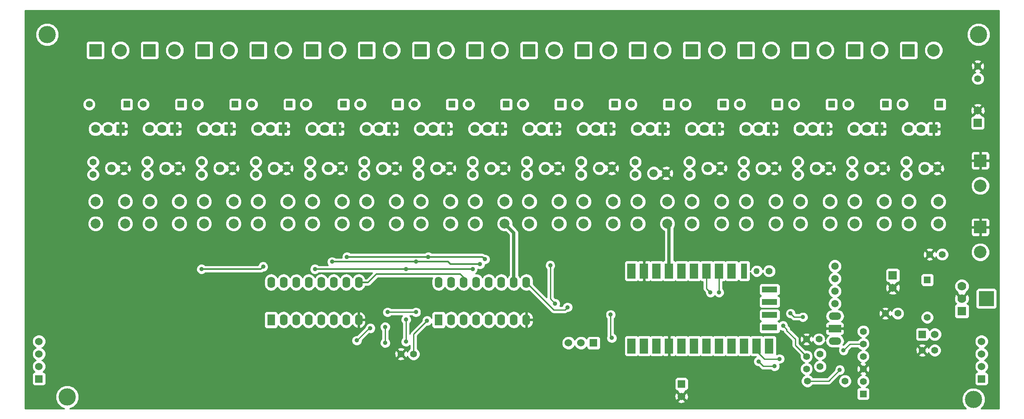
<source format=gbl>
G04 (created by PCBNEW (2013-07-07 BZR 4022)-stable) date 08/05/2015 11:05:53*
%MOIN*%
G04 Gerber Fmt 3.4, Leading zero omitted, Abs format*
%FSLAX34Y34*%
G01*
G70*
G90*
G04 APERTURE LIST*
%ADD10C,0.00590551*%
%ADD11C,0.0787402*%
%ADD12C,0.055*%
%ADD13R,0.06X0.06*%
%ADD14C,0.06*%
%ADD15C,0.066*%
%ADD16R,0.062X0.09*%
%ADD17O,0.062X0.09*%
%ADD18R,0.055X0.055*%
%ADD19R,0.065X0.065*%
%ADD20C,0.065*%
%ADD21R,0.1X0.1*%
%ADD22C,0.1*%
%ADD23C,0.07*%
%ADD24R,0.07X0.07*%
%ADD25R,0.12X0.12*%
%ADD26R,0.067X0.12*%
%ADD27R,0.12X0.05*%
%ADD28C,0.05*%
%ADD29R,0.05X0.12*%
%ADD30O,0.1X0.0590551*%
%ADD31R,0.1X0.0590551*%
%ADD32C,0.0590551*%
%ADD33C,0.137795*%
%ADD34C,0.035*%
%ADD35C,0.01*%
%ADD36C,0.027*%
%ADD37C,0.012*%
G04 APERTURE END LIST*
G54D10*
G54D11*
X67125Y-45964D03*
X69488Y-45964D03*
X67125Y-47736D03*
X69488Y-47736D03*
X54133Y-45964D03*
X56496Y-45964D03*
X54133Y-47736D03*
X56496Y-47736D03*
X71456Y-45964D03*
X73818Y-45964D03*
X71456Y-47736D03*
X73818Y-47736D03*
X88779Y-45964D03*
X91141Y-45964D03*
X88779Y-47736D03*
X91141Y-47736D03*
X62795Y-45964D03*
X65157Y-45964D03*
X62795Y-47736D03*
X65157Y-47736D03*
X84448Y-45964D03*
X86811Y-45964D03*
X84448Y-47736D03*
X86811Y-47736D03*
X58464Y-45964D03*
X60826Y-45964D03*
X58464Y-47736D03*
X60826Y-47736D03*
X75787Y-45964D03*
X78149Y-45964D03*
X75787Y-47736D03*
X78149Y-47736D03*
X93110Y-45964D03*
X95472Y-45964D03*
X93110Y-47736D03*
X95472Y-47736D03*
X80118Y-45964D03*
X82480Y-45964D03*
X80118Y-47736D03*
X82480Y-47736D03*
X106102Y-45964D03*
X108464Y-45964D03*
X106102Y-47736D03*
X108464Y-47736D03*
X49803Y-45964D03*
X52165Y-45964D03*
X49803Y-47736D03*
X52165Y-47736D03*
X101771Y-45964D03*
X104133Y-45964D03*
X101771Y-47736D03*
X104133Y-47736D03*
X97440Y-45964D03*
X99803Y-45964D03*
X97440Y-47736D03*
X99803Y-47736D03*
X45472Y-45964D03*
X47834Y-45964D03*
X45472Y-47736D03*
X47834Y-47736D03*
X110433Y-45964D03*
X112795Y-45964D03*
X110433Y-47736D03*
X112795Y-47736D03*
G54D12*
X102338Y-60334D03*
X105338Y-60334D03*
X110236Y-43807D03*
X110236Y-42807D03*
X84251Y-43807D03*
X84251Y-42807D03*
X66929Y-43807D03*
X66929Y-42807D03*
X105905Y-43807D03*
X105905Y-42807D03*
X71259Y-43807D03*
X71259Y-42807D03*
X92913Y-43807D03*
X92913Y-42807D03*
X102255Y-56988D03*
X103255Y-56988D03*
X75590Y-43807D03*
X75590Y-42807D03*
X102263Y-58358D03*
X102263Y-59358D03*
X79921Y-43807D03*
X79921Y-42807D03*
X103346Y-59161D03*
X103346Y-58161D03*
X88582Y-43807D03*
X88582Y-42807D03*
X49606Y-43807D03*
X49606Y-42807D03*
X45275Y-43807D03*
X45275Y-42807D03*
X53937Y-43807D03*
X53937Y-42807D03*
X101574Y-43807D03*
X101574Y-42807D03*
X58267Y-43807D03*
X58267Y-42807D03*
X97244Y-43807D03*
X97244Y-42807D03*
X62598Y-43807D03*
X62598Y-42807D03*
G54D13*
X111507Y-56594D03*
G54D14*
X112507Y-56594D03*
G54D15*
X85720Y-43307D03*
X86720Y-43307D03*
X107374Y-43307D03*
X108374Y-43307D03*
X111704Y-43307D03*
X112704Y-43307D03*
X98712Y-43307D03*
X99712Y-43307D03*
X90051Y-43700D03*
X91051Y-43700D03*
X77059Y-43307D03*
X78059Y-43307D03*
X94381Y-43307D03*
X95381Y-43307D03*
X103043Y-43307D03*
X104043Y-43307D03*
X81389Y-43307D03*
X82389Y-43307D03*
X46744Y-43307D03*
X47744Y-43307D03*
X72728Y-43307D03*
X73728Y-43307D03*
X51074Y-43307D03*
X52074Y-43307D03*
X68397Y-43307D03*
X69397Y-43307D03*
X55405Y-43307D03*
X56405Y-43307D03*
X59736Y-43307D03*
X60736Y-43307D03*
X64066Y-43307D03*
X65066Y-43307D03*
G54D16*
X72877Y-55437D03*
G54D17*
X73877Y-55437D03*
X74877Y-55437D03*
X75877Y-55437D03*
X76877Y-55437D03*
X77877Y-55437D03*
X78877Y-55437D03*
X79877Y-55437D03*
X79877Y-52437D03*
X78877Y-52437D03*
X77877Y-52437D03*
X76877Y-52437D03*
X75877Y-52437D03*
X74877Y-52437D03*
X73877Y-52437D03*
X72877Y-52437D03*
G54D16*
X59492Y-55437D03*
G54D17*
X60492Y-55437D03*
X61492Y-55437D03*
X62492Y-55437D03*
X63492Y-55437D03*
X64492Y-55437D03*
X65492Y-55437D03*
X66492Y-55437D03*
X66492Y-52437D03*
X65492Y-52437D03*
X64492Y-52437D03*
X63492Y-52437D03*
X62492Y-52437D03*
X61492Y-52437D03*
X60492Y-52437D03*
X59492Y-52437D03*
G54D18*
X86933Y-38188D03*
G54D12*
X83933Y-38188D03*
G54D18*
X82602Y-38188D03*
G54D12*
X79602Y-38188D03*
G54D18*
X78271Y-38188D03*
G54D12*
X75271Y-38188D03*
G54D18*
X108586Y-38188D03*
G54D12*
X105586Y-38188D03*
G54D18*
X111909Y-52240D03*
G54D12*
X111909Y-55240D03*
G54D18*
X104255Y-38188D03*
G54D12*
X101255Y-38188D03*
G54D18*
X112917Y-38188D03*
G54D12*
X109917Y-38188D03*
G54D18*
X65279Y-38188D03*
G54D12*
X62279Y-38188D03*
G54D18*
X47956Y-38188D03*
G54D12*
X44956Y-38188D03*
G54D18*
X99925Y-38188D03*
G54D12*
X96925Y-38188D03*
G54D18*
X52287Y-38188D03*
G54D12*
X49287Y-38188D03*
G54D18*
X73940Y-38188D03*
G54D12*
X70940Y-38188D03*
G54D18*
X56618Y-38188D03*
G54D12*
X53618Y-38188D03*
G54D18*
X69610Y-38188D03*
G54D12*
X66610Y-38188D03*
G54D18*
X95594Y-38188D03*
G54D12*
X92594Y-38188D03*
G54D18*
X60948Y-38188D03*
G54D12*
X57948Y-38188D03*
G54D18*
X91263Y-38188D03*
G54D12*
X88263Y-38188D03*
G54D19*
X109153Y-51862D03*
G54D20*
X109153Y-52862D03*
G54D19*
X115944Y-39673D03*
G54D20*
X115944Y-38673D03*
G54D12*
X113098Y-50196D03*
X112098Y-50196D03*
X112507Y-57874D03*
X111507Y-57874D03*
X70874Y-58169D03*
X69874Y-58169D03*
X109555Y-54921D03*
X108555Y-54921D03*
X115944Y-36129D03*
X115944Y-35129D03*
G54D18*
X106791Y-61358D03*
G54D12*
X106791Y-60358D03*
X106791Y-59358D03*
X106791Y-58358D03*
X106791Y-57358D03*
X106791Y-56358D03*
G54D21*
X110417Y-33858D03*
G54D22*
X112417Y-33858D03*
G54D21*
X106086Y-33858D03*
G54D22*
X108086Y-33858D03*
G54D21*
X101755Y-33858D03*
G54D22*
X103755Y-33858D03*
G54D21*
X97425Y-33858D03*
G54D22*
X99425Y-33858D03*
G54D21*
X93094Y-33858D03*
G54D22*
X95094Y-33858D03*
G54D21*
X88763Y-33858D03*
G54D22*
X90763Y-33858D03*
G54D21*
X84433Y-33858D03*
G54D22*
X86433Y-33858D03*
G54D21*
X80102Y-33858D03*
G54D22*
X82102Y-33858D03*
G54D21*
X75771Y-33858D03*
G54D22*
X77771Y-33858D03*
G54D21*
X71440Y-33858D03*
G54D22*
X73440Y-33858D03*
G54D21*
X67110Y-33858D03*
G54D22*
X69110Y-33858D03*
G54D21*
X62779Y-33858D03*
G54D22*
X64779Y-33858D03*
G54D21*
X58448Y-33858D03*
G54D22*
X60448Y-33858D03*
G54D21*
X54118Y-33858D03*
G54D22*
X56118Y-33858D03*
G54D21*
X49787Y-33858D03*
G54D22*
X51787Y-33858D03*
G54D21*
X45456Y-33858D03*
G54D22*
X47456Y-33858D03*
G54D21*
X116141Y-48015D03*
G54D22*
X116141Y-50015D03*
G54D21*
X116141Y-42700D03*
G54D22*
X116141Y-44700D03*
G54D23*
X88763Y-40157D03*
X89763Y-40157D03*
G54D24*
X90763Y-40157D03*
G54D23*
X54118Y-40157D03*
X55118Y-40157D03*
G54D24*
X56118Y-40157D03*
G54D23*
X97425Y-40157D03*
X98425Y-40157D03*
G54D24*
X99425Y-40157D03*
G54D23*
X49787Y-40157D03*
X50787Y-40157D03*
G54D24*
X51787Y-40157D03*
G54D23*
X58448Y-40157D03*
X59448Y-40157D03*
G54D24*
X60448Y-40157D03*
G54D23*
X93094Y-40157D03*
X94094Y-40157D03*
G54D24*
X95094Y-40157D03*
G54D23*
X45456Y-40157D03*
X46456Y-40157D03*
G54D24*
X47456Y-40157D03*
G54D23*
X62779Y-40157D03*
X63779Y-40157D03*
G54D24*
X64779Y-40157D03*
G54D23*
X101755Y-40157D03*
X102755Y-40157D03*
G54D24*
X103755Y-40157D03*
G54D23*
X67110Y-40157D03*
X68110Y-40157D03*
G54D24*
X69110Y-40157D03*
G54D23*
X106086Y-40157D03*
X107086Y-40157D03*
G54D24*
X108086Y-40157D03*
G54D23*
X71440Y-40157D03*
X72440Y-40157D03*
G54D24*
X73440Y-40157D03*
G54D23*
X110417Y-40157D03*
X111417Y-40157D03*
G54D24*
X112417Y-40157D03*
G54D23*
X75771Y-40157D03*
X76771Y-40157D03*
G54D24*
X77771Y-40157D03*
G54D23*
X84433Y-40157D03*
X85433Y-40157D03*
G54D24*
X86433Y-40157D03*
G54D23*
X80102Y-40157D03*
X81102Y-40157D03*
G54D24*
X82102Y-40157D03*
G54D23*
X114665Y-52740D03*
X114665Y-53740D03*
G54D24*
X114665Y-54740D03*
G54D25*
X116633Y-53740D03*
G54D26*
X88283Y-57527D03*
X89283Y-57527D03*
X90283Y-57527D03*
X91283Y-57527D03*
X92283Y-57527D03*
X93283Y-57527D03*
X94283Y-57527D03*
X95283Y-57527D03*
X96283Y-57527D03*
X97283Y-57527D03*
X98283Y-57527D03*
X99283Y-57527D03*
G54D27*
X99311Y-56035D03*
X99311Y-55051D03*
X99311Y-54003D03*
X99311Y-53019D03*
G54D12*
X99283Y-51527D03*
G54D28*
X98283Y-51527D03*
G54D29*
X97283Y-51527D03*
G54D26*
X96283Y-51527D03*
X95283Y-51527D03*
X94283Y-51527D03*
X93283Y-51527D03*
X92283Y-51527D03*
X91283Y-51527D03*
X90283Y-51527D03*
X89283Y-51527D03*
X88283Y-51527D03*
G54D13*
X116240Y-60161D03*
G54D14*
X116240Y-59161D03*
X116240Y-58161D03*
X116240Y-57161D03*
G54D13*
X40944Y-60161D03*
G54D14*
X40944Y-59161D03*
X40944Y-58161D03*
X40944Y-57161D03*
G54D13*
X92273Y-60572D03*
G54D14*
X92273Y-61572D03*
G54D30*
X104527Y-57133D03*
G54D31*
X104527Y-56133D03*
G54D30*
X104527Y-55133D03*
G54D32*
X104527Y-54133D03*
X104527Y-53133D03*
X104527Y-52133D03*
X104527Y-51133D03*
G54D13*
X85251Y-57283D03*
G54D14*
X84251Y-57283D03*
X83251Y-57283D03*
G54D33*
X43200Y-61600D03*
X41600Y-32600D03*
X116000Y-32600D03*
X115600Y-61800D03*
G54D34*
X71948Y-55511D03*
X104921Y-59448D03*
X53937Y-51377D03*
X58858Y-51181D03*
X101968Y-55216D03*
X100984Y-54921D03*
X95275Y-53248D03*
X100393Y-55905D03*
X94586Y-53248D03*
X105216Y-57874D03*
X72047Y-50393D03*
X68602Y-56003D03*
X68602Y-57283D03*
X81791Y-51082D03*
X82185Y-54133D03*
X65551Y-50393D03*
X76574Y-50590D03*
X100098Y-58562D03*
X71062Y-54822D03*
X68799Y-54822D03*
X67421Y-56102D03*
X66338Y-57086D03*
X71062Y-50787D03*
X64370Y-50787D03*
X76181Y-50984D03*
X98425Y-58759D03*
X99704Y-59153D03*
X70275Y-55413D03*
X70275Y-57185D03*
X70275Y-51377D03*
X62992Y-51377D03*
X75590Y-51377D03*
X83169Y-54429D03*
X86614Y-55019D03*
X86712Y-56889D03*
G54D35*
X70874Y-58169D02*
X70874Y-56586D01*
X70874Y-56586D02*
X71948Y-55511D01*
X102338Y-60334D02*
X104035Y-60334D01*
X104035Y-60334D02*
X104921Y-59448D01*
G54D36*
X78877Y-52437D02*
X78877Y-48464D01*
X78877Y-48464D02*
X78149Y-47736D01*
X91283Y-51527D02*
X91283Y-47877D01*
X91283Y-47877D02*
X91141Y-47736D01*
G54D37*
X53937Y-51377D02*
X58661Y-51377D01*
X58661Y-51377D02*
X58858Y-51181D01*
X58858Y-51181D02*
X58661Y-51377D01*
G54D35*
X95283Y-51527D02*
X95283Y-53157D01*
X101279Y-55216D02*
X101968Y-55216D01*
X100984Y-54921D02*
X101279Y-55216D01*
X95275Y-53165D02*
X95275Y-53248D01*
X95283Y-53157D02*
X95275Y-53165D01*
X94283Y-51527D02*
X94283Y-52944D01*
X101377Y-57472D02*
X102263Y-58358D01*
X101377Y-56988D02*
X101377Y-57472D01*
X100688Y-56299D02*
X101377Y-56988D01*
X100688Y-56200D02*
X100688Y-56299D01*
X100393Y-55905D02*
X100688Y-56200D01*
X94283Y-52944D02*
X94586Y-53248D01*
G54D37*
X66492Y-52437D02*
X67248Y-52437D01*
X67248Y-52437D02*
X67913Y-51771D01*
X74877Y-52043D02*
X74877Y-52437D01*
X74606Y-51771D02*
X74877Y-52043D01*
X74015Y-51771D02*
X74606Y-51771D01*
X67913Y-51771D02*
X74015Y-51771D01*
G54D35*
X105732Y-57358D02*
X106791Y-57358D01*
X105216Y-57874D02*
X105732Y-57358D01*
X68602Y-57283D02*
X68602Y-56003D01*
X81791Y-53740D02*
X81791Y-51082D01*
X82185Y-54133D02*
X81791Y-53740D01*
G54D37*
X76377Y-50393D02*
X72047Y-50393D01*
X72047Y-50393D02*
X71850Y-50393D01*
X71850Y-50393D02*
X65551Y-50393D01*
X76574Y-50590D02*
X76377Y-50393D01*
G54D35*
X99704Y-58562D02*
X98917Y-58562D01*
X100098Y-58562D02*
X99704Y-58562D01*
X98283Y-57929D02*
X98283Y-57527D01*
X98917Y-58562D02*
X98283Y-57929D01*
X68799Y-54822D02*
X71062Y-54822D01*
X67322Y-56102D02*
X67421Y-56102D01*
X66338Y-57086D02*
X67322Y-56102D01*
G54D37*
X73622Y-50787D02*
X71062Y-50787D01*
X71062Y-50787D02*
X64370Y-50787D01*
X73818Y-50984D02*
X73622Y-50787D01*
X76181Y-50984D02*
X73818Y-50984D01*
G54D35*
X99704Y-59153D02*
X98818Y-59153D01*
X98818Y-59153D02*
X98425Y-58759D01*
X70275Y-57185D02*
X70275Y-55413D01*
G54D37*
X75590Y-51377D02*
X70275Y-51377D01*
X70275Y-51377D02*
X62992Y-51377D01*
G54D35*
X82066Y-54625D02*
X79877Y-52437D01*
X82972Y-54625D02*
X82066Y-54625D01*
X83169Y-54429D02*
X82972Y-54625D01*
X86614Y-56791D02*
X86614Y-55019D01*
X86712Y-56889D02*
X86614Y-56791D01*
G54D10*
G36*
X117643Y-62525D02*
X117483Y-62525D01*
X117483Y-54290D01*
X117483Y-53090D01*
X117445Y-52998D01*
X117375Y-52928D01*
X117283Y-52890D01*
X117184Y-52890D01*
X116939Y-52890D01*
X116939Y-32414D01*
X116796Y-32068D01*
X116532Y-31804D01*
X116187Y-31661D01*
X115814Y-31660D01*
X115468Y-31803D01*
X115204Y-32067D01*
X115061Y-32412D01*
X115060Y-32785D01*
X115203Y-33131D01*
X115467Y-33395D01*
X115812Y-33538D01*
X116185Y-33539D01*
X116531Y-33396D01*
X116795Y-33132D01*
X116938Y-32787D01*
X116939Y-32414D01*
X116939Y-52890D01*
X116891Y-52890D01*
X116891Y-49867D01*
X116891Y-44552D01*
X116891Y-44552D01*
X116891Y-43250D01*
X116891Y-42151D01*
X116853Y-42059D01*
X116783Y-41988D01*
X116691Y-41950D01*
X116592Y-41950D01*
X116524Y-41950D01*
X116524Y-38760D01*
X116513Y-38532D01*
X116474Y-38437D01*
X116474Y-35205D01*
X116463Y-34997D01*
X116405Y-34857D01*
X116312Y-34832D01*
X116241Y-34903D01*
X116241Y-34762D01*
X116217Y-34669D01*
X116020Y-34600D01*
X115812Y-34611D01*
X115672Y-34669D01*
X115647Y-34762D01*
X115944Y-35059D01*
X116241Y-34762D01*
X116241Y-34903D01*
X116015Y-35129D01*
X116312Y-35427D01*
X116405Y-35402D01*
X116474Y-35205D01*
X116474Y-38437D01*
X116469Y-38426D01*
X116469Y-36025D01*
X116390Y-35832D01*
X116242Y-35685D01*
X116116Y-35632D01*
X116217Y-35590D01*
X116241Y-35497D01*
X115944Y-35200D01*
X115874Y-35271D01*
X115874Y-35129D01*
X115577Y-34832D01*
X115484Y-34857D01*
X115414Y-35054D01*
X115426Y-35262D01*
X115484Y-35402D01*
X115577Y-35427D01*
X115874Y-35129D01*
X115874Y-35271D01*
X115647Y-35497D01*
X115672Y-35590D01*
X115782Y-35629D01*
X115647Y-35684D01*
X115500Y-35832D01*
X115419Y-36025D01*
X115419Y-36233D01*
X115499Y-36426D01*
X115647Y-36574D01*
X115839Y-36654D01*
X116048Y-36655D01*
X116241Y-36575D01*
X116389Y-36427D01*
X116469Y-36234D01*
X116469Y-36025D01*
X116469Y-38426D01*
X116446Y-38370D01*
X116348Y-38339D01*
X116278Y-38410D01*
X116278Y-38269D01*
X116247Y-38171D01*
X116032Y-38093D01*
X115804Y-38104D01*
X115641Y-38171D01*
X115611Y-38269D01*
X115944Y-38602D01*
X116278Y-38269D01*
X116278Y-38410D01*
X116015Y-38673D01*
X116348Y-39006D01*
X116446Y-38976D01*
X116524Y-38760D01*
X116524Y-41950D01*
X116519Y-41950D01*
X116519Y-39948D01*
X116519Y-39298D01*
X116481Y-39206D01*
X116411Y-39136D01*
X116319Y-39098D01*
X116271Y-39098D01*
X116278Y-39077D01*
X115944Y-38743D01*
X115874Y-38814D01*
X115874Y-38673D01*
X115540Y-38339D01*
X115442Y-38370D01*
X115365Y-38585D01*
X115375Y-38813D01*
X115442Y-38976D01*
X115540Y-39006D01*
X115874Y-38673D01*
X115874Y-38814D01*
X115611Y-39077D01*
X115618Y-39098D01*
X115570Y-39098D01*
X115478Y-39136D01*
X115408Y-39206D01*
X115369Y-39298D01*
X115369Y-39397D01*
X115369Y-40047D01*
X115407Y-40139D01*
X115478Y-40210D01*
X115569Y-40248D01*
X115669Y-40248D01*
X116319Y-40248D01*
X116411Y-40210D01*
X116481Y-40140D01*
X116519Y-40048D01*
X116519Y-39948D01*
X116519Y-41950D01*
X116254Y-41950D01*
X116191Y-42013D01*
X116191Y-42650D01*
X116829Y-42650D01*
X116891Y-42588D01*
X116891Y-42151D01*
X116891Y-43250D01*
X116891Y-42813D01*
X116829Y-42750D01*
X116191Y-42750D01*
X116191Y-43388D01*
X116254Y-43450D01*
X116592Y-43450D01*
X116691Y-43450D01*
X116783Y-43412D01*
X116853Y-43342D01*
X116891Y-43250D01*
X116891Y-44552D01*
X116777Y-44276D01*
X116567Y-44065D01*
X116291Y-43950D01*
X116091Y-43950D01*
X116091Y-43388D01*
X116091Y-42750D01*
X116091Y-42650D01*
X116091Y-42013D01*
X116029Y-41950D01*
X115691Y-41950D01*
X115591Y-41950D01*
X115499Y-41988D01*
X115429Y-42059D01*
X115391Y-42151D01*
X115391Y-42588D01*
X115454Y-42650D01*
X116091Y-42650D01*
X116091Y-42750D01*
X115454Y-42750D01*
X115391Y-42813D01*
X115391Y-43250D01*
X115429Y-43342D01*
X115499Y-43412D01*
X115591Y-43450D01*
X115691Y-43450D01*
X116029Y-43450D01*
X116091Y-43388D01*
X116091Y-43950D01*
X115993Y-43950D01*
X115717Y-44064D01*
X115506Y-44275D01*
X115391Y-44550D01*
X115391Y-44849D01*
X115505Y-45125D01*
X115716Y-45336D01*
X115991Y-45450D01*
X116290Y-45450D01*
X116566Y-45336D01*
X116777Y-45126D01*
X116891Y-44850D01*
X116891Y-44552D01*
X116891Y-49867D01*
X116891Y-49867D01*
X116891Y-48565D01*
X116891Y-47466D01*
X116853Y-47374D01*
X116783Y-47303D01*
X116691Y-47265D01*
X116592Y-47265D01*
X116254Y-47265D01*
X116191Y-47328D01*
X116191Y-47965D01*
X116829Y-47965D01*
X116891Y-47903D01*
X116891Y-47466D01*
X116891Y-48565D01*
X116891Y-48128D01*
X116829Y-48065D01*
X116191Y-48065D01*
X116191Y-48703D01*
X116254Y-48765D01*
X116592Y-48765D01*
X116691Y-48765D01*
X116783Y-48727D01*
X116853Y-48657D01*
X116891Y-48565D01*
X116891Y-49867D01*
X116777Y-49591D01*
X116567Y-49380D01*
X116291Y-49265D01*
X116091Y-49265D01*
X116091Y-48703D01*
X116091Y-48065D01*
X116091Y-47965D01*
X116091Y-47328D01*
X116029Y-47265D01*
X115691Y-47265D01*
X115591Y-47265D01*
X115499Y-47303D01*
X115429Y-47374D01*
X115391Y-47466D01*
X115391Y-47903D01*
X115454Y-47965D01*
X116091Y-47965D01*
X116091Y-48065D01*
X115454Y-48065D01*
X115391Y-48128D01*
X115391Y-48565D01*
X115429Y-48657D01*
X115499Y-48727D01*
X115591Y-48765D01*
X115691Y-48765D01*
X116029Y-48765D01*
X116091Y-48703D01*
X116091Y-49265D01*
X115993Y-49265D01*
X115717Y-49379D01*
X115506Y-49590D01*
X115391Y-49865D01*
X115391Y-50164D01*
X115505Y-50440D01*
X115716Y-50651D01*
X115991Y-50765D01*
X116290Y-50765D01*
X116566Y-50651D01*
X116777Y-50441D01*
X116891Y-50165D01*
X116891Y-49867D01*
X116891Y-52890D01*
X115984Y-52890D01*
X115892Y-52928D01*
X115822Y-52998D01*
X115783Y-53090D01*
X115783Y-53189D01*
X115783Y-54389D01*
X115821Y-54481D01*
X115892Y-54551D01*
X115983Y-54590D01*
X116083Y-54590D01*
X117283Y-54590D01*
X117375Y-54552D01*
X117445Y-54481D01*
X117483Y-54390D01*
X117483Y-54290D01*
X117483Y-62525D01*
X116790Y-62525D01*
X116790Y-59052D01*
X116706Y-58850D01*
X116552Y-58695D01*
X116470Y-58661D01*
X116551Y-58627D01*
X116706Y-58473D01*
X116790Y-58271D01*
X116790Y-58052D01*
X116706Y-57850D01*
X116552Y-57695D01*
X116470Y-57661D01*
X116551Y-57627D01*
X116706Y-57473D01*
X116790Y-57271D01*
X116790Y-57052D01*
X116706Y-56850D01*
X116552Y-56695D01*
X116350Y-56611D01*
X116131Y-56611D01*
X115929Y-56694D01*
X115774Y-56849D01*
X115690Y-57051D01*
X115690Y-57270D01*
X115773Y-57472D01*
X115928Y-57627D01*
X116010Y-57661D01*
X115929Y-57694D01*
X115774Y-57849D01*
X115690Y-58051D01*
X115690Y-58270D01*
X115773Y-58472D01*
X115928Y-58627D01*
X116010Y-58661D01*
X115929Y-58694D01*
X115774Y-58849D01*
X115690Y-59051D01*
X115690Y-59270D01*
X115773Y-59472D01*
X115912Y-59611D01*
X115890Y-59611D01*
X115798Y-59649D01*
X115728Y-59719D01*
X115690Y-59811D01*
X115690Y-59910D01*
X115690Y-60510D01*
X115728Y-60602D01*
X115798Y-60673D01*
X115890Y-60711D01*
X115989Y-60711D01*
X116589Y-60711D01*
X116681Y-60673D01*
X116751Y-60603D01*
X116790Y-60511D01*
X116790Y-60411D01*
X116790Y-59811D01*
X116752Y-59719D01*
X116681Y-59649D01*
X116590Y-59611D01*
X116567Y-59611D01*
X116706Y-59473D01*
X116790Y-59271D01*
X116790Y-59052D01*
X116790Y-62525D01*
X116202Y-62525D01*
X116395Y-62332D01*
X116538Y-61987D01*
X116539Y-61614D01*
X116396Y-61268D01*
X116132Y-61004D01*
X115787Y-60861D01*
X115414Y-60860D01*
X115269Y-60920D01*
X115269Y-53833D01*
X115265Y-53729D01*
X115265Y-52621D01*
X115174Y-52400D01*
X115005Y-52231D01*
X114785Y-52140D01*
X114546Y-52140D01*
X114325Y-52231D01*
X114156Y-52399D01*
X114065Y-52620D01*
X114065Y-52858D01*
X114156Y-53079D01*
X114325Y-53248D01*
X114335Y-53252D01*
X114313Y-53318D01*
X114665Y-53669D01*
X115016Y-53318D01*
X114995Y-53253D01*
X115004Y-53249D01*
X115173Y-53080D01*
X115265Y-52860D01*
X115265Y-52621D01*
X115265Y-53729D01*
X115259Y-53595D01*
X115188Y-53422D01*
X115087Y-53388D01*
X114736Y-53740D01*
X114741Y-53745D01*
X114670Y-53816D01*
X114665Y-53810D01*
X114659Y-53816D01*
X114594Y-53751D01*
X114589Y-53745D01*
X114594Y-53740D01*
X114243Y-53388D01*
X114142Y-53422D01*
X114060Y-53646D01*
X114070Y-53884D01*
X114142Y-54058D01*
X114243Y-54091D01*
X114198Y-54136D01*
X114220Y-54158D01*
X114173Y-54178D01*
X114103Y-54248D01*
X114065Y-54340D01*
X114065Y-54439D01*
X114065Y-55139D01*
X114103Y-55231D01*
X114173Y-55301D01*
X114265Y-55340D01*
X114364Y-55340D01*
X115064Y-55340D01*
X115156Y-55302D01*
X115227Y-55231D01*
X115265Y-55140D01*
X115265Y-55040D01*
X115265Y-54340D01*
X115227Y-54248D01*
X115157Y-54178D01*
X115110Y-54158D01*
X115132Y-54136D01*
X115087Y-54091D01*
X115188Y-54058D01*
X115269Y-53833D01*
X115269Y-60920D01*
X115265Y-60922D01*
X115068Y-61003D01*
X114804Y-61267D01*
X114661Y-61612D01*
X114660Y-61985D01*
X114803Y-62331D01*
X114997Y-62525D01*
X113623Y-62525D01*
X113623Y-50092D01*
X113543Y-49899D01*
X113442Y-49798D01*
X113442Y-38414D01*
X113442Y-37864D01*
X113404Y-37772D01*
X113334Y-37702D01*
X113242Y-37664D01*
X113167Y-37663D01*
X113167Y-33709D01*
X113053Y-33433D01*
X112842Y-33222D01*
X112567Y-33108D01*
X112268Y-33108D01*
X111993Y-33222D01*
X111781Y-33432D01*
X111667Y-33708D01*
X111667Y-34006D01*
X111781Y-34282D01*
X111991Y-34493D01*
X112267Y-34608D01*
X112565Y-34608D01*
X112841Y-34494D01*
X113052Y-34283D01*
X113167Y-34008D01*
X113167Y-33709D01*
X113167Y-37663D01*
X113142Y-37663D01*
X112592Y-37663D01*
X112500Y-37701D01*
X112430Y-37772D01*
X112392Y-37864D01*
X112392Y-37963D01*
X112392Y-38513D01*
X112430Y-38605D01*
X112500Y-38675D01*
X112592Y-38713D01*
X112691Y-38714D01*
X113241Y-38714D01*
X113333Y-38676D01*
X113404Y-38605D01*
X113442Y-38513D01*
X113442Y-38414D01*
X113442Y-49798D01*
X113439Y-49794D01*
X113439Y-47608D01*
X113439Y-45837D01*
X113341Y-45600D01*
X113289Y-45548D01*
X113289Y-43396D01*
X113278Y-43165D01*
X113210Y-43001D01*
X113112Y-42970D01*
X113041Y-43040D01*
X113041Y-42899D01*
X113017Y-42822D01*
X113017Y-40556D01*
X113017Y-39757D01*
X112979Y-39666D01*
X112909Y-39595D01*
X112817Y-39557D01*
X112717Y-39557D01*
X112529Y-39557D01*
X112467Y-39619D01*
X112467Y-40107D01*
X112954Y-40107D01*
X113017Y-40044D01*
X113017Y-39757D01*
X113017Y-40556D01*
X113017Y-40269D01*
X112954Y-40207D01*
X112467Y-40207D01*
X112467Y-40694D01*
X112529Y-40757D01*
X112717Y-40757D01*
X112817Y-40757D01*
X112909Y-40719D01*
X112979Y-40648D01*
X113017Y-40556D01*
X113017Y-42822D01*
X113010Y-42800D01*
X112793Y-42722D01*
X112563Y-42732D01*
X112398Y-42800D01*
X112367Y-42899D01*
X112704Y-43236D01*
X113041Y-42899D01*
X113041Y-43040D01*
X112775Y-43307D01*
X113112Y-43644D01*
X113210Y-43612D01*
X113289Y-43396D01*
X113289Y-45548D01*
X113160Y-45419D01*
X113041Y-45369D01*
X113041Y-43714D01*
X112704Y-43377D01*
X112634Y-43448D01*
X112634Y-43307D01*
X112367Y-43040D01*
X112367Y-40694D01*
X112367Y-40207D01*
X112359Y-40207D01*
X112359Y-40107D01*
X112367Y-40107D01*
X112367Y-39619D01*
X112304Y-39557D01*
X112116Y-39557D01*
X112017Y-39557D01*
X111925Y-39595D01*
X111855Y-39666D01*
X111831Y-39723D01*
X111757Y-39649D01*
X111537Y-39557D01*
X111298Y-39557D01*
X111167Y-39611D01*
X111167Y-34308D01*
X111167Y-33308D01*
X111129Y-33216D01*
X111059Y-33146D01*
X110967Y-33108D01*
X110867Y-33108D01*
X109867Y-33108D01*
X109775Y-33146D01*
X109705Y-33216D01*
X109667Y-33308D01*
X109667Y-33407D01*
X109667Y-34407D01*
X109705Y-34499D01*
X109775Y-34570D01*
X109867Y-34608D01*
X109966Y-34608D01*
X110966Y-34608D01*
X111058Y-34570D01*
X111129Y-34500D01*
X111167Y-34408D01*
X111167Y-34308D01*
X111167Y-39611D01*
X111077Y-39648D01*
X110917Y-39808D01*
X110757Y-39649D01*
X110537Y-39557D01*
X110442Y-39557D01*
X110442Y-38085D01*
X110362Y-37891D01*
X110215Y-37744D01*
X110022Y-37664D01*
X109813Y-37663D01*
X109620Y-37743D01*
X109472Y-37891D01*
X109392Y-38084D01*
X109392Y-38292D01*
X109471Y-38485D01*
X109619Y-38633D01*
X109812Y-38713D01*
X110021Y-38714D01*
X110214Y-38634D01*
X110362Y-38486D01*
X110442Y-38293D01*
X110442Y-38085D01*
X110442Y-39557D01*
X110298Y-39557D01*
X110077Y-39648D01*
X109908Y-39817D01*
X109817Y-40037D01*
X109817Y-40276D01*
X109908Y-40496D01*
X110077Y-40665D01*
X110297Y-40757D01*
X110536Y-40757D01*
X110756Y-40666D01*
X110917Y-40506D01*
X111077Y-40665D01*
X111297Y-40757D01*
X111536Y-40757D01*
X111756Y-40666D01*
X111831Y-40591D01*
X111855Y-40648D01*
X111925Y-40719D01*
X112017Y-40757D01*
X112116Y-40757D01*
X112304Y-40757D01*
X112367Y-40694D01*
X112367Y-43040D01*
X112297Y-42970D01*
X112205Y-42999D01*
X112196Y-42978D01*
X112033Y-42815D01*
X111820Y-42727D01*
X111589Y-42726D01*
X111376Y-42815D01*
X111213Y-42978D01*
X111124Y-43191D01*
X111124Y-43421D01*
X111212Y-43635D01*
X111375Y-43798D01*
X111588Y-43886D01*
X111819Y-43887D01*
X112032Y-43799D01*
X112196Y-43636D01*
X112204Y-43614D01*
X112297Y-43644D01*
X112634Y-43307D01*
X112634Y-43448D01*
X112367Y-43714D01*
X112398Y-43813D01*
X112615Y-43891D01*
X112846Y-43881D01*
X113010Y-43813D01*
X113041Y-43714D01*
X113041Y-45369D01*
X112923Y-45320D01*
X112667Y-45320D01*
X112431Y-45418D01*
X112249Y-45599D01*
X112151Y-45835D01*
X112151Y-46092D01*
X112249Y-46328D01*
X112430Y-46509D01*
X112666Y-46608D01*
X112922Y-46608D01*
X113159Y-46510D01*
X113340Y-46329D01*
X113438Y-46093D01*
X113439Y-45837D01*
X113439Y-47608D01*
X113341Y-47372D01*
X113160Y-47190D01*
X112923Y-47092D01*
X112667Y-47092D01*
X112431Y-47190D01*
X112249Y-47371D01*
X112151Y-47607D01*
X112151Y-47863D01*
X112249Y-48100D01*
X112430Y-48281D01*
X112666Y-48379D01*
X112922Y-48380D01*
X113159Y-48282D01*
X113340Y-48101D01*
X113438Y-47864D01*
X113439Y-47608D01*
X113439Y-49794D01*
X113396Y-49752D01*
X113203Y-49671D01*
X112994Y-49671D01*
X112801Y-49751D01*
X112653Y-49899D01*
X112601Y-50025D01*
X112558Y-49924D01*
X112466Y-49899D01*
X112395Y-49970D01*
X112395Y-49829D01*
X112371Y-49736D01*
X112174Y-49666D01*
X111965Y-49678D01*
X111825Y-49736D01*
X111801Y-49829D01*
X112098Y-50126D01*
X112395Y-49829D01*
X112395Y-49970D01*
X112169Y-50196D01*
X112466Y-50493D01*
X112558Y-50469D01*
X112597Y-50359D01*
X112653Y-50493D01*
X112800Y-50641D01*
X112993Y-50721D01*
X113202Y-50721D01*
X113395Y-50642D01*
X113543Y-50494D01*
X113623Y-50301D01*
X113623Y-50092D01*
X113623Y-62525D01*
X113057Y-62525D01*
X113057Y-56485D01*
X112974Y-56283D01*
X112819Y-56128D01*
X112617Y-56044D01*
X112434Y-56044D01*
X112434Y-55136D01*
X112434Y-55136D01*
X112434Y-52465D01*
X112434Y-51915D01*
X112396Y-51823D01*
X112395Y-51822D01*
X112395Y-50564D01*
X112098Y-50267D01*
X112027Y-50338D01*
X112027Y-50196D01*
X111730Y-49899D01*
X111637Y-49924D01*
X111568Y-50121D01*
X111579Y-50329D01*
X111637Y-50469D01*
X111730Y-50493D01*
X112027Y-50196D01*
X112027Y-50338D01*
X111801Y-50564D01*
X111825Y-50657D01*
X112022Y-50726D01*
X112231Y-50715D01*
X112371Y-50657D01*
X112395Y-50564D01*
X112395Y-51822D01*
X112326Y-51753D01*
X112234Y-51715D01*
X112134Y-51715D01*
X111584Y-51715D01*
X111493Y-51753D01*
X111422Y-51823D01*
X111384Y-51915D01*
X111384Y-52014D01*
X111384Y-52564D01*
X111422Y-52656D01*
X111492Y-52726D01*
X111584Y-52765D01*
X111683Y-52765D01*
X112233Y-52765D01*
X112325Y-52727D01*
X112396Y-52656D01*
X112434Y-52565D01*
X112434Y-52465D01*
X112434Y-55136D01*
X112354Y-54943D01*
X112207Y-54795D01*
X112014Y-54715D01*
X111805Y-54715D01*
X111612Y-54794D01*
X111464Y-54942D01*
X111384Y-55135D01*
X111384Y-55344D01*
X111464Y-55537D01*
X111611Y-55684D01*
X111804Y-55765D01*
X112013Y-55765D01*
X112206Y-55685D01*
X112354Y-55537D01*
X112434Y-55345D01*
X112434Y-55136D01*
X112434Y-56044D01*
X112398Y-56044D01*
X112196Y-56127D01*
X112057Y-56266D01*
X112057Y-56244D01*
X112019Y-56153D01*
X111949Y-56082D01*
X111857Y-56044D01*
X111758Y-56044D01*
X111158Y-56044D01*
X111076Y-56078D01*
X111076Y-47608D01*
X111076Y-45837D01*
X110979Y-45600D01*
X110798Y-45419D01*
X110761Y-45403D01*
X110761Y-43703D01*
X110681Y-43510D01*
X110533Y-43362D01*
X110401Y-43307D01*
X110533Y-43252D01*
X110681Y-43104D01*
X110761Y-42911D01*
X110761Y-42703D01*
X110681Y-42510D01*
X110533Y-42362D01*
X110341Y-42282D01*
X110132Y-42281D01*
X109939Y-42361D01*
X109791Y-42509D01*
X109711Y-42702D01*
X109711Y-42911D01*
X109790Y-43104D01*
X109938Y-43251D01*
X110071Y-43307D01*
X109939Y-43361D01*
X109791Y-43509D01*
X109711Y-43702D01*
X109711Y-43911D01*
X109790Y-44104D01*
X109938Y-44251D01*
X110131Y-44331D01*
X110340Y-44332D01*
X110533Y-44252D01*
X110681Y-44104D01*
X110761Y-43911D01*
X110761Y-43703D01*
X110761Y-45403D01*
X110561Y-45320D01*
X110305Y-45320D01*
X110068Y-45418D01*
X109887Y-45599D01*
X109789Y-45835D01*
X109789Y-46092D01*
X109887Y-46328D01*
X110067Y-46509D01*
X110304Y-46608D01*
X110560Y-46608D01*
X110797Y-46510D01*
X110978Y-46329D01*
X111076Y-46093D01*
X111076Y-45837D01*
X111076Y-47608D01*
X110979Y-47372D01*
X110798Y-47190D01*
X110561Y-47092D01*
X110305Y-47092D01*
X110068Y-47190D01*
X109887Y-47371D01*
X109789Y-47607D01*
X109789Y-47863D01*
X109887Y-48100D01*
X110067Y-48281D01*
X110304Y-48379D01*
X110560Y-48380D01*
X110797Y-48282D01*
X110978Y-48101D01*
X111076Y-47864D01*
X111076Y-47608D01*
X111076Y-56078D01*
X111066Y-56082D01*
X110996Y-56152D01*
X110957Y-56244D01*
X110957Y-56343D01*
X110957Y-56943D01*
X110995Y-57035D01*
X111066Y-57106D01*
X111157Y-57144D01*
X111257Y-57144D01*
X111857Y-57144D01*
X111949Y-57106D01*
X112019Y-57036D01*
X112057Y-56944D01*
X112057Y-56922D01*
X112195Y-57060D01*
X112397Y-57144D01*
X112616Y-57144D01*
X112819Y-57061D01*
X112973Y-56906D01*
X113057Y-56704D01*
X113057Y-56485D01*
X113057Y-62525D01*
X113032Y-62525D01*
X113032Y-57770D01*
X112953Y-57577D01*
X112805Y-57429D01*
X112612Y-57349D01*
X112403Y-57348D01*
X112210Y-57428D01*
X112063Y-57576D01*
X112010Y-57702D01*
X111968Y-57601D01*
X111875Y-57576D01*
X111804Y-57647D01*
X111804Y-57506D01*
X111780Y-57413D01*
X111583Y-57344D01*
X111375Y-57355D01*
X111235Y-57413D01*
X111210Y-57506D01*
X111507Y-57803D01*
X111804Y-57506D01*
X111804Y-57647D01*
X111578Y-57874D01*
X111875Y-58171D01*
X111968Y-58146D01*
X112007Y-58036D01*
X112062Y-58171D01*
X112210Y-58318D01*
X112402Y-58398D01*
X112611Y-58399D01*
X112804Y-58319D01*
X112952Y-58171D01*
X113032Y-57978D01*
X113032Y-57770D01*
X113032Y-62525D01*
X111804Y-62525D01*
X111804Y-58241D01*
X111507Y-57944D01*
X111437Y-58015D01*
X111437Y-57874D01*
X111140Y-57576D01*
X111047Y-57601D01*
X110977Y-57798D01*
X110989Y-58006D01*
X111047Y-58146D01*
X111140Y-58171D01*
X111437Y-57874D01*
X111437Y-58015D01*
X111210Y-58241D01*
X111235Y-58334D01*
X111432Y-58403D01*
X111640Y-58392D01*
X111780Y-58334D01*
X111804Y-58241D01*
X111804Y-62525D01*
X110080Y-62525D01*
X110080Y-54817D01*
X110000Y-54624D01*
X109852Y-54476D01*
X109733Y-54426D01*
X109733Y-52949D01*
X109728Y-52849D01*
X109728Y-52137D01*
X109728Y-51487D01*
X109690Y-51395D01*
X109620Y-51325D01*
X109528Y-51287D01*
X109429Y-51287D01*
X109111Y-51287D01*
X109111Y-38414D01*
X109111Y-37864D01*
X109073Y-37772D01*
X109003Y-37702D01*
X108911Y-37664D01*
X108836Y-37663D01*
X108836Y-33709D01*
X108722Y-33433D01*
X108512Y-33222D01*
X108236Y-33108D01*
X107938Y-33108D01*
X107662Y-33222D01*
X107451Y-33432D01*
X107336Y-33708D01*
X107336Y-34006D01*
X107450Y-34282D01*
X107661Y-34493D01*
X107936Y-34608D01*
X108235Y-34608D01*
X108510Y-34494D01*
X108722Y-34283D01*
X108836Y-34008D01*
X108836Y-33709D01*
X108836Y-37663D01*
X108812Y-37663D01*
X108262Y-37663D01*
X108170Y-37701D01*
X108099Y-37772D01*
X108061Y-37864D01*
X108061Y-37963D01*
X108061Y-38513D01*
X108099Y-38605D01*
X108169Y-38675D01*
X108261Y-38713D01*
X108361Y-38714D01*
X108911Y-38714D01*
X109003Y-38676D01*
X109073Y-38605D01*
X109111Y-38513D01*
X109111Y-38414D01*
X109111Y-51287D01*
X109108Y-51287D01*
X109108Y-47608D01*
X109108Y-45837D01*
X109010Y-45600D01*
X108958Y-45548D01*
X108958Y-43396D01*
X108948Y-43165D01*
X108880Y-43001D01*
X108781Y-42970D01*
X108710Y-43040D01*
X108710Y-42899D01*
X108686Y-42822D01*
X108686Y-40556D01*
X108686Y-39757D01*
X108648Y-39666D01*
X108578Y-39595D01*
X108486Y-39557D01*
X108387Y-39557D01*
X108199Y-39557D01*
X108136Y-39619D01*
X108136Y-40107D01*
X108624Y-40107D01*
X108686Y-40044D01*
X108686Y-39757D01*
X108686Y-40556D01*
X108686Y-40269D01*
X108624Y-40207D01*
X108136Y-40207D01*
X108136Y-40694D01*
X108199Y-40757D01*
X108387Y-40757D01*
X108486Y-40757D01*
X108578Y-40719D01*
X108648Y-40648D01*
X108686Y-40556D01*
X108686Y-42822D01*
X108679Y-42800D01*
X108462Y-42722D01*
X108232Y-42732D01*
X108068Y-42800D01*
X108037Y-42899D01*
X108374Y-43236D01*
X108710Y-42899D01*
X108710Y-43040D01*
X108444Y-43307D01*
X108781Y-43644D01*
X108880Y-43612D01*
X108958Y-43396D01*
X108958Y-45548D01*
X108829Y-45419D01*
X108710Y-45369D01*
X108710Y-43714D01*
X108374Y-43377D01*
X108303Y-43448D01*
X108303Y-43307D01*
X108036Y-43040D01*
X108036Y-40694D01*
X108036Y-40207D01*
X108028Y-40207D01*
X108028Y-40107D01*
X108036Y-40107D01*
X108036Y-39619D01*
X107974Y-39557D01*
X107786Y-39557D01*
X107686Y-39557D01*
X107594Y-39595D01*
X107524Y-39666D01*
X107500Y-39723D01*
X107426Y-39649D01*
X107206Y-39557D01*
X106967Y-39557D01*
X106836Y-39611D01*
X106836Y-34308D01*
X106836Y-33308D01*
X106798Y-33216D01*
X106728Y-33146D01*
X106636Y-33108D01*
X106537Y-33108D01*
X105537Y-33108D01*
X105445Y-33146D01*
X105374Y-33216D01*
X105336Y-33308D01*
X105336Y-33407D01*
X105336Y-34407D01*
X105374Y-34499D01*
X105444Y-34570D01*
X105536Y-34608D01*
X105636Y-34608D01*
X106636Y-34608D01*
X106728Y-34570D01*
X106798Y-34500D01*
X106836Y-34408D01*
X106836Y-34308D01*
X106836Y-39611D01*
X106747Y-39648D01*
X106586Y-39808D01*
X106426Y-39649D01*
X106206Y-39557D01*
X106111Y-39557D01*
X106111Y-38085D01*
X106031Y-37891D01*
X105884Y-37744D01*
X105691Y-37664D01*
X105482Y-37663D01*
X105289Y-37743D01*
X105141Y-37891D01*
X105061Y-38084D01*
X105061Y-38292D01*
X105141Y-38485D01*
X105288Y-38633D01*
X105481Y-38713D01*
X105690Y-38714D01*
X105883Y-38634D01*
X106031Y-38486D01*
X106111Y-38293D01*
X106111Y-38085D01*
X106111Y-39557D01*
X105967Y-39557D01*
X105747Y-39648D01*
X105578Y-39817D01*
X105486Y-40037D01*
X105486Y-40276D01*
X105577Y-40496D01*
X105746Y-40665D01*
X105966Y-40757D01*
X106205Y-40757D01*
X106426Y-40666D01*
X106586Y-40506D01*
X106746Y-40665D01*
X106966Y-40757D01*
X107205Y-40757D01*
X107426Y-40666D01*
X107500Y-40591D01*
X107524Y-40648D01*
X107594Y-40719D01*
X107686Y-40757D01*
X107786Y-40757D01*
X107974Y-40757D01*
X108036Y-40694D01*
X108036Y-43040D01*
X107966Y-42970D01*
X107874Y-42999D01*
X107866Y-42978D01*
X107702Y-42815D01*
X107489Y-42727D01*
X107259Y-42726D01*
X107045Y-42815D01*
X106882Y-42978D01*
X106794Y-43191D01*
X106793Y-43421D01*
X106882Y-43635D01*
X107045Y-43798D01*
X107258Y-43886D01*
X107488Y-43887D01*
X107702Y-43799D01*
X107865Y-43636D01*
X107874Y-43614D01*
X107966Y-43644D01*
X108303Y-43307D01*
X108303Y-43448D01*
X108037Y-43714D01*
X108068Y-43813D01*
X108285Y-43891D01*
X108515Y-43881D01*
X108679Y-43813D01*
X108710Y-43714D01*
X108710Y-45369D01*
X108593Y-45320D01*
X108337Y-45320D01*
X108100Y-45418D01*
X107919Y-45599D01*
X107820Y-45835D01*
X107820Y-46092D01*
X107918Y-46328D01*
X108099Y-46509D01*
X108335Y-46608D01*
X108592Y-46608D01*
X108828Y-46510D01*
X109009Y-46329D01*
X109108Y-46093D01*
X109108Y-45837D01*
X109108Y-47608D01*
X109010Y-47372D01*
X108829Y-47190D01*
X108593Y-47092D01*
X108337Y-47092D01*
X108100Y-47190D01*
X107919Y-47371D01*
X107820Y-47607D01*
X107820Y-47863D01*
X107918Y-48100D01*
X108099Y-48281D01*
X108335Y-48379D01*
X108592Y-48380D01*
X108828Y-48282D01*
X109009Y-48101D01*
X109108Y-47864D01*
X109108Y-47608D01*
X109108Y-51287D01*
X108779Y-51287D01*
X108687Y-51325D01*
X108616Y-51395D01*
X108578Y-51487D01*
X108578Y-51586D01*
X108578Y-52236D01*
X108616Y-52328D01*
X108686Y-52399D01*
X108778Y-52437D01*
X108826Y-52437D01*
X108820Y-52458D01*
X109153Y-52791D01*
X109486Y-52458D01*
X109480Y-52437D01*
X109528Y-52437D01*
X109619Y-52399D01*
X109690Y-52329D01*
X109728Y-52237D01*
X109728Y-52137D01*
X109728Y-52849D01*
X109722Y-52721D01*
X109655Y-52559D01*
X109557Y-52528D01*
X109224Y-52862D01*
X109557Y-53195D01*
X109655Y-53165D01*
X109733Y-52949D01*
X109733Y-54426D01*
X109660Y-54396D01*
X109486Y-54396D01*
X109486Y-53266D01*
X109153Y-52932D01*
X109082Y-53003D01*
X109082Y-52862D01*
X108749Y-52528D01*
X108651Y-52559D01*
X108573Y-52774D01*
X108584Y-53002D01*
X108651Y-53165D01*
X108749Y-53195D01*
X109082Y-52862D01*
X109082Y-53003D01*
X108820Y-53266D01*
X108850Y-53364D01*
X109065Y-53441D01*
X109294Y-53431D01*
X109456Y-53364D01*
X109486Y-53266D01*
X109486Y-54396D01*
X109451Y-54396D01*
X109258Y-54475D01*
X109110Y-54623D01*
X109057Y-54750D01*
X109015Y-54648D01*
X108922Y-54624D01*
X108852Y-54694D01*
X108852Y-54553D01*
X108827Y-54460D01*
X108630Y-54391D01*
X108422Y-54402D01*
X108282Y-54460D01*
X108258Y-54553D01*
X108555Y-54850D01*
X108852Y-54553D01*
X108852Y-54694D01*
X108625Y-54921D01*
X108922Y-55218D01*
X109015Y-55194D01*
X109054Y-55084D01*
X109109Y-55218D01*
X109257Y-55366D01*
X109450Y-55446D01*
X109659Y-55446D01*
X109852Y-55366D01*
X109999Y-55219D01*
X110080Y-55026D01*
X110080Y-54817D01*
X110080Y-62525D01*
X108852Y-62525D01*
X108852Y-55289D01*
X108555Y-54991D01*
X108484Y-55062D01*
X108484Y-54921D01*
X108187Y-54624D01*
X108094Y-54648D01*
X108025Y-54845D01*
X108036Y-55054D01*
X108094Y-55194D01*
X108187Y-55218D01*
X108484Y-54921D01*
X108484Y-55062D01*
X108258Y-55289D01*
X108282Y-55381D01*
X108479Y-55451D01*
X108687Y-55439D01*
X108827Y-55381D01*
X108852Y-55289D01*
X108852Y-62525D01*
X107321Y-62525D01*
X107321Y-59434D01*
X107316Y-59345D01*
X107316Y-58254D01*
X107236Y-58061D01*
X107089Y-57913D01*
X106956Y-57858D01*
X107088Y-57803D01*
X107236Y-57656D01*
X107316Y-57463D01*
X107316Y-57254D01*
X107236Y-57061D01*
X107089Y-56913D01*
X106956Y-56858D01*
X107088Y-56803D01*
X107236Y-56656D01*
X107316Y-56463D01*
X107316Y-56254D01*
X107236Y-56061D01*
X107089Y-55913D01*
X106896Y-55833D01*
X106746Y-55833D01*
X106746Y-47608D01*
X106746Y-45837D01*
X106648Y-45600D01*
X106467Y-45419D01*
X106430Y-45403D01*
X106430Y-43703D01*
X106350Y-43510D01*
X106203Y-43362D01*
X106070Y-43307D01*
X106202Y-43252D01*
X106350Y-43104D01*
X106430Y-42911D01*
X106430Y-42703D01*
X106350Y-42510D01*
X106203Y-42362D01*
X106010Y-42282D01*
X105801Y-42281D01*
X105608Y-42361D01*
X105460Y-42509D01*
X105380Y-42702D01*
X105380Y-42911D01*
X105460Y-43104D01*
X105607Y-43251D01*
X105740Y-43307D01*
X105608Y-43361D01*
X105460Y-43509D01*
X105380Y-43702D01*
X105380Y-43911D01*
X105460Y-44104D01*
X105607Y-44251D01*
X105800Y-44331D01*
X106009Y-44332D01*
X106202Y-44252D01*
X106350Y-44104D01*
X106430Y-43911D01*
X106430Y-43703D01*
X106430Y-45403D01*
X106230Y-45320D01*
X105974Y-45320D01*
X105738Y-45418D01*
X105556Y-45599D01*
X105458Y-45835D01*
X105458Y-46092D01*
X105556Y-46328D01*
X105737Y-46509D01*
X105973Y-46608D01*
X106229Y-46608D01*
X106466Y-46510D01*
X106647Y-46329D01*
X106745Y-46093D01*
X106746Y-45837D01*
X106746Y-47608D01*
X106648Y-47372D01*
X106467Y-47190D01*
X106230Y-47092D01*
X105974Y-47092D01*
X105738Y-47190D01*
X105556Y-47371D01*
X105458Y-47607D01*
X105458Y-47863D01*
X105556Y-48100D01*
X105737Y-48281D01*
X105973Y-48379D01*
X106229Y-48380D01*
X106466Y-48282D01*
X106647Y-48101D01*
X106745Y-47864D01*
X106746Y-47608D01*
X106746Y-55833D01*
X106687Y-55833D01*
X106494Y-55912D01*
X106346Y-56060D01*
X106266Y-56253D01*
X106266Y-56462D01*
X106346Y-56655D01*
X106493Y-56803D01*
X106626Y-56858D01*
X106494Y-56912D01*
X106348Y-57058D01*
X105732Y-57058D01*
X105617Y-57081D01*
X105520Y-57146D01*
X105217Y-57449D01*
X105179Y-57448D01*
X105250Y-57342D01*
X105292Y-57133D01*
X105292Y-55133D01*
X105250Y-54925D01*
X105132Y-54748D01*
X104955Y-54630D01*
X104819Y-54603D01*
X104836Y-54596D01*
X104989Y-54443D01*
X105072Y-54242D01*
X105072Y-54025D01*
X104990Y-53825D01*
X104836Y-53671D01*
X104745Y-53633D01*
X104836Y-53596D01*
X104989Y-53443D01*
X105072Y-53242D01*
X105072Y-53025D01*
X104990Y-52825D01*
X104836Y-52671D01*
X104745Y-52633D01*
X104836Y-52596D01*
X104989Y-52443D01*
X105072Y-52242D01*
X105072Y-52025D01*
X104990Y-51825D01*
X104836Y-51671D01*
X104745Y-51633D01*
X104836Y-51596D01*
X104989Y-51443D01*
X105072Y-51242D01*
X105072Y-51025D01*
X104990Y-50825D01*
X104836Y-50671D01*
X104780Y-50648D01*
X104780Y-38414D01*
X104780Y-37864D01*
X104742Y-37772D01*
X104672Y-37702D01*
X104580Y-37664D01*
X104506Y-37663D01*
X104506Y-33709D01*
X104392Y-33433D01*
X104181Y-33222D01*
X103905Y-33108D01*
X103607Y-33108D01*
X103331Y-33222D01*
X103120Y-33432D01*
X103006Y-33708D01*
X103005Y-34006D01*
X103119Y-34282D01*
X103330Y-34493D01*
X103606Y-34608D01*
X103904Y-34608D01*
X104180Y-34494D01*
X104391Y-34283D01*
X104505Y-34008D01*
X104506Y-33709D01*
X104506Y-37663D01*
X104481Y-37663D01*
X103931Y-37663D01*
X103839Y-37701D01*
X103769Y-37772D01*
X103730Y-37864D01*
X103730Y-37963D01*
X103730Y-38513D01*
X103768Y-38605D01*
X103839Y-38675D01*
X103930Y-38713D01*
X104030Y-38714D01*
X104580Y-38714D01*
X104672Y-38676D01*
X104742Y-38605D01*
X104780Y-38513D01*
X104780Y-38414D01*
X104780Y-50648D01*
X104777Y-50647D01*
X104777Y-47608D01*
X104777Y-45837D01*
X104679Y-45600D01*
X104627Y-45548D01*
X104627Y-43396D01*
X104617Y-43165D01*
X104549Y-43001D01*
X104450Y-42970D01*
X104380Y-43040D01*
X104380Y-42899D01*
X104355Y-42822D01*
X104355Y-40556D01*
X104355Y-39757D01*
X104317Y-39666D01*
X104247Y-39595D01*
X104155Y-39557D01*
X104056Y-39557D01*
X103868Y-39557D01*
X103805Y-39619D01*
X103805Y-40107D01*
X104293Y-40107D01*
X104355Y-40044D01*
X104355Y-39757D01*
X104355Y-40556D01*
X104355Y-40269D01*
X104293Y-40207D01*
X103805Y-40207D01*
X103805Y-40694D01*
X103868Y-40757D01*
X104056Y-40757D01*
X104155Y-40757D01*
X104247Y-40719D01*
X104317Y-40648D01*
X104355Y-40556D01*
X104355Y-42822D01*
X104349Y-42800D01*
X104132Y-42722D01*
X103901Y-42732D01*
X103737Y-42800D01*
X103706Y-42899D01*
X104043Y-43236D01*
X104380Y-42899D01*
X104380Y-43040D01*
X104114Y-43307D01*
X104450Y-43644D01*
X104549Y-43612D01*
X104627Y-43396D01*
X104627Y-45548D01*
X104498Y-45419D01*
X104380Y-45369D01*
X104380Y-43714D01*
X104043Y-43377D01*
X103972Y-43448D01*
X103972Y-43307D01*
X103705Y-43040D01*
X103705Y-40694D01*
X103705Y-40207D01*
X103698Y-40207D01*
X103698Y-40107D01*
X103705Y-40107D01*
X103705Y-39619D01*
X103643Y-39557D01*
X103455Y-39557D01*
X103355Y-39557D01*
X103264Y-39595D01*
X103193Y-39666D01*
X103170Y-39723D01*
X103096Y-39649D01*
X102875Y-39557D01*
X102637Y-39557D01*
X102505Y-39611D01*
X102505Y-34308D01*
X102505Y-33308D01*
X102467Y-33216D01*
X102397Y-33146D01*
X102305Y-33108D01*
X102206Y-33108D01*
X101206Y-33108D01*
X101114Y-33146D01*
X101044Y-33216D01*
X101005Y-33308D01*
X101005Y-33407D01*
X101005Y-34407D01*
X101043Y-34499D01*
X101114Y-34570D01*
X101205Y-34608D01*
X101305Y-34608D01*
X102305Y-34608D01*
X102397Y-34570D01*
X102467Y-34500D01*
X102505Y-34408D01*
X102505Y-34308D01*
X102505Y-39611D01*
X102416Y-39648D01*
X102255Y-39808D01*
X102096Y-39649D01*
X101875Y-39557D01*
X101780Y-39557D01*
X101780Y-38085D01*
X101701Y-37891D01*
X101553Y-37744D01*
X101360Y-37664D01*
X101151Y-37663D01*
X100958Y-37743D01*
X100811Y-37891D01*
X100730Y-38084D01*
X100730Y-38292D01*
X100810Y-38485D01*
X100958Y-38633D01*
X101151Y-38713D01*
X101359Y-38714D01*
X101552Y-38634D01*
X101700Y-38486D01*
X101780Y-38293D01*
X101780Y-38085D01*
X101780Y-39557D01*
X101637Y-39557D01*
X101416Y-39648D01*
X101247Y-39817D01*
X101156Y-40037D01*
X101155Y-40276D01*
X101246Y-40496D01*
X101415Y-40665D01*
X101636Y-40757D01*
X101874Y-40757D01*
X102095Y-40666D01*
X102256Y-40506D01*
X102415Y-40665D01*
X102636Y-40757D01*
X102874Y-40757D01*
X103095Y-40666D01*
X103170Y-40591D01*
X103193Y-40648D01*
X103264Y-40719D01*
X103355Y-40757D01*
X103455Y-40757D01*
X103643Y-40757D01*
X103705Y-40694D01*
X103705Y-43040D01*
X103635Y-42970D01*
X103543Y-42999D01*
X103535Y-42978D01*
X103372Y-42815D01*
X103159Y-42727D01*
X102928Y-42726D01*
X102715Y-42815D01*
X102551Y-42978D01*
X102463Y-43191D01*
X102463Y-43421D01*
X102551Y-43635D01*
X102714Y-43798D01*
X102927Y-43886D01*
X103158Y-43887D01*
X103371Y-43799D01*
X103534Y-43636D01*
X103543Y-43614D01*
X103635Y-43644D01*
X103972Y-43307D01*
X103972Y-43448D01*
X103706Y-43714D01*
X103737Y-43813D01*
X103954Y-43891D01*
X104184Y-43881D01*
X104349Y-43813D01*
X104380Y-43714D01*
X104380Y-45369D01*
X104262Y-45320D01*
X104006Y-45320D01*
X103769Y-45418D01*
X103588Y-45599D01*
X103490Y-45835D01*
X103490Y-46092D01*
X103587Y-46328D01*
X103768Y-46509D01*
X104005Y-46608D01*
X104261Y-46608D01*
X104498Y-46510D01*
X104679Y-46329D01*
X104777Y-46093D01*
X104777Y-45837D01*
X104777Y-47608D01*
X104679Y-47372D01*
X104498Y-47190D01*
X104262Y-47092D01*
X104006Y-47092D01*
X103769Y-47190D01*
X103588Y-47371D01*
X103490Y-47607D01*
X103490Y-47863D01*
X103587Y-48100D01*
X103768Y-48281D01*
X104005Y-48379D01*
X104261Y-48380D01*
X104498Y-48282D01*
X104679Y-48101D01*
X104777Y-47864D01*
X104777Y-47608D01*
X104777Y-50647D01*
X104636Y-50588D01*
X104419Y-50588D01*
X104219Y-50671D01*
X104065Y-50824D01*
X103982Y-51024D01*
X103982Y-51241D01*
X104065Y-51442D01*
X104218Y-51595D01*
X104309Y-51633D01*
X104219Y-51671D01*
X104065Y-51824D01*
X103982Y-52024D01*
X103982Y-52241D01*
X104065Y-52442D01*
X104218Y-52595D01*
X104309Y-52633D01*
X104219Y-52671D01*
X104065Y-52824D01*
X103982Y-53024D01*
X103982Y-53241D01*
X104065Y-53442D01*
X104218Y-53595D01*
X104309Y-53633D01*
X104219Y-53671D01*
X104065Y-53824D01*
X103982Y-54024D01*
X103982Y-54241D01*
X104065Y-54442D01*
X104218Y-54595D01*
X104235Y-54603D01*
X104099Y-54630D01*
X103922Y-54748D01*
X103804Y-54925D01*
X103762Y-55133D01*
X103804Y-55342D01*
X103922Y-55519D01*
X104026Y-55588D01*
X103977Y-55588D01*
X103885Y-55626D01*
X103815Y-55697D01*
X103777Y-55789D01*
X103777Y-56021D01*
X103840Y-56083D01*
X104477Y-56083D01*
X104477Y-56075D01*
X104577Y-56075D01*
X104577Y-56083D01*
X105215Y-56083D01*
X105277Y-56021D01*
X105277Y-55789D01*
X105239Y-55697D01*
X105169Y-55626D01*
X105077Y-55588D01*
X105029Y-55588D01*
X105132Y-55519D01*
X105250Y-55342D01*
X105292Y-55133D01*
X105292Y-57133D01*
X105250Y-56925D01*
X105132Y-56748D01*
X105029Y-56679D01*
X105077Y-56679D01*
X105169Y-56640D01*
X105239Y-56570D01*
X105277Y-56478D01*
X105277Y-56246D01*
X105215Y-56183D01*
X104577Y-56183D01*
X104577Y-56191D01*
X104477Y-56191D01*
X104477Y-56183D01*
X103840Y-56183D01*
X103777Y-56246D01*
X103777Y-56478D01*
X103815Y-56570D01*
X103885Y-56640D01*
X103977Y-56679D01*
X104026Y-56679D01*
X103922Y-56748D01*
X103804Y-56925D01*
X103780Y-57043D01*
X103780Y-56884D01*
X103701Y-56691D01*
X103553Y-56543D01*
X103360Y-56463D01*
X103151Y-56463D01*
X102958Y-56542D01*
X102811Y-56690D01*
X102758Y-56816D01*
X102716Y-56715D01*
X102623Y-56691D01*
X102552Y-56761D01*
X102552Y-56620D01*
X102528Y-56527D01*
X102415Y-56487D01*
X102415Y-47608D01*
X102415Y-45837D01*
X102317Y-45600D01*
X102136Y-45419D01*
X102099Y-45403D01*
X102099Y-43703D01*
X102020Y-43510D01*
X101872Y-43362D01*
X101739Y-43307D01*
X101871Y-43252D01*
X102019Y-43104D01*
X102099Y-42911D01*
X102099Y-42703D01*
X102020Y-42510D01*
X101872Y-42362D01*
X101679Y-42282D01*
X101470Y-42281D01*
X101277Y-42361D01*
X101129Y-42509D01*
X101049Y-42702D01*
X101049Y-42911D01*
X101129Y-43104D01*
X101277Y-43251D01*
X101410Y-43307D01*
X101277Y-43361D01*
X101129Y-43509D01*
X101049Y-43702D01*
X101049Y-43911D01*
X101129Y-44104D01*
X101277Y-44251D01*
X101469Y-44331D01*
X101678Y-44332D01*
X101871Y-44252D01*
X102019Y-44104D01*
X102099Y-43911D01*
X102099Y-43703D01*
X102099Y-45403D01*
X101900Y-45320D01*
X101644Y-45320D01*
X101407Y-45418D01*
X101226Y-45599D01*
X101128Y-45835D01*
X101127Y-46092D01*
X101225Y-46328D01*
X101406Y-46509D01*
X101643Y-46608D01*
X101899Y-46608D01*
X102135Y-46510D01*
X102317Y-46329D01*
X102415Y-46093D01*
X102415Y-45837D01*
X102415Y-47608D01*
X102317Y-47372D01*
X102136Y-47190D01*
X101900Y-47092D01*
X101644Y-47092D01*
X101407Y-47190D01*
X101226Y-47371D01*
X101128Y-47607D01*
X101127Y-47863D01*
X101225Y-48100D01*
X101406Y-48281D01*
X101643Y-48379D01*
X101899Y-48380D01*
X102135Y-48282D01*
X102317Y-48101D01*
X102415Y-47864D01*
X102415Y-47608D01*
X102415Y-56487D01*
X102393Y-56480D01*
X102393Y-55132D01*
X102329Y-54976D01*
X102209Y-54856D01*
X102053Y-54791D01*
X101884Y-54791D01*
X101728Y-54856D01*
X101667Y-54916D01*
X101409Y-54916D01*
X101409Y-54837D01*
X101344Y-54680D01*
X101225Y-54561D01*
X101069Y-54496D01*
X100900Y-54496D01*
X100743Y-54560D01*
X100624Y-54680D01*
X100559Y-54836D01*
X100559Y-55005D01*
X100623Y-55161D01*
X100743Y-55281D01*
X100899Y-55346D01*
X100984Y-55346D01*
X101067Y-55428D01*
X101164Y-55493D01*
X101279Y-55516D01*
X101667Y-55516D01*
X101727Y-55576D01*
X101883Y-55641D01*
X102052Y-55641D01*
X102208Y-55577D01*
X102328Y-55457D01*
X102393Y-55301D01*
X102393Y-55132D01*
X102393Y-56480D01*
X102331Y-56458D01*
X102123Y-56469D01*
X101983Y-56527D01*
X101958Y-56620D01*
X102255Y-56917D01*
X102552Y-56620D01*
X102552Y-56761D01*
X102326Y-56988D01*
X102623Y-57285D01*
X102716Y-57260D01*
X102755Y-57151D01*
X102810Y-57285D01*
X102958Y-57433D01*
X103151Y-57513D01*
X103359Y-57513D01*
X103552Y-57433D01*
X103700Y-57285D01*
X103763Y-57135D01*
X103804Y-57342D01*
X103922Y-57519D01*
X104099Y-57637D01*
X104308Y-57679D01*
X104746Y-57679D01*
X104845Y-57659D01*
X104791Y-57789D01*
X104791Y-57958D01*
X104856Y-58114D01*
X104975Y-58234D01*
X105131Y-58298D01*
X105300Y-58299D01*
X105456Y-58234D01*
X105576Y-58115D01*
X105641Y-57958D01*
X105641Y-57873D01*
X105856Y-57658D01*
X106349Y-57658D01*
X106493Y-57803D01*
X106626Y-57858D01*
X106494Y-57912D01*
X106346Y-58060D01*
X106266Y-58253D01*
X106266Y-58462D01*
X106346Y-58655D01*
X106493Y-58803D01*
X106620Y-58855D01*
X106518Y-58897D01*
X106494Y-58990D01*
X106791Y-59287D01*
X107088Y-58990D01*
X107064Y-58897D01*
X106954Y-58859D01*
X107088Y-58803D01*
X107236Y-58656D01*
X107316Y-58463D01*
X107316Y-58254D01*
X107316Y-59345D01*
X107309Y-59225D01*
X107251Y-59085D01*
X107159Y-59061D01*
X106862Y-59358D01*
X107159Y-59655D01*
X107251Y-59631D01*
X107321Y-59434D01*
X107321Y-62525D01*
X107316Y-62525D01*
X107316Y-60254D01*
X107236Y-60061D01*
X107089Y-59913D01*
X106962Y-59860D01*
X107064Y-59818D01*
X107088Y-59726D01*
X106791Y-59428D01*
X106720Y-59499D01*
X106720Y-59358D01*
X106423Y-59061D01*
X106330Y-59085D01*
X106261Y-59282D01*
X106272Y-59491D01*
X106330Y-59631D01*
X106423Y-59655D01*
X106720Y-59358D01*
X106720Y-59499D01*
X106494Y-59726D01*
X106518Y-59818D01*
X106628Y-59857D01*
X106494Y-59912D01*
X106346Y-60060D01*
X106266Y-60253D01*
X106266Y-60462D01*
X106346Y-60655D01*
X106493Y-60803D01*
X106566Y-60833D01*
X106466Y-60833D01*
X106374Y-60871D01*
X106304Y-60941D01*
X106266Y-61033D01*
X106266Y-61132D01*
X106266Y-61682D01*
X106304Y-61774D01*
X106374Y-61845D01*
X106466Y-61883D01*
X106565Y-61883D01*
X107115Y-61883D01*
X107207Y-61845D01*
X107278Y-61775D01*
X107316Y-61683D01*
X107316Y-61583D01*
X107316Y-61033D01*
X107278Y-60941D01*
X107208Y-60871D01*
X107116Y-60833D01*
X107016Y-60833D01*
X107016Y-60833D01*
X107088Y-60803D01*
X107236Y-60656D01*
X107316Y-60463D01*
X107316Y-60254D01*
X107316Y-62525D01*
X105863Y-62525D01*
X105863Y-60230D01*
X105783Y-60037D01*
X105636Y-59889D01*
X105443Y-59809D01*
X105346Y-59809D01*
X105346Y-59364D01*
X105281Y-59208D01*
X105162Y-59088D01*
X105006Y-59023D01*
X104837Y-59023D01*
X104680Y-59088D01*
X104561Y-59207D01*
X104496Y-59363D01*
X104496Y-59449D01*
X103911Y-60034D01*
X103871Y-60034D01*
X103871Y-59057D01*
X103791Y-58864D01*
X103644Y-58716D01*
X103511Y-58661D01*
X103643Y-58606D01*
X103791Y-58459D01*
X103871Y-58266D01*
X103871Y-58057D01*
X103791Y-57864D01*
X103644Y-57716D01*
X103451Y-57636D01*
X103242Y-57636D01*
X103049Y-57716D01*
X102901Y-57863D01*
X102821Y-58056D01*
X102821Y-58265D01*
X102901Y-58458D01*
X103048Y-58606D01*
X103181Y-58661D01*
X103049Y-58716D01*
X102901Y-58863D01*
X102821Y-59056D01*
X102821Y-59265D01*
X102901Y-59458D01*
X103048Y-59606D01*
X103241Y-59686D01*
X103450Y-59686D01*
X103643Y-59606D01*
X103791Y-59459D01*
X103871Y-59266D01*
X103871Y-59057D01*
X103871Y-60034D01*
X102780Y-60034D01*
X102636Y-59889D01*
X102494Y-59830D01*
X102560Y-59803D01*
X102708Y-59656D01*
X102788Y-59463D01*
X102788Y-59254D01*
X102709Y-59061D01*
X102561Y-58913D01*
X102428Y-58858D01*
X102560Y-58803D01*
X102708Y-58656D01*
X102788Y-58463D01*
X102788Y-58254D01*
X102709Y-58061D01*
X102561Y-57913D01*
X102552Y-57909D01*
X102552Y-57355D01*
X102255Y-57058D01*
X102185Y-57129D01*
X102185Y-56988D01*
X101888Y-56691D01*
X101795Y-56715D01*
X101726Y-56912D01*
X101737Y-57120D01*
X101795Y-57260D01*
X101888Y-57285D01*
X102185Y-56988D01*
X102185Y-57129D01*
X101958Y-57355D01*
X101983Y-57448D01*
X102180Y-57518D01*
X102388Y-57506D01*
X102528Y-57448D01*
X102552Y-57355D01*
X102552Y-57909D01*
X102368Y-57833D01*
X102162Y-57833D01*
X101677Y-57348D01*
X101677Y-56988D01*
X101677Y-56988D01*
X101655Y-56873D01*
X101590Y-56776D01*
X101590Y-56776D01*
X100982Y-56168D01*
X100966Y-56085D01*
X100901Y-55988D01*
X100818Y-55906D01*
X100818Y-55821D01*
X100754Y-55665D01*
X100634Y-55545D01*
X100478Y-55480D01*
X100450Y-55480D01*
X100450Y-38414D01*
X100450Y-37864D01*
X100412Y-37772D01*
X100341Y-37702D01*
X100250Y-37664D01*
X100175Y-37663D01*
X100175Y-33709D01*
X100061Y-33433D01*
X99850Y-33222D01*
X99575Y-33108D01*
X99276Y-33108D01*
X99000Y-33222D01*
X98789Y-33432D01*
X98675Y-33708D01*
X98675Y-34006D01*
X98789Y-34282D01*
X98999Y-34493D01*
X99275Y-34608D01*
X99573Y-34608D01*
X99849Y-34494D01*
X100060Y-34283D01*
X100175Y-34008D01*
X100175Y-33709D01*
X100175Y-37663D01*
X100150Y-37663D01*
X99600Y-37663D01*
X99508Y-37701D01*
X99438Y-37772D01*
X99400Y-37864D01*
X99400Y-37963D01*
X99400Y-38513D01*
X99438Y-38605D01*
X99508Y-38675D01*
X99600Y-38713D01*
X99699Y-38714D01*
X100249Y-38714D01*
X100341Y-38676D01*
X100412Y-38605D01*
X100450Y-38513D01*
X100450Y-38414D01*
X100450Y-55480D01*
X100446Y-55480D01*
X100446Y-47608D01*
X100446Y-45837D01*
X100349Y-45600D01*
X100297Y-45548D01*
X100297Y-43396D01*
X100286Y-43165D01*
X100218Y-43001D01*
X100120Y-42970D01*
X100049Y-43040D01*
X100049Y-42899D01*
X100025Y-42822D01*
X100025Y-40556D01*
X100025Y-39757D01*
X99987Y-39666D01*
X99916Y-39595D01*
X99825Y-39557D01*
X99725Y-39557D01*
X99537Y-39557D01*
X99475Y-39619D01*
X99475Y-40107D01*
X99962Y-40107D01*
X100025Y-40044D01*
X100025Y-39757D01*
X100025Y-40556D01*
X100025Y-40269D01*
X99962Y-40207D01*
X99475Y-40207D01*
X99475Y-40694D01*
X99537Y-40757D01*
X99725Y-40757D01*
X99825Y-40757D01*
X99916Y-40719D01*
X99987Y-40648D01*
X100025Y-40556D01*
X100025Y-42822D01*
X100018Y-42800D01*
X99801Y-42722D01*
X99571Y-42732D01*
X99406Y-42800D01*
X99375Y-42899D01*
X99712Y-43236D01*
X100049Y-42899D01*
X100049Y-43040D01*
X99783Y-43307D01*
X100120Y-43644D01*
X100218Y-43612D01*
X100297Y-43396D01*
X100297Y-45548D01*
X100168Y-45419D01*
X100049Y-45369D01*
X100049Y-43714D01*
X99712Y-43377D01*
X99641Y-43448D01*
X99641Y-43307D01*
X99375Y-43040D01*
X99375Y-40694D01*
X99375Y-40207D01*
X99367Y-40207D01*
X99367Y-40107D01*
X99375Y-40107D01*
X99375Y-39619D01*
X99312Y-39557D01*
X99124Y-39557D01*
X99025Y-39557D01*
X98933Y-39595D01*
X98863Y-39666D01*
X98839Y-39723D01*
X98765Y-39649D01*
X98545Y-39557D01*
X98306Y-39557D01*
X98175Y-39611D01*
X98175Y-34308D01*
X98175Y-33308D01*
X98137Y-33216D01*
X98066Y-33146D01*
X97975Y-33108D01*
X97875Y-33108D01*
X96875Y-33108D01*
X96783Y-33146D01*
X96713Y-33216D01*
X96675Y-33308D01*
X96675Y-33407D01*
X96675Y-34407D01*
X96713Y-34499D01*
X96783Y-34570D01*
X96875Y-34608D01*
X96974Y-34608D01*
X97974Y-34608D01*
X98066Y-34570D01*
X98137Y-34500D01*
X98175Y-34408D01*
X98175Y-34308D01*
X98175Y-39611D01*
X98085Y-39648D01*
X97925Y-39808D01*
X97765Y-39649D01*
X97545Y-39557D01*
X97450Y-39557D01*
X97450Y-38085D01*
X97370Y-37891D01*
X97222Y-37744D01*
X97030Y-37664D01*
X96821Y-37663D01*
X96628Y-37743D01*
X96480Y-37891D01*
X96400Y-38084D01*
X96400Y-38292D01*
X96479Y-38485D01*
X96627Y-38633D01*
X96820Y-38713D01*
X97029Y-38714D01*
X97222Y-38634D01*
X97370Y-38486D01*
X97450Y-38293D01*
X97450Y-38085D01*
X97450Y-39557D01*
X97306Y-39557D01*
X97085Y-39648D01*
X96916Y-39817D01*
X96825Y-40037D01*
X96825Y-40276D01*
X96916Y-40496D01*
X97084Y-40665D01*
X97305Y-40757D01*
X97544Y-40757D01*
X97764Y-40666D01*
X97925Y-40506D01*
X98084Y-40665D01*
X98305Y-40757D01*
X98544Y-40757D01*
X98764Y-40666D01*
X98839Y-40591D01*
X98863Y-40648D01*
X98933Y-40719D01*
X99025Y-40757D01*
X99124Y-40757D01*
X99312Y-40757D01*
X99375Y-40694D01*
X99375Y-43040D01*
X99304Y-42970D01*
X99212Y-42999D01*
X99204Y-42978D01*
X99041Y-42815D01*
X98828Y-42727D01*
X98597Y-42726D01*
X98384Y-42815D01*
X98221Y-42978D01*
X98132Y-43191D01*
X98132Y-43421D01*
X98220Y-43635D01*
X98383Y-43798D01*
X98596Y-43886D01*
X98827Y-43887D01*
X99040Y-43799D01*
X99204Y-43636D01*
X99212Y-43614D01*
X99304Y-43644D01*
X99641Y-43307D01*
X99641Y-43448D01*
X99375Y-43714D01*
X99406Y-43813D01*
X99623Y-43891D01*
X99854Y-43881D01*
X100018Y-43813D01*
X100049Y-43714D01*
X100049Y-45369D01*
X99931Y-45320D01*
X99675Y-45320D01*
X99438Y-45418D01*
X99257Y-45599D01*
X99159Y-45835D01*
X99159Y-46092D01*
X99257Y-46328D01*
X99438Y-46509D01*
X99674Y-46608D01*
X99930Y-46608D01*
X100167Y-46510D01*
X100348Y-46329D01*
X100446Y-46093D01*
X100446Y-45837D01*
X100446Y-47608D01*
X100349Y-47372D01*
X100168Y-47190D01*
X99931Y-47092D01*
X99675Y-47092D01*
X99438Y-47190D01*
X99257Y-47371D01*
X99159Y-47607D01*
X99159Y-47863D01*
X99257Y-48100D01*
X99438Y-48281D01*
X99674Y-48379D01*
X99930Y-48380D01*
X100167Y-48282D01*
X100348Y-48101D01*
X100446Y-47864D01*
X100446Y-47608D01*
X100446Y-55480D01*
X100309Y-55480D01*
X100153Y-55545D01*
X100088Y-55609D01*
X100052Y-55573D01*
X99979Y-55543D01*
X100052Y-55513D01*
X100122Y-55442D01*
X100160Y-55351D01*
X100161Y-55251D01*
X100161Y-54751D01*
X100161Y-54204D01*
X100161Y-53704D01*
X100123Y-53612D01*
X100052Y-53542D01*
X99979Y-53511D01*
X100052Y-53481D01*
X100122Y-53411D01*
X100160Y-53319D01*
X100161Y-53220D01*
X100161Y-52720D01*
X100123Y-52628D01*
X100052Y-52557D01*
X99960Y-52519D01*
X99861Y-52519D01*
X99808Y-52519D01*
X99808Y-51423D01*
X99728Y-51230D01*
X99581Y-51082D01*
X99388Y-51002D01*
X99179Y-51002D01*
X98986Y-51082D01*
X98838Y-51229D01*
X98769Y-51395D01*
X98707Y-51244D01*
X98567Y-51103D01*
X98383Y-51027D01*
X98184Y-51027D01*
X98084Y-51068D01*
X98084Y-47608D01*
X98084Y-45837D01*
X97986Y-45600D01*
X97806Y-45419D01*
X97769Y-45403D01*
X97769Y-43703D01*
X97689Y-43510D01*
X97541Y-43362D01*
X97408Y-43307D01*
X97541Y-43252D01*
X97688Y-43104D01*
X97769Y-42911D01*
X97769Y-42703D01*
X97689Y-42510D01*
X97541Y-42362D01*
X97348Y-42282D01*
X97140Y-42281D01*
X96947Y-42361D01*
X96799Y-42509D01*
X96719Y-42702D01*
X96719Y-42911D01*
X96798Y-43104D01*
X96946Y-43251D01*
X97079Y-43307D01*
X96947Y-43361D01*
X96799Y-43509D01*
X96719Y-43702D01*
X96719Y-43911D01*
X96798Y-44104D01*
X96946Y-44251D01*
X97139Y-44331D01*
X97348Y-44332D01*
X97541Y-44252D01*
X97688Y-44104D01*
X97769Y-43911D01*
X97769Y-43703D01*
X97769Y-45403D01*
X97569Y-45320D01*
X97313Y-45320D01*
X97076Y-45418D01*
X96895Y-45599D01*
X96797Y-45835D01*
X96797Y-46092D01*
X96894Y-46328D01*
X97075Y-46509D01*
X97312Y-46608D01*
X97568Y-46608D01*
X97805Y-46510D01*
X97986Y-46329D01*
X98084Y-46093D01*
X98084Y-45837D01*
X98084Y-47608D01*
X97986Y-47372D01*
X97806Y-47190D01*
X97569Y-47092D01*
X97313Y-47092D01*
X97076Y-47190D01*
X96895Y-47371D01*
X96797Y-47607D01*
X96797Y-47863D01*
X96894Y-48100D01*
X97075Y-48281D01*
X97312Y-48379D01*
X97568Y-48380D01*
X97805Y-48282D01*
X97986Y-48101D01*
X98084Y-47864D01*
X98084Y-47608D01*
X98084Y-51068D01*
X98000Y-51103D01*
X97859Y-51243D01*
X97783Y-51427D01*
X97783Y-51478D01*
X97783Y-50878D01*
X97745Y-50786D01*
X97675Y-50715D01*
X97583Y-50677D01*
X97483Y-50677D01*
X96983Y-50677D01*
X96892Y-50715D01*
X96825Y-50781D01*
X96760Y-50715D01*
X96668Y-50677D01*
X96568Y-50677D01*
X96119Y-50677D01*
X96119Y-38414D01*
X96119Y-37864D01*
X96081Y-37772D01*
X96011Y-37702D01*
X95919Y-37664D01*
X95844Y-37663D01*
X95844Y-33709D01*
X95730Y-33433D01*
X95519Y-33222D01*
X95244Y-33108D01*
X94945Y-33108D01*
X94670Y-33222D01*
X94459Y-33432D01*
X94344Y-33708D01*
X94344Y-34006D01*
X94458Y-34282D01*
X94669Y-34493D01*
X94944Y-34608D01*
X95243Y-34608D01*
X95518Y-34494D01*
X95729Y-34283D01*
X95844Y-34008D01*
X95844Y-33709D01*
X95844Y-37663D01*
X95819Y-37663D01*
X95269Y-37663D01*
X95178Y-37701D01*
X95107Y-37772D01*
X95069Y-37864D01*
X95069Y-37963D01*
X95069Y-38513D01*
X95107Y-38605D01*
X95177Y-38675D01*
X95269Y-38713D01*
X95368Y-38714D01*
X95918Y-38714D01*
X96010Y-38676D01*
X96081Y-38605D01*
X96119Y-38513D01*
X96119Y-38414D01*
X96119Y-50677D01*
X96116Y-50677D01*
X96116Y-47608D01*
X96116Y-45837D01*
X96018Y-45600D01*
X95966Y-45548D01*
X95966Y-43396D01*
X95956Y-43165D01*
X95887Y-43001D01*
X95789Y-42970D01*
X95718Y-43040D01*
X95718Y-42899D01*
X95694Y-42822D01*
X95694Y-40556D01*
X95694Y-39757D01*
X95656Y-39666D01*
X95586Y-39595D01*
X95494Y-39557D01*
X95394Y-39557D01*
X95206Y-39557D01*
X95144Y-39619D01*
X95144Y-40107D01*
X95631Y-40107D01*
X95694Y-40044D01*
X95694Y-39757D01*
X95694Y-40556D01*
X95694Y-40269D01*
X95631Y-40207D01*
X95144Y-40207D01*
X95144Y-40694D01*
X95206Y-40757D01*
X95394Y-40757D01*
X95494Y-40757D01*
X95586Y-40719D01*
X95656Y-40648D01*
X95694Y-40556D01*
X95694Y-42822D01*
X95687Y-42800D01*
X95470Y-42722D01*
X95240Y-42732D01*
X95075Y-42800D01*
X95044Y-42899D01*
X95381Y-43236D01*
X95718Y-42899D01*
X95718Y-43040D01*
X95452Y-43307D01*
X95789Y-43644D01*
X95887Y-43612D01*
X95966Y-43396D01*
X95966Y-45548D01*
X95837Y-45419D01*
X95718Y-45369D01*
X95718Y-43714D01*
X95381Y-43377D01*
X95311Y-43448D01*
X95311Y-43307D01*
X95044Y-43040D01*
X95044Y-40694D01*
X95044Y-40207D01*
X95036Y-40207D01*
X95036Y-40107D01*
X95044Y-40107D01*
X95044Y-39619D01*
X94981Y-39557D01*
X94793Y-39557D01*
X94694Y-39557D01*
X94602Y-39595D01*
X94532Y-39666D01*
X94508Y-39723D01*
X94434Y-39649D01*
X94214Y-39557D01*
X93975Y-39557D01*
X93844Y-39611D01*
X93844Y-34308D01*
X93844Y-33308D01*
X93806Y-33216D01*
X93736Y-33146D01*
X93644Y-33108D01*
X93544Y-33108D01*
X92544Y-33108D01*
X92453Y-33146D01*
X92382Y-33216D01*
X92344Y-33308D01*
X92344Y-33407D01*
X92344Y-34407D01*
X92382Y-34499D01*
X92452Y-34570D01*
X92544Y-34608D01*
X92643Y-34608D01*
X93643Y-34608D01*
X93735Y-34570D01*
X93806Y-34500D01*
X93844Y-34408D01*
X93844Y-34308D01*
X93844Y-39611D01*
X93755Y-39648D01*
X93594Y-39808D01*
X93434Y-39649D01*
X93214Y-39557D01*
X93119Y-39557D01*
X93119Y-38085D01*
X93039Y-37891D01*
X92892Y-37744D01*
X92699Y-37664D01*
X92490Y-37663D01*
X92297Y-37743D01*
X92149Y-37891D01*
X92069Y-38084D01*
X92069Y-38292D01*
X92149Y-38485D01*
X92296Y-38633D01*
X92489Y-38713D01*
X92698Y-38714D01*
X92891Y-38634D01*
X93039Y-38486D01*
X93119Y-38293D01*
X93119Y-38085D01*
X93119Y-39557D01*
X92975Y-39557D01*
X92755Y-39648D01*
X92586Y-39817D01*
X92494Y-40037D01*
X92494Y-40276D01*
X92585Y-40496D01*
X92754Y-40665D01*
X92974Y-40757D01*
X93213Y-40757D01*
X93433Y-40666D01*
X93594Y-40506D01*
X93754Y-40665D01*
X93974Y-40757D01*
X94213Y-40757D01*
X94433Y-40666D01*
X94508Y-40591D01*
X94532Y-40648D01*
X94602Y-40719D01*
X94694Y-40757D01*
X94793Y-40757D01*
X94981Y-40757D01*
X95044Y-40694D01*
X95044Y-43040D01*
X94974Y-42970D01*
X94882Y-42999D01*
X94873Y-42978D01*
X94710Y-42815D01*
X94497Y-42727D01*
X94267Y-42726D01*
X94053Y-42815D01*
X93890Y-42978D01*
X93801Y-43191D01*
X93801Y-43421D01*
X93889Y-43635D01*
X94052Y-43798D01*
X94266Y-43886D01*
X94496Y-43887D01*
X94710Y-43799D01*
X94873Y-43636D01*
X94882Y-43614D01*
X94974Y-43644D01*
X95311Y-43307D01*
X95311Y-43448D01*
X95044Y-43714D01*
X95075Y-43813D01*
X95292Y-43891D01*
X95523Y-43881D01*
X95687Y-43813D01*
X95718Y-43714D01*
X95718Y-45369D01*
X95601Y-45320D01*
X95344Y-45320D01*
X95108Y-45418D01*
X94927Y-45599D01*
X94828Y-45835D01*
X94828Y-46092D01*
X94926Y-46328D01*
X95107Y-46509D01*
X95343Y-46608D01*
X95599Y-46608D01*
X95836Y-46510D01*
X96017Y-46329D01*
X96116Y-46093D01*
X96116Y-45837D01*
X96116Y-47608D01*
X96018Y-47372D01*
X95837Y-47190D01*
X95601Y-47092D01*
X95344Y-47092D01*
X95108Y-47190D01*
X94927Y-47371D01*
X94828Y-47607D01*
X94828Y-47863D01*
X94926Y-48100D01*
X95107Y-48281D01*
X95343Y-48379D01*
X95599Y-48380D01*
X95836Y-48282D01*
X96017Y-48101D01*
X96116Y-47864D01*
X96116Y-47608D01*
X96116Y-50677D01*
X95898Y-50677D01*
X95807Y-50715D01*
X95783Y-50739D01*
X95760Y-50715D01*
X95668Y-50677D01*
X95568Y-50677D01*
X94898Y-50677D01*
X94807Y-50715D01*
X94783Y-50739D01*
X94760Y-50715D01*
X94668Y-50677D01*
X94568Y-50677D01*
X93898Y-50677D01*
X93807Y-50715D01*
X93783Y-50739D01*
X93760Y-50715D01*
X93754Y-50713D01*
X93754Y-47608D01*
X93754Y-45837D01*
X93656Y-45600D01*
X93475Y-45419D01*
X93438Y-45403D01*
X93438Y-43703D01*
X93358Y-43510D01*
X93211Y-43362D01*
X93078Y-43307D01*
X93210Y-43252D01*
X93358Y-43104D01*
X93438Y-42911D01*
X93438Y-42703D01*
X93358Y-42510D01*
X93211Y-42362D01*
X93018Y-42282D01*
X92809Y-42281D01*
X92616Y-42361D01*
X92468Y-42509D01*
X92388Y-42702D01*
X92388Y-42911D01*
X92468Y-43104D01*
X92615Y-43251D01*
X92748Y-43307D01*
X92616Y-43361D01*
X92468Y-43509D01*
X92388Y-43702D01*
X92388Y-43911D01*
X92468Y-44104D01*
X92615Y-44251D01*
X92808Y-44331D01*
X93017Y-44332D01*
X93210Y-44252D01*
X93358Y-44104D01*
X93438Y-43911D01*
X93438Y-43703D01*
X93438Y-45403D01*
X93238Y-45320D01*
X92982Y-45320D01*
X92746Y-45418D01*
X92564Y-45599D01*
X92466Y-45835D01*
X92466Y-46092D01*
X92564Y-46328D01*
X92745Y-46509D01*
X92981Y-46608D01*
X93237Y-46608D01*
X93474Y-46510D01*
X93655Y-46329D01*
X93753Y-46093D01*
X93754Y-45837D01*
X93754Y-47608D01*
X93656Y-47372D01*
X93475Y-47190D01*
X93238Y-47092D01*
X92982Y-47092D01*
X92746Y-47190D01*
X92564Y-47371D01*
X92466Y-47607D01*
X92466Y-47863D01*
X92564Y-48100D01*
X92745Y-48281D01*
X92981Y-48379D01*
X93237Y-48380D01*
X93474Y-48282D01*
X93655Y-48101D01*
X93753Y-47864D01*
X93754Y-47608D01*
X93754Y-50713D01*
X93668Y-50677D01*
X93568Y-50677D01*
X92898Y-50677D01*
X92807Y-50715D01*
X92783Y-50739D01*
X92760Y-50715D01*
X92668Y-50677D01*
X92568Y-50677D01*
X91898Y-50677D01*
X91807Y-50715D01*
X91788Y-50733D01*
X91788Y-38414D01*
X91788Y-37864D01*
X91750Y-37772D01*
X91680Y-37702D01*
X91588Y-37664D01*
X91513Y-37663D01*
X91513Y-33709D01*
X91399Y-33433D01*
X91189Y-33222D01*
X90913Y-33108D01*
X90615Y-33108D01*
X90339Y-33222D01*
X90128Y-33432D01*
X90013Y-33708D01*
X90013Y-34006D01*
X90127Y-34282D01*
X90338Y-34493D01*
X90613Y-34608D01*
X90912Y-34608D01*
X91188Y-34494D01*
X91399Y-34283D01*
X91513Y-34008D01*
X91513Y-33709D01*
X91513Y-37663D01*
X91489Y-37663D01*
X90939Y-37663D01*
X90847Y-37701D01*
X90776Y-37772D01*
X90738Y-37864D01*
X90738Y-37963D01*
X90738Y-38513D01*
X90776Y-38605D01*
X90846Y-38675D01*
X90938Y-38713D01*
X91038Y-38714D01*
X91588Y-38714D01*
X91680Y-38676D01*
X91750Y-38605D01*
X91788Y-38513D01*
X91788Y-38414D01*
X91788Y-50733D01*
X91783Y-50739D01*
X91760Y-50715D01*
X91668Y-50677D01*
X91668Y-48119D01*
X91687Y-48101D01*
X91785Y-47864D01*
X91785Y-47608D01*
X91785Y-45837D01*
X91687Y-45600D01*
X91635Y-45548D01*
X91635Y-43789D01*
X91625Y-43559D01*
X91557Y-43394D01*
X91458Y-43363D01*
X91388Y-43434D01*
X91388Y-43293D01*
X91363Y-43216D01*
X91363Y-40556D01*
X91363Y-39757D01*
X91325Y-39666D01*
X91255Y-39595D01*
X91163Y-39557D01*
X91064Y-39557D01*
X90876Y-39557D01*
X90813Y-39619D01*
X90813Y-40107D01*
X91301Y-40107D01*
X91363Y-40044D01*
X91363Y-39757D01*
X91363Y-40556D01*
X91363Y-40269D01*
X91301Y-40207D01*
X90813Y-40207D01*
X90813Y-40694D01*
X90876Y-40757D01*
X91064Y-40757D01*
X91163Y-40757D01*
X91255Y-40719D01*
X91325Y-40648D01*
X91363Y-40556D01*
X91363Y-43216D01*
X91357Y-43194D01*
X91140Y-43116D01*
X90909Y-43126D01*
X90745Y-43194D01*
X90714Y-43293D01*
X91051Y-43630D01*
X91388Y-43293D01*
X91388Y-43434D01*
X91121Y-43700D01*
X91458Y-44037D01*
X91557Y-44006D01*
X91635Y-43789D01*
X91635Y-45548D01*
X91506Y-45419D01*
X91388Y-45369D01*
X91388Y-44108D01*
X91051Y-43771D01*
X90980Y-43842D01*
X90980Y-43700D01*
X90713Y-43434D01*
X90713Y-40694D01*
X90713Y-40207D01*
X90705Y-40207D01*
X90705Y-40107D01*
X90713Y-40107D01*
X90713Y-39619D01*
X90651Y-39557D01*
X90463Y-39557D01*
X90363Y-39557D01*
X90271Y-39595D01*
X90201Y-39666D01*
X90178Y-39723D01*
X90104Y-39649D01*
X89883Y-39557D01*
X89644Y-39557D01*
X89513Y-39611D01*
X89513Y-34308D01*
X89513Y-33308D01*
X89475Y-33216D01*
X89405Y-33146D01*
X89313Y-33108D01*
X89214Y-33108D01*
X88214Y-33108D01*
X88122Y-33146D01*
X88051Y-33216D01*
X88013Y-33308D01*
X88013Y-33407D01*
X88013Y-34407D01*
X88051Y-34499D01*
X88121Y-34570D01*
X88213Y-34608D01*
X88313Y-34608D01*
X89313Y-34608D01*
X89405Y-34570D01*
X89475Y-34500D01*
X89513Y-34408D01*
X89513Y-34308D01*
X89513Y-39611D01*
X89424Y-39648D01*
X89263Y-39808D01*
X89104Y-39649D01*
X88883Y-39557D01*
X88788Y-39557D01*
X88788Y-38085D01*
X88709Y-37891D01*
X88561Y-37744D01*
X88368Y-37664D01*
X88159Y-37663D01*
X87966Y-37743D01*
X87818Y-37891D01*
X87738Y-38084D01*
X87738Y-38292D01*
X87818Y-38485D01*
X87966Y-38633D01*
X88158Y-38713D01*
X88367Y-38714D01*
X88560Y-38634D01*
X88708Y-38486D01*
X88788Y-38293D01*
X88788Y-38085D01*
X88788Y-39557D01*
X88644Y-39557D01*
X88424Y-39648D01*
X88255Y-39817D01*
X88163Y-40037D01*
X88163Y-40276D01*
X88254Y-40496D01*
X88423Y-40665D01*
X88643Y-40757D01*
X88882Y-40757D01*
X89103Y-40666D01*
X89263Y-40506D01*
X89423Y-40665D01*
X89643Y-40757D01*
X89882Y-40757D01*
X90103Y-40666D01*
X90178Y-40591D01*
X90201Y-40648D01*
X90271Y-40719D01*
X90363Y-40757D01*
X90463Y-40757D01*
X90651Y-40757D01*
X90713Y-40694D01*
X90713Y-43434D01*
X90643Y-43363D01*
X90551Y-43392D01*
X90543Y-43372D01*
X90380Y-43209D01*
X90167Y-43120D01*
X89936Y-43120D01*
X89723Y-43208D01*
X89559Y-43371D01*
X89471Y-43584D01*
X89471Y-43815D01*
X89559Y-44028D01*
X89722Y-44192D01*
X89935Y-44280D01*
X90166Y-44280D01*
X90379Y-44192D01*
X90542Y-44029D01*
X90551Y-44008D01*
X90643Y-44037D01*
X90980Y-43700D01*
X90980Y-43842D01*
X90714Y-44108D01*
X90745Y-44206D01*
X90962Y-44285D01*
X91192Y-44274D01*
X91357Y-44206D01*
X91388Y-44108D01*
X91388Y-45369D01*
X91270Y-45320D01*
X91014Y-45320D01*
X90777Y-45418D01*
X90596Y-45599D01*
X90498Y-45835D01*
X90497Y-46092D01*
X90595Y-46328D01*
X90776Y-46509D01*
X91013Y-46608D01*
X91269Y-46608D01*
X91505Y-46510D01*
X91687Y-46329D01*
X91785Y-46093D01*
X91785Y-45837D01*
X91785Y-47608D01*
X91687Y-47372D01*
X91506Y-47190D01*
X91270Y-47092D01*
X91014Y-47092D01*
X90777Y-47190D01*
X90596Y-47371D01*
X90498Y-47607D01*
X90497Y-47863D01*
X90595Y-48100D01*
X90776Y-48281D01*
X90898Y-48332D01*
X90898Y-50677D01*
X90807Y-50715D01*
X90783Y-50739D01*
X90760Y-50715D01*
X90668Y-50677D01*
X90568Y-50677D01*
X89898Y-50677D01*
X89807Y-50715D01*
X89783Y-50739D01*
X89759Y-50715D01*
X89667Y-50677D01*
X89423Y-50677D01*
X89423Y-47608D01*
X89423Y-45837D01*
X89325Y-45600D01*
X89144Y-45419D01*
X89107Y-45403D01*
X89107Y-43703D01*
X89028Y-43510D01*
X88880Y-43362D01*
X88747Y-43307D01*
X88879Y-43252D01*
X89027Y-43104D01*
X89107Y-42911D01*
X89107Y-42703D01*
X89028Y-42510D01*
X88880Y-42362D01*
X88687Y-42282D01*
X88478Y-42281D01*
X88285Y-42361D01*
X88137Y-42509D01*
X88057Y-42702D01*
X88057Y-42911D01*
X88137Y-43104D01*
X88284Y-43251D01*
X88417Y-43307D01*
X88285Y-43361D01*
X88137Y-43509D01*
X88057Y-43702D01*
X88057Y-43911D01*
X88137Y-44104D01*
X88284Y-44251D01*
X88477Y-44331D01*
X88686Y-44332D01*
X88879Y-44252D01*
X89027Y-44104D01*
X89107Y-43911D01*
X89107Y-43703D01*
X89107Y-45403D01*
X88908Y-45320D01*
X88652Y-45320D01*
X88415Y-45418D01*
X88234Y-45599D01*
X88135Y-45835D01*
X88135Y-46092D01*
X88233Y-46328D01*
X88414Y-46509D01*
X88650Y-46608D01*
X88907Y-46608D01*
X89143Y-46510D01*
X89324Y-46329D01*
X89423Y-46093D01*
X89423Y-45837D01*
X89423Y-47608D01*
X89325Y-47372D01*
X89144Y-47190D01*
X88908Y-47092D01*
X88652Y-47092D01*
X88415Y-47190D01*
X88234Y-47371D01*
X88135Y-47607D01*
X88135Y-47863D01*
X88233Y-48100D01*
X88414Y-48281D01*
X88650Y-48379D01*
X88907Y-48380D01*
X89143Y-48282D01*
X89324Y-48101D01*
X89423Y-47864D01*
X89423Y-47608D01*
X89423Y-50677D01*
X89395Y-50677D01*
X89333Y-50740D01*
X89333Y-51477D01*
X89341Y-51477D01*
X89341Y-51577D01*
X89333Y-51577D01*
X89333Y-52315D01*
X89395Y-52377D01*
X89667Y-52377D01*
X89759Y-52339D01*
X89783Y-52316D01*
X89806Y-52339D01*
X89898Y-52377D01*
X89997Y-52377D01*
X90667Y-52377D01*
X90759Y-52339D01*
X90783Y-52316D01*
X90806Y-52339D01*
X90898Y-52377D01*
X90997Y-52377D01*
X91667Y-52377D01*
X91759Y-52339D01*
X91783Y-52316D01*
X91806Y-52339D01*
X91898Y-52377D01*
X91997Y-52377D01*
X92667Y-52377D01*
X92759Y-52339D01*
X92783Y-52316D01*
X92806Y-52339D01*
X92898Y-52377D01*
X92997Y-52377D01*
X93667Y-52377D01*
X93759Y-52339D01*
X93783Y-52316D01*
X93806Y-52339D01*
X93898Y-52377D01*
X93983Y-52377D01*
X93983Y-52944D01*
X94006Y-53059D01*
X94071Y-53157D01*
X94161Y-53247D01*
X94161Y-53332D01*
X94226Y-53488D01*
X94345Y-53608D01*
X94501Y-53672D01*
X94670Y-53673D01*
X94827Y-53608D01*
X94931Y-53504D01*
X95034Y-53608D01*
X95190Y-53672D01*
X95359Y-53673D01*
X95516Y-53608D01*
X95635Y-53489D01*
X95700Y-53332D01*
X95700Y-53163D01*
X95636Y-53007D01*
X95583Y-52954D01*
X95583Y-52377D01*
X95667Y-52377D01*
X95759Y-52339D01*
X95783Y-52316D01*
X95806Y-52339D01*
X95898Y-52377D01*
X95997Y-52377D01*
X96667Y-52377D01*
X96759Y-52339D01*
X96826Y-52273D01*
X96891Y-52339D01*
X96983Y-52377D01*
X97082Y-52377D01*
X97582Y-52377D01*
X97674Y-52339D01*
X97745Y-52269D01*
X97783Y-52177D01*
X97783Y-52078D01*
X97783Y-51626D01*
X97859Y-51810D01*
X97999Y-51951D01*
X98183Y-52027D01*
X98382Y-52027D01*
X98566Y-51951D01*
X98707Y-51811D01*
X98770Y-51659D01*
X98838Y-51824D01*
X98985Y-51972D01*
X99178Y-52052D01*
X99387Y-52052D01*
X99580Y-51972D01*
X99728Y-51825D01*
X99808Y-51632D01*
X99808Y-51423D01*
X99808Y-52519D01*
X98661Y-52519D01*
X98569Y-52557D01*
X98499Y-52627D01*
X98461Y-52719D01*
X98460Y-52819D01*
X98460Y-53319D01*
X98498Y-53411D01*
X98569Y-53481D01*
X98642Y-53511D01*
X98569Y-53541D01*
X98499Y-53612D01*
X98461Y-53703D01*
X98460Y-53803D01*
X98460Y-54303D01*
X98498Y-54395D01*
X98569Y-54465D01*
X98661Y-54503D01*
X98760Y-54503D01*
X99960Y-54503D01*
X100052Y-54466D01*
X100122Y-54395D01*
X100160Y-54303D01*
X100161Y-54204D01*
X100161Y-54751D01*
X100123Y-54659D01*
X100052Y-54589D01*
X99960Y-54551D01*
X99861Y-54551D01*
X98661Y-54551D01*
X98569Y-54589D01*
X98499Y-54659D01*
X98461Y-54751D01*
X98460Y-54850D01*
X98460Y-55350D01*
X98498Y-55442D01*
X98569Y-55512D01*
X98642Y-55543D01*
X98569Y-55573D01*
X98499Y-55643D01*
X98461Y-55735D01*
X98460Y-55834D01*
X98460Y-56334D01*
X98498Y-56426D01*
X98569Y-56497D01*
X98661Y-56535D01*
X98760Y-56535D01*
X99960Y-56535D01*
X100052Y-56497D01*
X100122Y-56427D01*
X100160Y-56335D01*
X100161Y-56269D01*
X100308Y-56330D01*
X100394Y-56330D01*
X100395Y-56331D01*
X100411Y-56414D01*
X100476Y-56511D01*
X101077Y-57112D01*
X101077Y-57472D01*
X101100Y-57587D01*
X101165Y-57684D01*
X101738Y-58257D01*
X101738Y-58462D01*
X101818Y-58655D01*
X101966Y-58803D01*
X102098Y-58858D01*
X101966Y-58912D01*
X101818Y-59060D01*
X101738Y-59253D01*
X101738Y-59462D01*
X101818Y-59655D01*
X101966Y-59803D01*
X102107Y-59861D01*
X102041Y-59889D01*
X101893Y-60036D01*
X101813Y-60229D01*
X101813Y-60438D01*
X101893Y-60631D01*
X102040Y-60779D01*
X102233Y-60859D01*
X102442Y-60859D01*
X102635Y-60779D01*
X102781Y-60634D01*
X104035Y-60634D01*
X104035Y-60634D01*
X104150Y-60611D01*
X104150Y-60611D01*
X104247Y-60546D01*
X104920Y-59873D01*
X105005Y-59873D01*
X105161Y-59809D01*
X105281Y-59689D01*
X105346Y-59533D01*
X105346Y-59364D01*
X105346Y-59809D01*
X105234Y-59809D01*
X105041Y-59889D01*
X104893Y-60036D01*
X104813Y-60229D01*
X104813Y-60438D01*
X104893Y-60631D01*
X105040Y-60779D01*
X105233Y-60859D01*
X105442Y-60859D01*
X105635Y-60779D01*
X105783Y-60632D01*
X105863Y-60439D01*
X105863Y-60230D01*
X105863Y-62525D01*
X100523Y-62525D01*
X100523Y-58478D01*
X100458Y-58322D01*
X100339Y-58202D01*
X100183Y-58138D01*
X100014Y-58137D01*
X99858Y-58202D01*
X99868Y-58177D01*
X99868Y-58078D01*
X99868Y-56878D01*
X99830Y-56786D01*
X99760Y-56715D01*
X99668Y-56677D01*
X99568Y-56677D01*
X98898Y-56677D01*
X98807Y-56715D01*
X98783Y-56739D01*
X98760Y-56715D01*
X98668Y-56677D01*
X98568Y-56677D01*
X97898Y-56677D01*
X97807Y-56715D01*
X97783Y-56739D01*
X97760Y-56715D01*
X97668Y-56677D01*
X97568Y-56677D01*
X96898Y-56677D01*
X96807Y-56715D01*
X96783Y-56739D01*
X96760Y-56715D01*
X96668Y-56677D01*
X96568Y-56677D01*
X95898Y-56677D01*
X95807Y-56715D01*
X95783Y-56739D01*
X95760Y-56715D01*
X95668Y-56677D01*
X95568Y-56677D01*
X94898Y-56677D01*
X94807Y-56715D01*
X94783Y-56739D01*
X94760Y-56715D01*
X94668Y-56677D01*
X94568Y-56677D01*
X93898Y-56677D01*
X93807Y-56715D01*
X93783Y-56739D01*
X93760Y-56715D01*
X93668Y-56677D01*
X93568Y-56677D01*
X92898Y-56677D01*
X92807Y-56715D01*
X92783Y-56739D01*
X92760Y-56715D01*
X92668Y-56677D01*
X92568Y-56677D01*
X91898Y-56677D01*
X91807Y-56715D01*
X91783Y-56739D01*
X91759Y-56715D01*
X91667Y-56677D01*
X91395Y-56677D01*
X91333Y-56740D01*
X91333Y-57477D01*
X91341Y-57477D01*
X91341Y-57577D01*
X91333Y-57577D01*
X91333Y-58315D01*
X91395Y-58377D01*
X91667Y-58377D01*
X91759Y-58339D01*
X91783Y-58316D01*
X91806Y-58339D01*
X91898Y-58377D01*
X91997Y-58377D01*
X92667Y-58377D01*
X92759Y-58339D01*
X92783Y-58316D01*
X92806Y-58339D01*
X92898Y-58377D01*
X92997Y-58377D01*
X93667Y-58377D01*
X93759Y-58339D01*
X93783Y-58316D01*
X93806Y-58339D01*
X93898Y-58377D01*
X93997Y-58377D01*
X94667Y-58377D01*
X94759Y-58339D01*
X94783Y-58316D01*
X94806Y-58339D01*
X94898Y-58377D01*
X94997Y-58377D01*
X95667Y-58377D01*
X95759Y-58339D01*
X95783Y-58316D01*
X95806Y-58339D01*
X95898Y-58377D01*
X95997Y-58377D01*
X96667Y-58377D01*
X96759Y-58339D01*
X96783Y-58316D01*
X96806Y-58339D01*
X96898Y-58377D01*
X96997Y-58377D01*
X97667Y-58377D01*
X97759Y-58339D01*
X97783Y-58316D01*
X97806Y-58339D01*
X97898Y-58377D01*
X97997Y-58377D01*
X98237Y-58377D01*
X98184Y-58399D01*
X98065Y-58518D01*
X98000Y-58674D01*
X98000Y-58844D01*
X98064Y-59000D01*
X98184Y-59119D01*
X98340Y-59184D01*
X98425Y-59184D01*
X98606Y-59365D01*
X98606Y-59365D01*
X98704Y-59430D01*
X98818Y-59453D01*
X99403Y-59453D01*
X99463Y-59513D01*
X99619Y-59578D01*
X99788Y-59578D01*
X99945Y-59514D01*
X100064Y-59394D01*
X100129Y-59238D01*
X100129Y-59069D01*
X100096Y-58987D01*
X100182Y-58988D01*
X100338Y-58923D01*
X100458Y-58804D01*
X100523Y-58647D01*
X100523Y-58478D01*
X100523Y-62525D01*
X92828Y-62525D01*
X92828Y-61654D01*
X92823Y-61559D01*
X92823Y-60823D01*
X92823Y-60223D01*
X92785Y-60131D01*
X92715Y-60061D01*
X92623Y-60022D01*
X92524Y-60022D01*
X91924Y-60022D01*
X91832Y-60060D01*
X91761Y-60131D01*
X91723Y-60222D01*
X91723Y-60322D01*
X91723Y-60922D01*
X91761Y-61014D01*
X91831Y-61084D01*
X91923Y-61122D01*
X91976Y-61122D01*
X91958Y-61186D01*
X92273Y-61502D01*
X92588Y-61186D01*
X92570Y-61122D01*
X92623Y-61122D01*
X92715Y-61084D01*
X92785Y-61014D01*
X92823Y-60922D01*
X92823Y-60823D01*
X92823Y-61559D01*
X92817Y-61436D01*
X92754Y-61284D01*
X92659Y-61257D01*
X92344Y-61572D01*
X92659Y-61888D01*
X92754Y-61860D01*
X92828Y-61654D01*
X92828Y-62525D01*
X92588Y-62525D01*
X92588Y-61958D01*
X92273Y-61643D01*
X92202Y-61714D01*
X92202Y-61572D01*
X91887Y-61257D01*
X91792Y-61284D01*
X91718Y-61491D01*
X91729Y-61709D01*
X91792Y-61860D01*
X91887Y-61888D01*
X92202Y-61572D01*
X92202Y-61714D01*
X91958Y-61958D01*
X91985Y-62054D01*
X92191Y-62127D01*
X92410Y-62116D01*
X92561Y-62054D01*
X92588Y-61958D01*
X92588Y-62525D01*
X91233Y-62525D01*
X91233Y-58315D01*
X91233Y-57577D01*
X91225Y-57577D01*
X91225Y-57477D01*
X91233Y-57477D01*
X91233Y-56740D01*
X91170Y-56677D01*
X90898Y-56677D01*
X90807Y-56715D01*
X90783Y-56739D01*
X90760Y-56715D01*
X90668Y-56677D01*
X90568Y-56677D01*
X89898Y-56677D01*
X89807Y-56715D01*
X89783Y-56739D01*
X89760Y-56715D01*
X89668Y-56677D01*
X89568Y-56677D01*
X89233Y-56677D01*
X89233Y-52315D01*
X89233Y-51577D01*
X89225Y-51577D01*
X89225Y-51477D01*
X89233Y-51477D01*
X89233Y-50740D01*
X89170Y-50677D01*
X88898Y-50677D01*
X88807Y-50715D01*
X88783Y-50739D01*
X88760Y-50715D01*
X88668Y-50677D01*
X88568Y-50677D01*
X87898Y-50677D01*
X87807Y-50715D01*
X87736Y-50785D01*
X87698Y-50877D01*
X87698Y-50977D01*
X87698Y-52177D01*
X87736Y-52268D01*
X87806Y-52339D01*
X87898Y-52377D01*
X87997Y-52377D01*
X88667Y-52377D01*
X88759Y-52339D01*
X88783Y-52316D01*
X88807Y-52339D01*
X88898Y-52377D01*
X89170Y-52377D01*
X89233Y-52315D01*
X89233Y-56677D01*
X88898Y-56677D01*
X88807Y-56715D01*
X88783Y-56739D01*
X88760Y-56715D01*
X88668Y-56677D01*
X88568Y-56677D01*
X87898Y-56677D01*
X87807Y-56715D01*
X87736Y-56785D01*
X87698Y-56877D01*
X87698Y-56977D01*
X87698Y-58177D01*
X87736Y-58268D01*
X87806Y-58339D01*
X87898Y-58377D01*
X87997Y-58377D01*
X88667Y-58377D01*
X88759Y-58339D01*
X88783Y-58316D01*
X88806Y-58339D01*
X88898Y-58377D01*
X88997Y-58377D01*
X89667Y-58377D01*
X89759Y-58339D01*
X89783Y-58316D01*
X89806Y-58339D01*
X89898Y-58377D01*
X89997Y-58377D01*
X90667Y-58377D01*
X90759Y-58339D01*
X90783Y-58316D01*
X90807Y-58339D01*
X90898Y-58377D01*
X91170Y-58377D01*
X91233Y-58315D01*
X91233Y-62525D01*
X87458Y-62525D01*
X87458Y-38414D01*
X87458Y-37864D01*
X87420Y-37772D01*
X87349Y-37702D01*
X87258Y-37664D01*
X87183Y-37663D01*
X87183Y-33709D01*
X87069Y-33433D01*
X86858Y-33222D01*
X86582Y-33108D01*
X86284Y-33108D01*
X86008Y-33222D01*
X85797Y-33432D01*
X85683Y-33708D01*
X85682Y-34006D01*
X85796Y-34282D01*
X86007Y-34493D01*
X86283Y-34608D01*
X86581Y-34608D01*
X86857Y-34494D01*
X87068Y-34283D01*
X87182Y-34008D01*
X87183Y-33709D01*
X87183Y-37663D01*
X87158Y-37663D01*
X86608Y-37663D01*
X86516Y-37701D01*
X86446Y-37772D01*
X86408Y-37864D01*
X86408Y-37963D01*
X86408Y-38513D01*
X86446Y-38605D01*
X86516Y-38675D01*
X86608Y-38713D01*
X86707Y-38714D01*
X87257Y-38714D01*
X87349Y-38676D01*
X87419Y-38605D01*
X87458Y-38513D01*
X87458Y-38414D01*
X87458Y-62525D01*
X87454Y-62525D01*
X87454Y-47608D01*
X87454Y-45837D01*
X87357Y-45600D01*
X87305Y-45548D01*
X87305Y-43396D01*
X87294Y-43165D01*
X87226Y-43001D01*
X87128Y-42970D01*
X87057Y-43040D01*
X87057Y-42899D01*
X87033Y-42822D01*
X87033Y-40556D01*
X87033Y-39757D01*
X86995Y-39666D01*
X86924Y-39595D01*
X86833Y-39557D01*
X86733Y-39557D01*
X86545Y-39557D01*
X86483Y-39619D01*
X86483Y-40107D01*
X86970Y-40107D01*
X87033Y-40044D01*
X87033Y-39757D01*
X87033Y-40556D01*
X87033Y-40269D01*
X86970Y-40207D01*
X86483Y-40207D01*
X86483Y-40694D01*
X86545Y-40757D01*
X86733Y-40757D01*
X86833Y-40757D01*
X86924Y-40719D01*
X86995Y-40648D01*
X87033Y-40556D01*
X87033Y-42822D01*
X87026Y-42800D01*
X86809Y-42722D01*
X86578Y-42732D01*
X86414Y-42800D01*
X86383Y-42899D01*
X86720Y-43236D01*
X87057Y-42899D01*
X87057Y-43040D01*
X86791Y-43307D01*
X87128Y-43644D01*
X87226Y-43612D01*
X87305Y-43396D01*
X87305Y-45548D01*
X87176Y-45419D01*
X87057Y-45369D01*
X87057Y-43714D01*
X86720Y-43377D01*
X86649Y-43448D01*
X86649Y-43307D01*
X86383Y-43040D01*
X86383Y-40694D01*
X86383Y-40207D01*
X86375Y-40207D01*
X86375Y-40107D01*
X86383Y-40107D01*
X86383Y-39619D01*
X86320Y-39557D01*
X86132Y-39557D01*
X86033Y-39557D01*
X85941Y-39595D01*
X85871Y-39666D01*
X85847Y-39723D01*
X85773Y-39649D01*
X85552Y-39557D01*
X85314Y-39557D01*
X85183Y-39611D01*
X85183Y-34308D01*
X85183Y-33308D01*
X85145Y-33216D01*
X85074Y-33146D01*
X84983Y-33108D01*
X84883Y-33108D01*
X83883Y-33108D01*
X83791Y-33146D01*
X83721Y-33216D01*
X83683Y-33308D01*
X83683Y-33407D01*
X83683Y-34407D01*
X83721Y-34499D01*
X83791Y-34570D01*
X83883Y-34608D01*
X83982Y-34608D01*
X84982Y-34608D01*
X85074Y-34570D01*
X85144Y-34500D01*
X85183Y-34408D01*
X85183Y-34308D01*
X85183Y-39611D01*
X85093Y-39648D01*
X84932Y-39808D01*
X84773Y-39649D01*
X84552Y-39557D01*
X84458Y-39557D01*
X84458Y-38085D01*
X84378Y-37891D01*
X84230Y-37744D01*
X84037Y-37664D01*
X83829Y-37663D01*
X83636Y-37743D01*
X83488Y-37891D01*
X83408Y-38084D01*
X83407Y-38292D01*
X83487Y-38485D01*
X83635Y-38633D01*
X83828Y-38713D01*
X84037Y-38714D01*
X84230Y-38634D01*
X84377Y-38486D01*
X84457Y-38293D01*
X84458Y-38085D01*
X84458Y-39557D01*
X84314Y-39557D01*
X84093Y-39648D01*
X83924Y-39817D01*
X83833Y-40037D01*
X83832Y-40276D01*
X83924Y-40496D01*
X84092Y-40665D01*
X84313Y-40757D01*
X84551Y-40757D01*
X84772Y-40666D01*
X84933Y-40506D01*
X85092Y-40665D01*
X85313Y-40757D01*
X85551Y-40757D01*
X85772Y-40666D01*
X85847Y-40591D01*
X85871Y-40648D01*
X85941Y-40719D01*
X86033Y-40757D01*
X86132Y-40757D01*
X86320Y-40757D01*
X86383Y-40694D01*
X86383Y-43040D01*
X86312Y-42970D01*
X86220Y-42999D01*
X86212Y-42978D01*
X86049Y-42815D01*
X85836Y-42727D01*
X85605Y-42726D01*
X85392Y-42815D01*
X85229Y-42978D01*
X85140Y-43191D01*
X85140Y-43421D01*
X85228Y-43635D01*
X85391Y-43798D01*
X85604Y-43886D01*
X85835Y-43887D01*
X86048Y-43799D01*
X86211Y-43636D01*
X86220Y-43614D01*
X86312Y-43644D01*
X86649Y-43307D01*
X86649Y-43448D01*
X86383Y-43714D01*
X86414Y-43813D01*
X86631Y-43891D01*
X86862Y-43881D01*
X87026Y-43813D01*
X87057Y-43714D01*
X87057Y-45369D01*
X86939Y-45320D01*
X86683Y-45320D01*
X86446Y-45418D01*
X86265Y-45599D01*
X86167Y-45835D01*
X86167Y-46092D01*
X86265Y-46328D01*
X86445Y-46509D01*
X86682Y-46608D01*
X86938Y-46608D01*
X87175Y-46510D01*
X87356Y-46329D01*
X87454Y-46093D01*
X87454Y-45837D01*
X87454Y-47608D01*
X87357Y-47372D01*
X87176Y-47190D01*
X86939Y-47092D01*
X86683Y-47092D01*
X86446Y-47190D01*
X86265Y-47371D01*
X86167Y-47607D01*
X86167Y-47863D01*
X86265Y-48100D01*
X86445Y-48281D01*
X86682Y-48379D01*
X86938Y-48380D01*
X87175Y-48282D01*
X87356Y-48101D01*
X87454Y-47864D01*
X87454Y-47608D01*
X87454Y-62525D01*
X87137Y-62525D01*
X87137Y-56805D01*
X87073Y-56649D01*
X86953Y-56529D01*
X86914Y-56513D01*
X86914Y-55320D01*
X86974Y-55260D01*
X87039Y-55104D01*
X87039Y-54935D01*
X86974Y-54779D01*
X86855Y-54659D01*
X86699Y-54594D01*
X86530Y-54594D01*
X86373Y-54659D01*
X86254Y-54778D01*
X86189Y-54934D01*
X86189Y-55103D01*
X86253Y-55260D01*
X86314Y-55320D01*
X86314Y-56741D01*
X86287Y-56804D01*
X86287Y-56973D01*
X86352Y-57130D01*
X86471Y-57249D01*
X86627Y-57314D01*
X86796Y-57314D01*
X86953Y-57250D01*
X87072Y-57130D01*
X87137Y-56974D01*
X87137Y-56805D01*
X87137Y-62525D01*
X85802Y-62525D01*
X85802Y-57533D01*
X85802Y-56933D01*
X85764Y-56842D01*
X85693Y-56771D01*
X85601Y-56733D01*
X85502Y-56733D01*
X85092Y-56733D01*
X85092Y-47608D01*
X85092Y-45837D01*
X84994Y-45600D01*
X84813Y-45419D01*
X84777Y-45403D01*
X84777Y-43703D01*
X84697Y-43510D01*
X84549Y-43362D01*
X84416Y-43307D01*
X84548Y-43252D01*
X84696Y-43104D01*
X84776Y-42911D01*
X84777Y-42703D01*
X84697Y-42510D01*
X84549Y-42362D01*
X84356Y-42282D01*
X84147Y-42281D01*
X83954Y-42361D01*
X83807Y-42509D01*
X83727Y-42702D01*
X83726Y-42911D01*
X83806Y-43104D01*
X83954Y-43251D01*
X84087Y-43307D01*
X83954Y-43361D01*
X83807Y-43509D01*
X83727Y-43702D01*
X83726Y-43911D01*
X83806Y-44104D01*
X83954Y-44251D01*
X84147Y-44331D01*
X84355Y-44332D01*
X84548Y-44252D01*
X84696Y-44104D01*
X84776Y-43911D01*
X84777Y-43703D01*
X84777Y-45403D01*
X84577Y-45320D01*
X84321Y-45320D01*
X84084Y-45418D01*
X83903Y-45599D01*
X83805Y-45835D01*
X83805Y-46092D01*
X83902Y-46328D01*
X84083Y-46509D01*
X84320Y-46608D01*
X84576Y-46608D01*
X84812Y-46510D01*
X84994Y-46329D01*
X85092Y-46093D01*
X85092Y-45837D01*
X85092Y-47608D01*
X84994Y-47372D01*
X84813Y-47190D01*
X84577Y-47092D01*
X84321Y-47092D01*
X84084Y-47190D01*
X83903Y-47371D01*
X83805Y-47607D01*
X83805Y-47863D01*
X83902Y-48100D01*
X84083Y-48281D01*
X84320Y-48379D01*
X84576Y-48380D01*
X84812Y-48282D01*
X84994Y-48101D01*
X85092Y-47864D01*
X85092Y-47608D01*
X85092Y-56733D01*
X84902Y-56733D01*
X84810Y-56771D01*
X84740Y-56841D01*
X84702Y-56933D01*
X84701Y-56955D01*
X84563Y-56817D01*
X84361Y-56733D01*
X84143Y-56733D01*
X83940Y-56816D01*
X83785Y-56971D01*
X83751Y-57053D01*
X83718Y-56972D01*
X83594Y-56847D01*
X83594Y-54344D01*
X83529Y-54188D01*
X83410Y-54069D01*
X83254Y-54004D01*
X83127Y-54004D01*
X83127Y-38414D01*
X83127Y-37864D01*
X83089Y-37772D01*
X83019Y-37702D01*
X82927Y-37664D01*
X82852Y-37663D01*
X82852Y-33709D01*
X82738Y-33433D01*
X82527Y-33222D01*
X82252Y-33108D01*
X81953Y-33108D01*
X81678Y-33222D01*
X81466Y-33432D01*
X81352Y-33708D01*
X81352Y-34006D01*
X81466Y-34282D01*
X81676Y-34493D01*
X81952Y-34608D01*
X82250Y-34608D01*
X82526Y-34494D01*
X82737Y-34283D01*
X82852Y-34008D01*
X82852Y-33709D01*
X82852Y-37663D01*
X82827Y-37663D01*
X82277Y-37663D01*
X82185Y-37701D01*
X82115Y-37772D01*
X82077Y-37864D01*
X82077Y-37963D01*
X82077Y-38513D01*
X82115Y-38605D01*
X82185Y-38675D01*
X82277Y-38713D01*
X82376Y-38714D01*
X82926Y-38714D01*
X83018Y-38676D01*
X83089Y-38605D01*
X83127Y-38513D01*
X83127Y-38414D01*
X83127Y-54004D01*
X83124Y-54004D01*
X83124Y-47608D01*
X83124Y-45837D01*
X83026Y-45600D01*
X82974Y-45548D01*
X82974Y-43396D01*
X82963Y-43165D01*
X82895Y-43001D01*
X82797Y-42970D01*
X82726Y-43040D01*
X82726Y-42899D01*
X82702Y-42822D01*
X82702Y-40556D01*
X82702Y-39757D01*
X82664Y-39666D01*
X82594Y-39595D01*
X82502Y-39557D01*
X82402Y-39557D01*
X82214Y-39557D01*
X82152Y-39619D01*
X82152Y-40107D01*
X82639Y-40107D01*
X82702Y-40044D01*
X82702Y-39757D01*
X82702Y-40556D01*
X82702Y-40269D01*
X82639Y-40207D01*
X82152Y-40207D01*
X82152Y-40694D01*
X82214Y-40757D01*
X82402Y-40757D01*
X82502Y-40757D01*
X82594Y-40719D01*
X82664Y-40648D01*
X82702Y-40556D01*
X82702Y-42822D01*
X82695Y-42800D01*
X82478Y-42722D01*
X82248Y-42732D01*
X82083Y-42800D01*
X82052Y-42899D01*
X82389Y-43236D01*
X82726Y-42899D01*
X82726Y-43040D01*
X82460Y-43307D01*
X82797Y-43644D01*
X82895Y-43612D01*
X82974Y-43396D01*
X82974Y-45548D01*
X82845Y-45419D01*
X82726Y-45369D01*
X82726Y-43714D01*
X82389Y-43377D01*
X82319Y-43448D01*
X82319Y-43307D01*
X82052Y-43040D01*
X82052Y-40694D01*
X82052Y-40207D01*
X82044Y-40207D01*
X82044Y-40107D01*
X82052Y-40107D01*
X82052Y-39619D01*
X81989Y-39557D01*
X81801Y-39557D01*
X81702Y-39557D01*
X81610Y-39595D01*
X81540Y-39666D01*
X81516Y-39723D01*
X81442Y-39649D01*
X81222Y-39557D01*
X80983Y-39557D01*
X80852Y-39611D01*
X80852Y-34308D01*
X80852Y-33308D01*
X80814Y-33216D01*
X80744Y-33146D01*
X80652Y-33108D01*
X80552Y-33108D01*
X79552Y-33108D01*
X79460Y-33146D01*
X79390Y-33216D01*
X79352Y-33308D01*
X79352Y-33407D01*
X79352Y-34407D01*
X79390Y-34499D01*
X79460Y-34570D01*
X79552Y-34608D01*
X79651Y-34608D01*
X80651Y-34608D01*
X80743Y-34570D01*
X80814Y-34500D01*
X80852Y-34408D01*
X80852Y-34308D01*
X80852Y-39611D01*
X80762Y-39648D01*
X80602Y-39808D01*
X80442Y-39649D01*
X80222Y-39557D01*
X80127Y-39557D01*
X80127Y-38085D01*
X80047Y-37891D01*
X79900Y-37744D01*
X79707Y-37664D01*
X79498Y-37663D01*
X79305Y-37743D01*
X79157Y-37891D01*
X79077Y-38084D01*
X79077Y-38292D01*
X79157Y-38485D01*
X79304Y-38633D01*
X79497Y-38713D01*
X79706Y-38714D01*
X79899Y-38634D01*
X80047Y-38486D01*
X80127Y-38293D01*
X80127Y-38085D01*
X80127Y-39557D01*
X79983Y-39557D01*
X79762Y-39648D01*
X79594Y-39817D01*
X79502Y-40037D01*
X79502Y-40276D01*
X79593Y-40496D01*
X79762Y-40665D01*
X79982Y-40757D01*
X80221Y-40757D01*
X80441Y-40666D01*
X80602Y-40506D01*
X80762Y-40665D01*
X80982Y-40757D01*
X81221Y-40757D01*
X81441Y-40666D01*
X81516Y-40591D01*
X81540Y-40648D01*
X81610Y-40719D01*
X81702Y-40757D01*
X81801Y-40757D01*
X81989Y-40757D01*
X82052Y-40694D01*
X82052Y-43040D01*
X81982Y-42970D01*
X81890Y-42999D01*
X81881Y-42978D01*
X81718Y-42815D01*
X81505Y-42727D01*
X81274Y-42726D01*
X81061Y-42815D01*
X80898Y-42978D01*
X80809Y-43191D01*
X80809Y-43421D01*
X80897Y-43635D01*
X81060Y-43798D01*
X81273Y-43886D01*
X81504Y-43887D01*
X81717Y-43799D01*
X81881Y-43636D01*
X81889Y-43614D01*
X81982Y-43644D01*
X82319Y-43307D01*
X82319Y-43448D01*
X82052Y-43714D01*
X82083Y-43813D01*
X82300Y-43891D01*
X82531Y-43881D01*
X82695Y-43813D01*
X82726Y-43714D01*
X82726Y-45369D01*
X82608Y-45320D01*
X82352Y-45320D01*
X82116Y-45418D01*
X81934Y-45599D01*
X81836Y-45835D01*
X81836Y-46092D01*
X81934Y-46328D01*
X82115Y-46509D01*
X82351Y-46608D01*
X82607Y-46608D01*
X82844Y-46510D01*
X83025Y-46329D01*
X83123Y-46093D01*
X83124Y-45837D01*
X83124Y-47608D01*
X83026Y-47372D01*
X82845Y-47190D01*
X82608Y-47092D01*
X82352Y-47092D01*
X82116Y-47190D01*
X81934Y-47371D01*
X81836Y-47607D01*
X81836Y-47863D01*
X81934Y-48100D01*
X82115Y-48281D01*
X82351Y-48379D01*
X82607Y-48380D01*
X82844Y-48282D01*
X83025Y-48101D01*
X83123Y-47864D01*
X83124Y-47608D01*
X83124Y-54004D01*
X83085Y-54004D01*
X82928Y-54068D01*
X82809Y-54188D01*
X82751Y-54325D01*
X82565Y-54325D01*
X82609Y-54218D01*
X82610Y-54049D01*
X82545Y-53893D01*
X82426Y-53773D01*
X82269Y-53708D01*
X82184Y-53708D01*
X82091Y-53615D01*
X82091Y-51383D01*
X82151Y-51323D01*
X82216Y-51167D01*
X82216Y-50998D01*
X82151Y-50842D01*
X82032Y-50722D01*
X81876Y-50657D01*
X81707Y-50657D01*
X81550Y-50722D01*
X81431Y-50841D01*
X81366Y-50997D01*
X81366Y-51166D01*
X81430Y-51323D01*
X81491Y-51383D01*
X81491Y-53626D01*
X80761Y-52896D01*
X80761Y-47608D01*
X80761Y-45837D01*
X80664Y-45600D01*
X80483Y-45419D01*
X80446Y-45403D01*
X80446Y-43703D01*
X80366Y-43510D01*
X80219Y-43362D01*
X80086Y-43307D01*
X80218Y-43252D01*
X80366Y-43104D01*
X80446Y-42911D01*
X80446Y-42703D01*
X80366Y-42510D01*
X80219Y-42362D01*
X80026Y-42282D01*
X79817Y-42281D01*
X79624Y-42361D01*
X79476Y-42509D01*
X79396Y-42702D01*
X79396Y-42911D01*
X79475Y-43104D01*
X79623Y-43251D01*
X79756Y-43307D01*
X79624Y-43361D01*
X79476Y-43509D01*
X79396Y-43702D01*
X79396Y-43911D01*
X79475Y-44104D01*
X79623Y-44251D01*
X79816Y-44331D01*
X80025Y-44332D01*
X80218Y-44252D01*
X80366Y-44104D01*
X80446Y-43911D01*
X80446Y-43703D01*
X80446Y-45403D01*
X80246Y-45320D01*
X79990Y-45320D01*
X79753Y-45418D01*
X79572Y-45599D01*
X79474Y-45835D01*
X79474Y-46092D01*
X79572Y-46328D01*
X79753Y-46509D01*
X79989Y-46608D01*
X80245Y-46608D01*
X80482Y-46510D01*
X80663Y-46329D01*
X80761Y-46093D01*
X80761Y-45837D01*
X80761Y-47608D01*
X80664Y-47372D01*
X80483Y-47190D01*
X80246Y-47092D01*
X79990Y-47092D01*
X79753Y-47190D01*
X79572Y-47371D01*
X79474Y-47607D01*
X79474Y-47863D01*
X79572Y-48100D01*
X79753Y-48281D01*
X79989Y-48379D01*
X80245Y-48380D01*
X80482Y-48282D01*
X80663Y-48101D01*
X80761Y-47864D01*
X80761Y-47608D01*
X80761Y-52896D01*
X80437Y-52572D01*
X80437Y-52283D01*
X80395Y-52068D01*
X80273Y-51887D01*
X80092Y-51765D01*
X79877Y-51723D01*
X79663Y-51765D01*
X79481Y-51887D01*
X79377Y-52042D01*
X79273Y-51887D01*
X79262Y-51879D01*
X79262Y-48464D01*
X79233Y-48317D01*
X79150Y-48192D01*
X78796Y-47838D01*
X78796Y-38414D01*
X78796Y-37864D01*
X78758Y-37772D01*
X78688Y-37702D01*
X78596Y-37664D01*
X78521Y-37663D01*
X78521Y-33709D01*
X78407Y-33433D01*
X78197Y-33222D01*
X77921Y-33108D01*
X77623Y-33108D01*
X77347Y-33222D01*
X77136Y-33432D01*
X77021Y-33708D01*
X77021Y-34006D01*
X77135Y-34282D01*
X77346Y-34493D01*
X77621Y-34608D01*
X77920Y-34608D01*
X78195Y-34494D01*
X78407Y-34283D01*
X78521Y-34008D01*
X78521Y-33709D01*
X78521Y-37663D01*
X78497Y-37663D01*
X77947Y-37663D01*
X77855Y-37701D01*
X77784Y-37772D01*
X77746Y-37864D01*
X77746Y-37963D01*
X77746Y-38513D01*
X77784Y-38605D01*
X77854Y-38675D01*
X77946Y-38713D01*
X78046Y-38714D01*
X78596Y-38714D01*
X78688Y-38676D01*
X78758Y-38605D01*
X78796Y-38513D01*
X78796Y-38414D01*
X78796Y-47838D01*
X78793Y-47835D01*
X78793Y-47608D01*
X78793Y-45837D01*
X78695Y-45600D01*
X78643Y-45548D01*
X78643Y-43396D01*
X78633Y-43165D01*
X78565Y-43001D01*
X78466Y-42970D01*
X78395Y-43040D01*
X78395Y-42899D01*
X78371Y-42822D01*
X78371Y-40556D01*
X78371Y-39757D01*
X78333Y-39666D01*
X78263Y-39595D01*
X78171Y-39557D01*
X78072Y-39557D01*
X77884Y-39557D01*
X77821Y-39619D01*
X77821Y-40107D01*
X78309Y-40107D01*
X78371Y-40044D01*
X78371Y-39757D01*
X78371Y-40556D01*
X78371Y-40269D01*
X78309Y-40207D01*
X77821Y-40207D01*
X77821Y-40694D01*
X77884Y-40757D01*
X78072Y-40757D01*
X78171Y-40757D01*
X78263Y-40719D01*
X78333Y-40648D01*
X78371Y-40556D01*
X78371Y-42822D01*
X78364Y-42800D01*
X78147Y-42722D01*
X77917Y-42732D01*
X77753Y-42800D01*
X77722Y-42899D01*
X78059Y-43236D01*
X78395Y-42899D01*
X78395Y-43040D01*
X78129Y-43307D01*
X78466Y-43644D01*
X78565Y-43612D01*
X78643Y-43396D01*
X78643Y-45548D01*
X78514Y-45419D01*
X78395Y-45369D01*
X78395Y-43714D01*
X78059Y-43377D01*
X77988Y-43448D01*
X77988Y-43307D01*
X77721Y-43040D01*
X77721Y-40694D01*
X77721Y-40207D01*
X77713Y-40207D01*
X77713Y-40107D01*
X77721Y-40107D01*
X77721Y-39619D01*
X77659Y-39557D01*
X77471Y-39557D01*
X77371Y-39557D01*
X77279Y-39595D01*
X77209Y-39666D01*
X77185Y-39723D01*
X77111Y-39649D01*
X76891Y-39557D01*
X76652Y-39557D01*
X76521Y-39611D01*
X76521Y-34308D01*
X76521Y-33308D01*
X76483Y-33216D01*
X76413Y-33146D01*
X76321Y-33108D01*
X76222Y-33108D01*
X75222Y-33108D01*
X75130Y-33146D01*
X75059Y-33216D01*
X75021Y-33308D01*
X75021Y-33407D01*
X75021Y-34407D01*
X75059Y-34499D01*
X75129Y-34570D01*
X75221Y-34608D01*
X75321Y-34608D01*
X76321Y-34608D01*
X76413Y-34570D01*
X76483Y-34500D01*
X76521Y-34408D01*
X76521Y-34308D01*
X76521Y-39611D01*
X76432Y-39648D01*
X76271Y-39808D01*
X76111Y-39649D01*
X75891Y-39557D01*
X75796Y-39557D01*
X75796Y-38085D01*
X75716Y-37891D01*
X75569Y-37744D01*
X75376Y-37664D01*
X75167Y-37663D01*
X74974Y-37743D01*
X74826Y-37891D01*
X74746Y-38084D01*
X74746Y-38292D01*
X74826Y-38485D01*
X74973Y-38633D01*
X75166Y-38713D01*
X75375Y-38714D01*
X75568Y-38634D01*
X75716Y-38486D01*
X75796Y-38293D01*
X75796Y-38085D01*
X75796Y-39557D01*
X75652Y-39557D01*
X75432Y-39648D01*
X75263Y-39817D01*
X75171Y-40037D01*
X75171Y-40276D01*
X75262Y-40496D01*
X75431Y-40665D01*
X75651Y-40757D01*
X75890Y-40757D01*
X76111Y-40666D01*
X76271Y-40506D01*
X76431Y-40665D01*
X76651Y-40757D01*
X76890Y-40757D01*
X77111Y-40666D01*
X77185Y-40591D01*
X77209Y-40648D01*
X77279Y-40719D01*
X77371Y-40757D01*
X77471Y-40757D01*
X77659Y-40757D01*
X77721Y-40694D01*
X77721Y-43040D01*
X77651Y-42970D01*
X77559Y-42999D01*
X77551Y-42978D01*
X77388Y-42815D01*
X77174Y-42727D01*
X76944Y-42726D01*
X76730Y-42815D01*
X76567Y-42978D01*
X76479Y-43191D01*
X76478Y-43421D01*
X76567Y-43635D01*
X76730Y-43798D01*
X76943Y-43886D01*
X77173Y-43887D01*
X77387Y-43799D01*
X77550Y-43636D01*
X77559Y-43614D01*
X77651Y-43644D01*
X77988Y-43307D01*
X77988Y-43448D01*
X77722Y-43714D01*
X77753Y-43813D01*
X77970Y-43891D01*
X78200Y-43881D01*
X78364Y-43813D01*
X78395Y-43714D01*
X78395Y-45369D01*
X78278Y-45320D01*
X78022Y-45320D01*
X77785Y-45418D01*
X77604Y-45599D01*
X77506Y-45835D01*
X77505Y-46092D01*
X77603Y-46328D01*
X77784Y-46509D01*
X78021Y-46608D01*
X78277Y-46608D01*
X78513Y-46510D01*
X78694Y-46329D01*
X78793Y-46093D01*
X78793Y-45837D01*
X78793Y-47608D01*
X78695Y-47372D01*
X78514Y-47190D01*
X78278Y-47092D01*
X78022Y-47092D01*
X77785Y-47190D01*
X77604Y-47371D01*
X77506Y-47607D01*
X77505Y-47863D01*
X77603Y-48100D01*
X77784Y-48281D01*
X78021Y-48379D01*
X78248Y-48380D01*
X78492Y-48624D01*
X78492Y-51879D01*
X78481Y-51887D01*
X78377Y-52042D01*
X78273Y-51887D01*
X78092Y-51765D01*
X77877Y-51723D01*
X77663Y-51765D01*
X77481Y-51887D01*
X77377Y-52042D01*
X77273Y-51887D01*
X77092Y-51765D01*
X76877Y-51723D01*
X76663Y-51765D01*
X76481Y-51887D01*
X76377Y-52042D01*
X76273Y-51887D01*
X76092Y-51765D01*
X75877Y-51723D01*
X75838Y-51731D01*
X75950Y-51619D01*
X76015Y-51462D01*
X76015Y-51375D01*
X76096Y-51409D01*
X76265Y-51409D01*
X76421Y-51344D01*
X76541Y-51225D01*
X76606Y-51069D01*
X76606Y-51015D01*
X76658Y-51015D01*
X76815Y-50951D01*
X76934Y-50831D01*
X76999Y-50675D01*
X76999Y-50506D01*
X76935Y-50350D01*
X76815Y-50230D01*
X76659Y-50165D01*
X76583Y-50165D01*
X76496Y-50107D01*
X76431Y-50094D01*
X76431Y-47608D01*
X76431Y-45837D01*
X76333Y-45600D01*
X76152Y-45419D01*
X76115Y-45403D01*
X76115Y-43703D01*
X76035Y-43510D01*
X75888Y-43362D01*
X75755Y-43307D01*
X75887Y-43252D01*
X76035Y-43104D01*
X76115Y-42911D01*
X76115Y-42703D01*
X76035Y-42510D01*
X75888Y-42362D01*
X75695Y-42282D01*
X75486Y-42281D01*
X75293Y-42361D01*
X75145Y-42509D01*
X75065Y-42702D01*
X75065Y-42911D01*
X75145Y-43104D01*
X75292Y-43251D01*
X75425Y-43307D01*
X75293Y-43361D01*
X75145Y-43509D01*
X75065Y-43702D01*
X75065Y-43911D01*
X75145Y-44104D01*
X75292Y-44251D01*
X75485Y-44331D01*
X75694Y-44332D01*
X75887Y-44252D01*
X76035Y-44104D01*
X76115Y-43911D01*
X76115Y-43703D01*
X76115Y-45403D01*
X75916Y-45320D01*
X75659Y-45320D01*
X75423Y-45418D01*
X75242Y-45599D01*
X75143Y-45835D01*
X75143Y-46092D01*
X75241Y-46328D01*
X75422Y-46509D01*
X75658Y-46608D01*
X75914Y-46608D01*
X76151Y-46510D01*
X76332Y-46329D01*
X76430Y-46093D01*
X76431Y-45837D01*
X76431Y-47608D01*
X76333Y-47372D01*
X76152Y-47190D01*
X75916Y-47092D01*
X75659Y-47092D01*
X75423Y-47190D01*
X75242Y-47371D01*
X75143Y-47607D01*
X75143Y-47863D01*
X75241Y-48100D01*
X75422Y-48281D01*
X75658Y-48379D01*
X75914Y-48380D01*
X76151Y-48282D01*
X76332Y-48101D01*
X76430Y-47864D01*
X76431Y-47608D01*
X76431Y-50094D01*
X76377Y-50083D01*
X74465Y-50083D01*
X74465Y-38414D01*
X74465Y-37864D01*
X74428Y-37772D01*
X74357Y-37702D01*
X74265Y-37664D01*
X74191Y-37663D01*
X74191Y-33709D01*
X74077Y-33433D01*
X73866Y-33222D01*
X73590Y-33108D01*
X73292Y-33108D01*
X73016Y-33222D01*
X72805Y-33432D01*
X72691Y-33708D01*
X72690Y-34006D01*
X72804Y-34282D01*
X73015Y-34493D01*
X73291Y-34608D01*
X73589Y-34608D01*
X73865Y-34494D01*
X74076Y-34283D01*
X74190Y-34008D01*
X74191Y-33709D01*
X74191Y-37663D01*
X74166Y-37663D01*
X73616Y-37663D01*
X73524Y-37701D01*
X73454Y-37772D01*
X73415Y-37864D01*
X73415Y-37963D01*
X73415Y-38513D01*
X73453Y-38605D01*
X73524Y-38675D01*
X73615Y-38713D01*
X73715Y-38714D01*
X74265Y-38714D01*
X74357Y-38676D01*
X74427Y-38605D01*
X74465Y-38513D01*
X74465Y-38414D01*
X74465Y-50083D01*
X74462Y-50083D01*
X74462Y-47608D01*
X74462Y-45837D01*
X74364Y-45600D01*
X74312Y-45548D01*
X74312Y-43396D01*
X74302Y-43165D01*
X74234Y-43001D01*
X74135Y-42970D01*
X74065Y-43040D01*
X74065Y-42899D01*
X74040Y-42822D01*
X74040Y-40556D01*
X74040Y-39757D01*
X74003Y-39666D01*
X73932Y-39595D01*
X73840Y-39557D01*
X73741Y-39557D01*
X73553Y-39557D01*
X73490Y-39619D01*
X73490Y-40107D01*
X73978Y-40107D01*
X74040Y-40044D01*
X74040Y-39757D01*
X74040Y-40556D01*
X74040Y-40269D01*
X73978Y-40207D01*
X73490Y-40207D01*
X73490Y-40694D01*
X73553Y-40757D01*
X73741Y-40757D01*
X73840Y-40757D01*
X73932Y-40719D01*
X74003Y-40648D01*
X74040Y-40556D01*
X74040Y-42822D01*
X74034Y-42800D01*
X73817Y-42722D01*
X73586Y-42732D01*
X73422Y-42800D01*
X73391Y-42899D01*
X73728Y-43236D01*
X74065Y-42899D01*
X74065Y-43040D01*
X73799Y-43307D01*
X74135Y-43644D01*
X74234Y-43612D01*
X74312Y-43396D01*
X74312Y-45548D01*
X74184Y-45419D01*
X74065Y-45369D01*
X74065Y-43714D01*
X73728Y-43377D01*
X73657Y-43448D01*
X73657Y-43307D01*
X73390Y-43040D01*
X73390Y-40694D01*
X73390Y-40207D01*
X73383Y-40207D01*
X73383Y-40107D01*
X73390Y-40107D01*
X73390Y-39619D01*
X73328Y-39557D01*
X73140Y-39557D01*
X73040Y-39557D01*
X72949Y-39595D01*
X72878Y-39666D01*
X72855Y-39723D01*
X72781Y-39649D01*
X72560Y-39557D01*
X72322Y-39557D01*
X72190Y-39611D01*
X72190Y-34308D01*
X72190Y-33308D01*
X72153Y-33216D01*
X72082Y-33146D01*
X71990Y-33108D01*
X71891Y-33108D01*
X70891Y-33108D01*
X70799Y-33146D01*
X70729Y-33216D01*
X70690Y-33308D01*
X70690Y-33407D01*
X70690Y-34407D01*
X70728Y-34499D01*
X70799Y-34570D01*
X70890Y-34608D01*
X70990Y-34608D01*
X71990Y-34608D01*
X72082Y-34570D01*
X72152Y-34500D01*
X72190Y-34408D01*
X72190Y-34308D01*
X72190Y-39611D01*
X72101Y-39648D01*
X71940Y-39808D01*
X71781Y-39649D01*
X71560Y-39557D01*
X71466Y-39557D01*
X71466Y-38085D01*
X71386Y-37891D01*
X71238Y-37744D01*
X71045Y-37664D01*
X70836Y-37663D01*
X70643Y-37743D01*
X70496Y-37891D01*
X70416Y-38084D01*
X70415Y-38292D01*
X70495Y-38485D01*
X70643Y-38633D01*
X70836Y-38713D01*
X71044Y-38714D01*
X71237Y-38634D01*
X71385Y-38486D01*
X71465Y-38293D01*
X71466Y-38085D01*
X71466Y-39557D01*
X71322Y-39557D01*
X71101Y-39648D01*
X70932Y-39817D01*
X70841Y-40037D01*
X70840Y-40276D01*
X70931Y-40496D01*
X71100Y-40665D01*
X71321Y-40757D01*
X71559Y-40757D01*
X71780Y-40666D01*
X71941Y-40506D01*
X72100Y-40665D01*
X72321Y-40757D01*
X72559Y-40757D01*
X72780Y-40666D01*
X72855Y-40591D01*
X72878Y-40648D01*
X72949Y-40719D01*
X73040Y-40757D01*
X73140Y-40757D01*
X73328Y-40757D01*
X73390Y-40694D01*
X73390Y-43040D01*
X73320Y-42970D01*
X73228Y-42999D01*
X73220Y-42978D01*
X73057Y-42815D01*
X72844Y-42727D01*
X72613Y-42726D01*
X72400Y-42815D01*
X72236Y-42978D01*
X72148Y-43191D01*
X72148Y-43421D01*
X72236Y-43635D01*
X72399Y-43798D01*
X72612Y-43886D01*
X72843Y-43887D01*
X73056Y-43799D01*
X73219Y-43636D01*
X73228Y-43614D01*
X73320Y-43644D01*
X73657Y-43307D01*
X73657Y-43448D01*
X73391Y-43714D01*
X73422Y-43813D01*
X73639Y-43891D01*
X73869Y-43881D01*
X74034Y-43813D01*
X74065Y-43714D01*
X74065Y-45369D01*
X73947Y-45320D01*
X73691Y-45320D01*
X73454Y-45418D01*
X73273Y-45599D01*
X73175Y-45835D01*
X73175Y-46092D01*
X73272Y-46328D01*
X73453Y-46509D01*
X73690Y-46608D01*
X73946Y-46608D01*
X74183Y-46510D01*
X74364Y-46329D01*
X74462Y-46093D01*
X74462Y-45837D01*
X74462Y-47608D01*
X74364Y-47372D01*
X74184Y-47190D01*
X73947Y-47092D01*
X73691Y-47092D01*
X73454Y-47190D01*
X73273Y-47371D01*
X73175Y-47607D01*
X73175Y-47863D01*
X73272Y-48100D01*
X73453Y-48281D01*
X73690Y-48379D01*
X73946Y-48380D01*
X74183Y-48282D01*
X74364Y-48101D01*
X74462Y-47864D01*
X74462Y-47608D01*
X74462Y-50083D01*
X72338Y-50083D01*
X72288Y-50033D01*
X72132Y-49968D01*
X72100Y-49968D01*
X72100Y-47608D01*
X72100Y-45837D01*
X72002Y-45600D01*
X71821Y-45419D01*
X71784Y-45403D01*
X71784Y-43703D01*
X71705Y-43510D01*
X71557Y-43362D01*
X71424Y-43307D01*
X71556Y-43252D01*
X71704Y-43104D01*
X71784Y-42911D01*
X71784Y-42703D01*
X71705Y-42510D01*
X71557Y-42362D01*
X71364Y-42282D01*
X71155Y-42281D01*
X70962Y-42361D01*
X70815Y-42509D01*
X70734Y-42702D01*
X70734Y-42911D01*
X70814Y-43104D01*
X70962Y-43251D01*
X71095Y-43307D01*
X70962Y-43361D01*
X70815Y-43509D01*
X70734Y-43702D01*
X70734Y-43911D01*
X70814Y-44104D01*
X70962Y-44251D01*
X71154Y-44331D01*
X71363Y-44332D01*
X71556Y-44252D01*
X71704Y-44104D01*
X71784Y-43911D01*
X71784Y-43703D01*
X71784Y-45403D01*
X71585Y-45320D01*
X71329Y-45320D01*
X71092Y-45418D01*
X70911Y-45599D01*
X70813Y-45835D01*
X70812Y-46092D01*
X70910Y-46328D01*
X71091Y-46509D01*
X71328Y-46608D01*
X71584Y-46608D01*
X71820Y-46510D01*
X72002Y-46329D01*
X72100Y-46093D01*
X72100Y-45837D01*
X72100Y-47608D01*
X72002Y-47372D01*
X71821Y-47190D01*
X71585Y-47092D01*
X71329Y-47092D01*
X71092Y-47190D01*
X70911Y-47371D01*
X70813Y-47607D01*
X70812Y-47863D01*
X70910Y-48100D01*
X71091Y-48281D01*
X71328Y-48379D01*
X71584Y-48380D01*
X71820Y-48282D01*
X72002Y-48101D01*
X72100Y-47864D01*
X72100Y-47608D01*
X72100Y-49968D01*
X71963Y-49968D01*
X71806Y-50033D01*
X71756Y-50083D01*
X70135Y-50083D01*
X70135Y-38414D01*
X70135Y-37864D01*
X70097Y-37772D01*
X70027Y-37702D01*
X69935Y-37664D01*
X69860Y-37663D01*
X69860Y-33709D01*
X69746Y-33433D01*
X69535Y-33222D01*
X69260Y-33108D01*
X68961Y-33108D01*
X68685Y-33222D01*
X68474Y-33432D01*
X68360Y-33708D01*
X68360Y-34006D01*
X68474Y-34282D01*
X68684Y-34493D01*
X68960Y-34608D01*
X69258Y-34608D01*
X69534Y-34494D01*
X69745Y-34283D01*
X69860Y-34008D01*
X69860Y-33709D01*
X69860Y-37663D01*
X69835Y-37663D01*
X69285Y-37663D01*
X69193Y-37701D01*
X69123Y-37772D01*
X69085Y-37864D01*
X69085Y-37963D01*
X69085Y-38513D01*
X69123Y-38605D01*
X69193Y-38675D01*
X69285Y-38713D01*
X69384Y-38714D01*
X69934Y-38714D01*
X70026Y-38676D01*
X70097Y-38605D01*
X70135Y-38513D01*
X70135Y-38414D01*
X70135Y-50083D01*
X70132Y-50083D01*
X70132Y-47608D01*
X70132Y-45837D01*
X70034Y-45600D01*
X69982Y-45548D01*
X69982Y-43396D01*
X69971Y-43165D01*
X69903Y-43001D01*
X69805Y-42970D01*
X69734Y-43040D01*
X69734Y-42899D01*
X69710Y-42822D01*
X69710Y-40556D01*
X69710Y-39757D01*
X69672Y-39666D01*
X69602Y-39595D01*
X69510Y-39557D01*
X69410Y-39557D01*
X69222Y-39557D01*
X69160Y-39619D01*
X69160Y-40107D01*
X69647Y-40107D01*
X69710Y-40044D01*
X69710Y-39757D01*
X69710Y-40556D01*
X69710Y-40269D01*
X69647Y-40207D01*
X69160Y-40207D01*
X69160Y-40694D01*
X69222Y-40757D01*
X69410Y-40757D01*
X69510Y-40757D01*
X69602Y-40719D01*
X69672Y-40648D01*
X69710Y-40556D01*
X69710Y-42822D01*
X69703Y-42800D01*
X69486Y-42722D01*
X69256Y-42732D01*
X69091Y-42800D01*
X69060Y-42899D01*
X69397Y-43236D01*
X69734Y-42899D01*
X69734Y-43040D01*
X69468Y-43307D01*
X69805Y-43644D01*
X69903Y-43612D01*
X69982Y-43396D01*
X69982Y-45548D01*
X69853Y-45419D01*
X69734Y-45369D01*
X69734Y-43714D01*
X69397Y-43377D01*
X69326Y-43448D01*
X69326Y-43307D01*
X69060Y-43040D01*
X69060Y-40694D01*
X69060Y-40207D01*
X69052Y-40207D01*
X69052Y-40107D01*
X69060Y-40107D01*
X69060Y-39619D01*
X68997Y-39557D01*
X68809Y-39557D01*
X68710Y-39557D01*
X68618Y-39595D01*
X68548Y-39666D01*
X68524Y-39723D01*
X68450Y-39649D01*
X68230Y-39557D01*
X67991Y-39557D01*
X67860Y-39611D01*
X67860Y-34308D01*
X67860Y-33308D01*
X67822Y-33216D01*
X67752Y-33146D01*
X67660Y-33108D01*
X67560Y-33108D01*
X66560Y-33108D01*
X66468Y-33146D01*
X66398Y-33216D01*
X66360Y-33308D01*
X66360Y-33407D01*
X66360Y-34407D01*
X66398Y-34499D01*
X66468Y-34570D01*
X66560Y-34608D01*
X66659Y-34608D01*
X67659Y-34608D01*
X67751Y-34570D01*
X67822Y-34500D01*
X67860Y-34408D01*
X67860Y-34308D01*
X67860Y-39611D01*
X67770Y-39648D01*
X67610Y-39808D01*
X67450Y-39649D01*
X67230Y-39557D01*
X67135Y-39557D01*
X67135Y-38085D01*
X67055Y-37891D01*
X66908Y-37744D01*
X66715Y-37664D01*
X66506Y-37663D01*
X66313Y-37743D01*
X66165Y-37891D01*
X66085Y-38084D01*
X66085Y-38292D01*
X66164Y-38485D01*
X66312Y-38633D01*
X66505Y-38713D01*
X66714Y-38714D01*
X66907Y-38634D01*
X67055Y-38486D01*
X67135Y-38293D01*
X67135Y-38085D01*
X67135Y-39557D01*
X66991Y-39557D01*
X66770Y-39648D01*
X66601Y-39817D01*
X66510Y-40037D01*
X66510Y-40276D01*
X66601Y-40496D01*
X66769Y-40665D01*
X66990Y-40757D01*
X67229Y-40757D01*
X67449Y-40666D01*
X67610Y-40506D01*
X67769Y-40665D01*
X67990Y-40757D01*
X68229Y-40757D01*
X68449Y-40666D01*
X68524Y-40591D01*
X68548Y-40648D01*
X68618Y-40719D01*
X68710Y-40757D01*
X68809Y-40757D01*
X68997Y-40757D01*
X69060Y-40694D01*
X69060Y-43040D01*
X68989Y-42970D01*
X68897Y-42999D01*
X68889Y-42978D01*
X68726Y-42815D01*
X68513Y-42727D01*
X68282Y-42726D01*
X68069Y-42815D01*
X67906Y-42978D01*
X67817Y-43191D01*
X67817Y-43421D01*
X67905Y-43635D01*
X68068Y-43798D01*
X68281Y-43886D01*
X68512Y-43887D01*
X68725Y-43799D01*
X68889Y-43636D01*
X68897Y-43614D01*
X68989Y-43644D01*
X69326Y-43307D01*
X69326Y-43448D01*
X69060Y-43714D01*
X69091Y-43813D01*
X69308Y-43891D01*
X69539Y-43881D01*
X69703Y-43813D01*
X69734Y-43714D01*
X69734Y-45369D01*
X69616Y-45320D01*
X69360Y-45320D01*
X69124Y-45418D01*
X68942Y-45599D01*
X68844Y-45835D01*
X68844Y-46092D01*
X68942Y-46328D01*
X69123Y-46509D01*
X69359Y-46608D01*
X69615Y-46608D01*
X69852Y-46510D01*
X70033Y-46329D01*
X70131Y-46093D01*
X70132Y-45837D01*
X70132Y-47608D01*
X70034Y-47372D01*
X69853Y-47190D01*
X69616Y-47092D01*
X69360Y-47092D01*
X69124Y-47190D01*
X68942Y-47371D01*
X68844Y-47607D01*
X68844Y-47863D01*
X68942Y-48100D01*
X69123Y-48281D01*
X69359Y-48379D01*
X69615Y-48380D01*
X69852Y-48282D01*
X70033Y-48101D01*
X70131Y-47864D01*
X70132Y-47608D01*
X70132Y-50083D01*
X67769Y-50083D01*
X67769Y-47608D01*
X67769Y-45837D01*
X67672Y-45600D01*
X67491Y-45419D01*
X67454Y-45403D01*
X67454Y-43703D01*
X67374Y-43510D01*
X67226Y-43362D01*
X67093Y-43307D01*
X67226Y-43252D01*
X67373Y-43104D01*
X67454Y-42911D01*
X67454Y-42703D01*
X67374Y-42510D01*
X67226Y-42362D01*
X67034Y-42282D01*
X66825Y-42281D01*
X66632Y-42361D01*
X66484Y-42509D01*
X66404Y-42702D01*
X66404Y-42911D01*
X66483Y-43104D01*
X66631Y-43251D01*
X66764Y-43307D01*
X66632Y-43361D01*
X66484Y-43509D01*
X66404Y-43702D01*
X66404Y-43911D01*
X66483Y-44104D01*
X66631Y-44251D01*
X66824Y-44331D01*
X67033Y-44332D01*
X67226Y-44252D01*
X67373Y-44104D01*
X67454Y-43911D01*
X67454Y-43703D01*
X67454Y-45403D01*
X67254Y-45320D01*
X66998Y-45320D01*
X66761Y-45418D01*
X66580Y-45599D01*
X66482Y-45835D01*
X66482Y-46092D01*
X66579Y-46328D01*
X66760Y-46509D01*
X66997Y-46608D01*
X67253Y-46608D01*
X67490Y-46510D01*
X67671Y-46329D01*
X67769Y-46093D01*
X67769Y-45837D01*
X67769Y-47608D01*
X67672Y-47372D01*
X67491Y-47190D01*
X67254Y-47092D01*
X66998Y-47092D01*
X66761Y-47190D01*
X66580Y-47371D01*
X66482Y-47607D01*
X66482Y-47863D01*
X66579Y-48100D01*
X66760Y-48281D01*
X66997Y-48379D01*
X67253Y-48380D01*
X67490Y-48282D01*
X67671Y-48101D01*
X67769Y-47864D01*
X67769Y-47608D01*
X67769Y-50083D01*
X65842Y-50083D01*
X65804Y-50045D01*
X65804Y-38414D01*
X65804Y-37864D01*
X65766Y-37772D01*
X65696Y-37702D01*
X65604Y-37664D01*
X65529Y-37663D01*
X65529Y-33709D01*
X65415Y-33433D01*
X65204Y-33222D01*
X64929Y-33108D01*
X64630Y-33108D01*
X64355Y-33222D01*
X64144Y-33432D01*
X64029Y-33708D01*
X64029Y-34006D01*
X64143Y-34282D01*
X64354Y-34493D01*
X64629Y-34608D01*
X64928Y-34608D01*
X65203Y-34494D01*
X65414Y-34283D01*
X65529Y-34008D01*
X65529Y-33709D01*
X65529Y-37663D01*
X65505Y-37663D01*
X64955Y-37663D01*
X64863Y-37701D01*
X64792Y-37772D01*
X64754Y-37864D01*
X64754Y-37963D01*
X64754Y-38513D01*
X64792Y-38605D01*
X64862Y-38675D01*
X64954Y-38713D01*
X65054Y-38714D01*
X65604Y-38714D01*
X65695Y-38676D01*
X65766Y-38605D01*
X65804Y-38513D01*
X65804Y-38414D01*
X65804Y-50045D01*
X65801Y-50042D01*
X65801Y-47608D01*
X65801Y-45837D01*
X65703Y-45600D01*
X65651Y-45548D01*
X65651Y-43396D01*
X65641Y-43165D01*
X65573Y-43001D01*
X65474Y-42970D01*
X65403Y-43040D01*
X65403Y-42899D01*
X65379Y-42822D01*
X65379Y-40556D01*
X65379Y-39757D01*
X65341Y-39666D01*
X65271Y-39595D01*
X65179Y-39557D01*
X65080Y-39557D01*
X64892Y-39557D01*
X64829Y-39619D01*
X64829Y-40107D01*
X65317Y-40107D01*
X65379Y-40044D01*
X65379Y-39757D01*
X65379Y-40556D01*
X65379Y-40269D01*
X65317Y-40207D01*
X64829Y-40207D01*
X64829Y-40694D01*
X64892Y-40757D01*
X65080Y-40757D01*
X65179Y-40757D01*
X65271Y-40719D01*
X65341Y-40648D01*
X65379Y-40556D01*
X65379Y-42822D01*
X65372Y-42800D01*
X65155Y-42722D01*
X64925Y-42732D01*
X64761Y-42800D01*
X64729Y-42899D01*
X65066Y-43236D01*
X65403Y-42899D01*
X65403Y-43040D01*
X65137Y-43307D01*
X65474Y-43644D01*
X65573Y-43612D01*
X65651Y-43396D01*
X65651Y-45548D01*
X65522Y-45419D01*
X65403Y-45369D01*
X65403Y-43714D01*
X65066Y-43377D01*
X64996Y-43448D01*
X64996Y-43307D01*
X64729Y-43040D01*
X64729Y-40694D01*
X64729Y-40207D01*
X64721Y-40207D01*
X64721Y-40107D01*
X64729Y-40107D01*
X64729Y-39619D01*
X64667Y-39557D01*
X64479Y-39557D01*
X64379Y-39557D01*
X64287Y-39595D01*
X64217Y-39666D01*
X64193Y-39723D01*
X64119Y-39649D01*
X63899Y-39557D01*
X63660Y-39557D01*
X63529Y-39611D01*
X63529Y-34308D01*
X63529Y-33308D01*
X63491Y-33216D01*
X63421Y-33146D01*
X63329Y-33108D01*
X63230Y-33108D01*
X62230Y-33108D01*
X62138Y-33146D01*
X62067Y-33216D01*
X62029Y-33308D01*
X62029Y-33407D01*
X62029Y-34407D01*
X62067Y-34499D01*
X62137Y-34570D01*
X62229Y-34608D01*
X62329Y-34608D01*
X63329Y-34608D01*
X63420Y-34570D01*
X63491Y-34500D01*
X63529Y-34408D01*
X63529Y-34308D01*
X63529Y-39611D01*
X63440Y-39648D01*
X63279Y-39808D01*
X63119Y-39649D01*
X62899Y-39557D01*
X62804Y-39557D01*
X62804Y-38085D01*
X62724Y-37891D01*
X62577Y-37744D01*
X62384Y-37664D01*
X62175Y-37663D01*
X61982Y-37743D01*
X61834Y-37891D01*
X61754Y-38084D01*
X61754Y-38292D01*
X61834Y-38485D01*
X61981Y-38633D01*
X62174Y-38713D01*
X62383Y-38714D01*
X62576Y-38634D01*
X62724Y-38486D01*
X62804Y-38293D01*
X62804Y-38085D01*
X62804Y-39557D01*
X62660Y-39557D01*
X62440Y-39648D01*
X62271Y-39817D01*
X62179Y-40037D01*
X62179Y-40276D01*
X62270Y-40496D01*
X62439Y-40665D01*
X62659Y-40757D01*
X62898Y-40757D01*
X63118Y-40666D01*
X63279Y-40506D01*
X63439Y-40665D01*
X63659Y-40757D01*
X63898Y-40757D01*
X64118Y-40666D01*
X64193Y-40591D01*
X64217Y-40648D01*
X64287Y-40719D01*
X64379Y-40757D01*
X64479Y-40757D01*
X64667Y-40757D01*
X64729Y-40694D01*
X64729Y-43040D01*
X64659Y-42970D01*
X64567Y-42999D01*
X64558Y-42978D01*
X64395Y-42815D01*
X64182Y-42727D01*
X63952Y-42726D01*
X63738Y-42815D01*
X63575Y-42978D01*
X63487Y-43191D01*
X63486Y-43421D01*
X63574Y-43635D01*
X63737Y-43798D01*
X63951Y-43886D01*
X64181Y-43887D01*
X64395Y-43799D01*
X64558Y-43636D01*
X64567Y-43614D01*
X64659Y-43644D01*
X64996Y-43307D01*
X64996Y-43448D01*
X64729Y-43714D01*
X64761Y-43813D01*
X64977Y-43891D01*
X65208Y-43881D01*
X65372Y-43813D01*
X65403Y-43714D01*
X65403Y-45369D01*
X65286Y-45320D01*
X65030Y-45320D01*
X64793Y-45418D01*
X64612Y-45599D01*
X64513Y-45835D01*
X64513Y-46092D01*
X64611Y-46328D01*
X64792Y-46509D01*
X65028Y-46608D01*
X65284Y-46608D01*
X65521Y-46510D01*
X65702Y-46329D01*
X65801Y-46093D01*
X65801Y-45837D01*
X65801Y-47608D01*
X65703Y-47372D01*
X65522Y-47190D01*
X65286Y-47092D01*
X65030Y-47092D01*
X64793Y-47190D01*
X64612Y-47371D01*
X64513Y-47607D01*
X64513Y-47863D01*
X64611Y-48100D01*
X64792Y-48281D01*
X65028Y-48379D01*
X65284Y-48380D01*
X65521Y-48282D01*
X65702Y-48101D01*
X65801Y-47864D01*
X65801Y-47608D01*
X65801Y-50042D01*
X65792Y-50033D01*
X65636Y-49968D01*
X65467Y-49968D01*
X65310Y-50033D01*
X65191Y-50152D01*
X65126Y-50308D01*
X65126Y-50477D01*
X64661Y-50477D01*
X64611Y-50427D01*
X64454Y-50362D01*
X64285Y-50362D01*
X64129Y-50426D01*
X64009Y-50546D01*
X63945Y-50702D01*
X63945Y-50871D01*
X64009Y-51027D01*
X64049Y-51067D01*
X63439Y-51067D01*
X63439Y-47608D01*
X63439Y-45837D01*
X63341Y-45600D01*
X63160Y-45419D01*
X63123Y-45403D01*
X63123Y-43703D01*
X63043Y-43510D01*
X62896Y-43362D01*
X62763Y-43307D01*
X62895Y-43252D01*
X63043Y-43104D01*
X63123Y-42911D01*
X63123Y-42703D01*
X63043Y-42510D01*
X62896Y-42362D01*
X62703Y-42282D01*
X62494Y-42281D01*
X62301Y-42361D01*
X62153Y-42509D01*
X62073Y-42702D01*
X62073Y-42911D01*
X62153Y-43104D01*
X62300Y-43251D01*
X62433Y-43307D01*
X62301Y-43361D01*
X62153Y-43509D01*
X62073Y-43702D01*
X62073Y-43911D01*
X62153Y-44104D01*
X62300Y-44251D01*
X62493Y-44331D01*
X62702Y-44332D01*
X62895Y-44252D01*
X63043Y-44104D01*
X63123Y-43911D01*
X63123Y-43703D01*
X63123Y-45403D01*
X62923Y-45320D01*
X62667Y-45320D01*
X62431Y-45418D01*
X62249Y-45599D01*
X62151Y-45835D01*
X62151Y-46092D01*
X62249Y-46328D01*
X62430Y-46509D01*
X62666Y-46608D01*
X62922Y-46608D01*
X63159Y-46510D01*
X63340Y-46329D01*
X63438Y-46093D01*
X63439Y-45837D01*
X63439Y-47608D01*
X63341Y-47372D01*
X63160Y-47190D01*
X62923Y-47092D01*
X62667Y-47092D01*
X62431Y-47190D01*
X62249Y-47371D01*
X62151Y-47607D01*
X62151Y-47863D01*
X62249Y-48100D01*
X62430Y-48281D01*
X62666Y-48379D01*
X62922Y-48380D01*
X63159Y-48282D01*
X63340Y-48101D01*
X63438Y-47864D01*
X63439Y-47608D01*
X63439Y-51067D01*
X63283Y-51067D01*
X63233Y-51017D01*
X63077Y-50953D01*
X62907Y-50952D01*
X62751Y-51017D01*
X62632Y-51136D01*
X62567Y-51293D01*
X62567Y-51462D01*
X62631Y-51618D01*
X62751Y-51738D01*
X62907Y-51802D01*
X63076Y-51803D01*
X63232Y-51738D01*
X63283Y-51687D01*
X67558Y-51687D01*
X67119Y-52127D01*
X67021Y-52127D01*
X67009Y-52068D01*
X66888Y-51887D01*
X66706Y-51765D01*
X66492Y-51723D01*
X66277Y-51765D01*
X66096Y-51887D01*
X65992Y-52042D01*
X65888Y-51887D01*
X65706Y-51765D01*
X65492Y-51723D01*
X65277Y-51765D01*
X65096Y-51887D01*
X64992Y-52042D01*
X64888Y-51887D01*
X64706Y-51765D01*
X64492Y-51723D01*
X64277Y-51765D01*
X64096Y-51887D01*
X63992Y-52042D01*
X63888Y-51887D01*
X63706Y-51765D01*
X63492Y-51723D01*
X63277Y-51765D01*
X63096Y-51887D01*
X62992Y-52042D01*
X62888Y-51887D01*
X62706Y-51765D01*
X62492Y-51723D01*
X62277Y-51765D01*
X62096Y-51887D01*
X61992Y-52042D01*
X61888Y-51887D01*
X61706Y-51765D01*
X61492Y-51723D01*
X61473Y-51726D01*
X61473Y-38414D01*
X61473Y-37864D01*
X61435Y-37772D01*
X61365Y-37702D01*
X61273Y-37664D01*
X61198Y-37663D01*
X61198Y-33709D01*
X61085Y-33433D01*
X60874Y-33222D01*
X60598Y-33108D01*
X60300Y-33108D01*
X60024Y-33222D01*
X59813Y-33432D01*
X59698Y-33708D01*
X59698Y-34006D01*
X59812Y-34282D01*
X60023Y-34493D01*
X60298Y-34608D01*
X60597Y-34608D01*
X60873Y-34494D01*
X61084Y-34283D01*
X61198Y-34008D01*
X61198Y-33709D01*
X61198Y-37663D01*
X61174Y-37663D01*
X60624Y-37663D01*
X60532Y-37701D01*
X60462Y-37772D01*
X60423Y-37864D01*
X60423Y-37963D01*
X60423Y-38513D01*
X60461Y-38605D01*
X60532Y-38675D01*
X60623Y-38713D01*
X60723Y-38714D01*
X61273Y-38714D01*
X61365Y-38676D01*
X61435Y-38605D01*
X61473Y-38513D01*
X61473Y-38414D01*
X61473Y-51726D01*
X61470Y-51727D01*
X61470Y-47608D01*
X61470Y-45837D01*
X61372Y-45600D01*
X61320Y-45548D01*
X61320Y-43396D01*
X61310Y-43165D01*
X61242Y-43001D01*
X61143Y-42970D01*
X61073Y-43040D01*
X61073Y-42899D01*
X61048Y-42822D01*
X61048Y-40556D01*
X61048Y-39757D01*
X61010Y-39666D01*
X60940Y-39595D01*
X60848Y-39557D01*
X60749Y-39557D01*
X60561Y-39557D01*
X60498Y-39619D01*
X60498Y-40107D01*
X60986Y-40107D01*
X61048Y-40044D01*
X61048Y-39757D01*
X61048Y-40556D01*
X61048Y-40269D01*
X60986Y-40207D01*
X60498Y-40207D01*
X60498Y-40694D01*
X60561Y-40757D01*
X60749Y-40757D01*
X60848Y-40757D01*
X60940Y-40719D01*
X61010Y-40648D01*
X61048Y-40556D01*
X61048Y-42822D01*
X61042Y-42800D01*
X60825Y-42722D01*
X60594Y-42732D01*
X60430Y-42800D01*
X60399Y-42899D01*
X60736Y-43236D01*
X61073Y-42899D01*
X61073Y-43040D01*
X60806Y-43307D01*
X61143Y-43644D01*
X61242Y-43612D01*
X61320Y-43396D01*
X61320Y-45548D01*
X61191Y-45419D01*
X61073Y-45369D01*
X61073Y-43714D01*
X60736Y-43377D01*
X60665Y-43448D01*
X60665Y-43307D01*
X60398Y-43040D01*
X60398Y-40694D01*
X60398Y-40207D01*
X60390Y-40207D01*
X60390Y-40107D01*
X60398Y-40107D01*
X60398Y-39619D01*
X60336Y-39557D01*
X60148Y-39557D01*
X60048Y-39557D01*
X59957Y-39595D01*
X59886Y-39666D01*
X59863Y-39723D01*
X59789Y-39649D01*
X59568Y-39557D01*
X59329Y-39557D01*
X59198Y-39611D01*
X59198Y-34308D01*
X59198Y-33308D01*
X59160Y-33216D01*
X59090Y-33146D01*
X58998Y-33108D01*
X58899Y-33108D01*
X57899Y-33108D01*
X57807Y-33146D01*
X57737Y-33216D01*
X57698Y-33308D01*
X57698Y-33407D01*
X57698Y-34407D01*
X57736Y-34499D01*
X57807Y-34570D01*
X57898Y-34608D01*
X57998Y-34608D01*
X58998Y-34608D01*
X59090Y-34570D01*
X59160Y-34500D01*
X59198Y-34408D01*
X59198Y-34308D01*
X59198Y-39611D01*
X59109Y-39648D01*
X58948Y-39808D01*
X58789Y-39649D01*
X58568Y-39557D01*
X58473Y-39557D01*
X58473Y-38085D01*
X58394Y-37891D01*
X58246Y-37744D01*
X58053Y-37664D01*
X57844Y-37663D01*
X57651Y-37743D01*
X57504Y-37891D01*
X57423Y-38084D01*
X57423Y-38292D01*
X57503Y-38485D01*
X57651Y-38633D01*
X57843Y-38713D01*
X58052Y-38714D01*
X58245Y-38634D01*
X58393Y-38486D01*
X58473Y-38293D01*
X58473Y-38085D01*
X58473Y-39557D01*
X58329Y-39557D01*
X58109Y-39648D01*
X57940Y-39817D01*
X57848Y-40037D01*
X57848Y-40276D01*
X57939Y-40496D01*
X58108Y-40665D01*
X58328Y-40757D01*
X58567Y-40757D01*
X58788Y-40666D01*
X58948Y-40506D01*
X59108Y-40665D01*
X59328Y-40757D01*
X59567Y-40757D01*
X59788Y-40666D01*
X59863Y-40591D01*
X59886Y-40648D01*
X59957Y-40719D01*
X60048Y-40757D01*
X60148Y-40757D01*
X60336Y-40757D01*
X60398Y-40694D01*
X60398Y-43040D01*
X60328Y-42970D01*
X60236Y-42999D01*
X60228Y-42978D01*
X60065Y-42815D01*
X59852Y-42727D01*
X59621Y-42726D01*
X59408Y-42815D01*
X59244Y-42978D01*
X59156Y-43191D01*
X59156Y-43421D01*
X59244Y-43635D01*
X59407Y-43798D01*
X59620Y-43886D01*
X59851Y-43887D01*
X60064Y-43799D01*
X60227Y-43636D01*
X60236Y-43614D01*
X60328Y-43644D01*
X60665Y-43307D01*
X60665Y-43448D01*
X60399Y-43714D01*
X60430Y-43813D01*
X60647Y-43891D01*
X60877Y-43881D01*
X61042Y-43813D01*
X61073Y-43714D01*
X61073Y-45369D01*
X60955Y-45320D01*
X60699Y-45320D01*
X60462Y-45418D01*
X60281Y-45599D01*
X60183Y-45835D01*
X60182Y-46092D01*
X60280Y-46328D01*
X60461Y-46509D01*
X60698Y-46608D01*
X60954Y-46608D01*
X61190Y-46510D01*
X61372Y-46329D01*
X61470Y-46093D01*
X61470Y-45837D01*
X61470Y-47608D01*
X61372Y-47372D01*
X61191Y-47190D01*
X60955Y-47092D01*
X60699Y-47092D01*
X60462Y-47190D01*
X60281Y-47371D01*
X60183Y-47607D01*
X60182Y-47863D01*
X60280Y-48100D01*
X60461Y-48281D01*
X60698Y-48379D01*
X60954Y-48380D01*
X61190Y-48282D01*
X61372Y-48101D01*
X61470Y-47864D01*
X61470Y-47608D01*
X61470Y-51727D01*
X61277Y-51765D01*
X61096Y-51887D01*
X60992Y-52042D01*
X60888Y-51887D01*
X60706Y-51765D01*
X60492Y-51723D01*
X60277Y-51765D01*
X60096Y-51887D01*
X59992Y-52042D01*
X59888Y-51887D01*
X59706Y-51765D01*
X59492Y-51723D01*
X59283Y-51764D01*
X59283Y-51096D01*
X59218Y-50940D01*
X59108Y-50830D01*
X59108Y-47608D01*
X59108Y-45837D01*
X59010Y-45600D01*
X58829Y-45419D01*
X58792Y-45403D01*
X58792Y-43703D01*
X58713Y-43510D01*
X58565Y-43362D01*
X58432Y-43307D01*
X58564Y-43252D01*
X58712Y-43104D01*
X58792Y-42911D01*
X58792Y-42703D01*
X58713Y-42510D01*
X58565Y-42362D01*
X58372Y-42282D01*
X58163Y-42281D01*
X57970Y-42361D01*
X57822Y-42509D01*
X57742Y-42702D01*
X57742Y-42911D01*
X57822Y-43104D01*
X57969Y-43251D01*
X58102Y-43307D01*
X57970Y-43361D01*
X57822Y-43509D01*
X57742Y-43702D01*
X57742Y-43911D01*
X57822Y-44104D01*
X57969Y-44251D01*
X58162Y-44331D01*
X58371Y-44332D01*
X58564Y-44252D01*
X58712Y-44104D01*
X58792Y-43911D01*
X58792Y-43703D01*
X58792Y-45403D01*
X58593Y-45320D01*
X58337Y-45320D01*
X58100Y-45418D01*
X57919Y-45599D01*
X57820Y-45835D01*
X57820Y-46092D01*
X57918Y-46328D01*
X58099Y-46509D01*
X58335Y-46608D01*
X58592Y-46608D01*
X58828Y-46510D01*
X59009Y-46329D01*
X59108Y-46093D01*
X59108Y-45837D01*
X59108Y-47608D01*
X59010Y-47372D01*
X58829Y-47190D01*
X58593Y-47092D01*
X58337Y-47092D01*
X58100Y-47190D01*
X57919Y-47371D01*
X57820Y-47607D01*
X57820Y-47863D01*
X57918Y-48100D01*
X58099Y-48281D01*
X58335Y-48379D01*
X58592Y-48380D01*
X58828Y-48282D01*
X59009Y-48101D01*
X59108Y-47864D01*
X59108Y-47608D01*
X59108Y-50830D01*
X59099Y-50821D01*
X58943Y-50756D01*
X58774Y-50756D01*
X58617Y-50820D01*
X58498Y-50940D01*
X58445Y-51067D01*
X57143Y-51067D01*
X57143Y-38414D01*
X57143Y-37864D01*
X57105Y-37772D01*
X57034Y-37702D01*
X56943Y-37664D01*
X56868Y-37663D01*
X56868Y-33709D01*
X56754Y-33433D01*
X56543Y-33222D01*
X56267Y-33108D01*
X55969Y-33108D01*
X55693Y-33222D01*
X55482Y-33432D01*
X55368Y-33708D01*
X55367Y-34006D01*
X55481Y-34282D01*
X55692Y-34493D01*
X55968Y-34608D01*
X56266Y-34608D01*
X56542Y-34494D01*
X56753Y-34283D01*
X56867Y-34008D01*
X56868Y-33709D01*
X56868Y-37663D01*
X56843Y-37663D01*
X56293Y-37663D01*
X56201Y-37701D01*
X56131Y-37772D01*
X56093Y-37864D01*
X56093Y-37963D01*
X56093Y-38513D01*
X56131Y-38605D01*
X56201Y-38675D01*
X56293Y-38713D01*
X56392Y-38714D01*
X56942Y-38714D01*
X57034Y-38676D01*
X57104Y-38605D01*
X57143Y-38513D01*
X57143Y-38414D01*
X57143Y-51067D01*
X57139Y-51067D01*
X57139Y-47608D01*
X57139Y-45837D01*
X57042Y-45600D01*
X56990Y-45548D01*
X56990Y-43396D01*
X56979Y-43165D01*
X56911Y-43001D01*
X56813Y-42970D01*
X56742Y-43040D01*
X56742Y-42899D01*
X56718Y-42822D01*
X56718Y-40556D01*
X56718Y-39757D01*
X56680Y-39666D01*
X56609Y-39595D01*
X56518Y-39557D01*
X56418Y-39557D01*
X56230Y-39557D01*
X56168Y-39619D01*
X56168Y-40107D01*
X56655Y-40107D01*
X56718Y-40044D01*
X56718Y-39757D01*
X56718Y-40556D01*
X56718Y-40269D01*
X56655Y-40207D01*
X56168Y-40207D01*
X56168Y-40694D01*
X56230Y-40757D01*
X56418Y-40757D01*
X56518Y-40757D01*
X56609Y-40719D01*
X56680Y-40648D01*
X56718Y-40556D01*
X56718Y-42822D01*
X56711Y-42800D01*
X56494Y-42722D01*
X56263Y-42732D01*
X56099Y-42800D01*
X56068Y-42899D01*
X56405Y-43236D01*
X56742Y-42899D01*
X56742Y-43040D01*
X56476Y-43307D01*
X56813Y-43644D01*
X56911Y-43612D01*
X56990Y-43396D01*
X56990Y-45548D01*
X56861Y-45419D01*
X56742Y-45369D01*
X56742Y-43714D01*
X56405Y-43377D01*
X56334Y-43448D01*
X56334Y-43307D01*
X56068Y-43040D01*
X56068Y-40694D01*
X56068Y-40207D01*
X56060Y-40207D01*
X56060Y-40107D01*
X56068Y-40107D01*
X56068Y-39619D01*
X56005Y-39557D01*
X55817Y-39557D01*
X55718Y-39557D01*
X55626Y-39595D01*
X55556Y-39666D01*
X55532Y-39723D01*
X55458Y-39649D01*
X55237Y-39557D01*
X54999Y-39557D01*
X54868Y-39611D01*
X54868Y-34308D01*
X54868Y-33308D01*
X54830Y-33216D01*
X54759Y-33146D01*
X54668Y-33108D01*
X54568Y-33108D01*
X53568Y-33108D01*
X53476Y-33146D01*
X53406Y-33216D01*
X53368Y-33308D01*
X53368Y-33407D01*
X53368Y-34407D01*
X53406Y-34499D01*
X53476Y-34570D01*
X53568Y-34608D01*
X53667Y-34608D01*
X54667Y-34608D01*
X54759Y-34570D01*
X54829Y-34500D01*
X54868Y-34408D01*
X54868Y-34308D01*
X54868Y-39611D01*
X54778Y-39648D01*
X54617Y-39808D01*
X54458Y-39649D01*
X54237Y-39557D01*
X54143Y-39557D01*
X54143Y-38085D01*
X54063Y-37891D01*
X53915Y-37744D01*
X53722Y-37664D01*
X53514Y-37663D01*
X53321Y-37743D01*
X53173Y-37891D01*
X53093Y-38084D01*
X53093Y-38292D01*
X53172Y-38485D01*
X53320Y-38633D01*
X53513Y-38713D01*
X53722Y-38714D01*
X53915Y-38634D01*
X54062Y-38486D01*
X54143Y-38293D01*
X54143Y-38085D01*
X54143Y-39557D01*
X53999Y-39557D01*
X53778Y-39648D01*
X53609Y-39817D01*
X53518Y-40037D01*
X53518Y-40276D01*
X53609Y-40496D01*
X53777Y-40665D01*
X53998Y-40757D01*
X54236Y-40757D01*
X54457Y-40666D01*
X54618Y-40506D01*
X54777Y-40665D01*
X54998Y-40757D01*
X55236Y-40757D01*
X55457Y-40666D01*
X55532Y-40591D01*
X55556Y-40648D01*
X55626Y-40719D01*
X55718Y-40757D01*
X55817Y-40757D01*
X56005Y-40757D01*
X56068Y-40694D01*
X56068Y-43040D01*
X55997Y-42970D01*
X55905Y-42999D01*
X55897Y-42978D01*
X55734Y-42815D01*
X55521Y-42727D01*
X55290Y-42726D01*
X55077Y-42815D01*
X54914Y-42978D01*
X54825Y-43191D01*
X54825Y-43421D01*
X54913Y-43635D01*
X55076Y-43798D01*
X55289Y-43886D01*
X55520Y-43887D01*
X55733Y-43799D01*
X55896Y-43636D01*
X55905Y-43614D01*
X55997Y-43644D01*
X56334Y-43307D01*
X56334Y-43448D01*
X56068Y-43714D01*
X56099Y-43813D01*
X56316Y-43891D01*
X56547Y-43881D01*
X56711Y-43813D01*
X56742Y-43714D01*
X56742Y-45369D01*
X56624Y-45320D01*
X56368Y-45320D01*
X56131Y-45418D01*
X55950Y-45599D01*
X55852Y-45835D01*
X55852Y-46092D01*
X55950Y-46328D01*
X56130Y-46509D01*
X56367Y-46608D01*
X56623Y-46608D01*
X56860Y-46510D01*
X57041Y-46329D01*
X57139Y-46093D01*
X57139Y-45837D01*
X57139Y-47608D01*
X57042Y-47372D01*
X56861Y-47190D01*
X56624Y-47092D01*
X56368Y-47092D01*
X56131Y-47190D01*
X55950Y-47371D01*
X55852Y-47607D01*
X55852Y-47863D01*
X55950Y-48100D01*
X56130Y-48281D01*
X56367Y-48379D01*
X56623Y-48380D01*
X56860Y-48282D01*
X57041Y-48101D01*
X57139Y-47864D01*
X57139Y-47608D01*
X57139Y-51067D01*
X54777Y-51067D01*
X54777Y-47608D01*
X54777Y-45837D01*
X54679Y-45600D01*
X54498Y-45419D01*
X54462Y-45403D01*
X54462Y-43703D01*
X54382Y-43510D01*
X54234Y-43362D01*
X54101Y-43307D01*
X54234Y-43252D01*
X54381Y-43104D01*
X54461Y-42911D01*
X54462Y-42703D01*
X54382Y-42510D01*
X54234Y-42362D01*
X54041Y-42282D01*
X53833Y-42281D01*
X53640Y-42361D01*
X53492Y-42509D01*
X53412Y-42702D01*
X53411Y-42911D01*
X53491Y-43104D01*
X53639Y-43251D01*
X53772Y-43307D01*
X53640Y-43361D01*
X53492Y-43509D01*
X53412Y-43702D01*
X53411Y-43911D01*
X53491Y-44104D01*
X53639Y-44251D01*
X53832Y-44331D01*
X54040Y-44332D01*
X54234Y-44252D01*
X54381Y-44104D01*
X54461Y-43911D01*
X54462Y-43703D01*
X54462Y-45403D01*
X54262Y-45320D01*
X54006Y-45320D01*
X53769Y-45418D01*
X53588Y-45599D01*
X53490Y-45835D01*
X53490Y-46092D01*
X53587Y-46328D01*
X53768Y-46509D01*
X54005Y-46608D01*
X54261Y-46608D01*
X54498Y-46510D01*
X54679Y-46329D01*
X54777Y-46093D01*
X54777Y-45837D01*
X54777Y-47608D01*
X54679Y-47372D01*
X54498Y-47190D01*
X54262Y-47092D01*
X54006Y-47092D01*
X53769Y-47190D01*
X53588Y-47371D01*
X53490Y-47607D01*
X53490Y-47863D01*
X53587Y-48100D01*
X53768Y-48281D01*
X54005Y-48379D01*
X54261Y-48380D01*
X54498Y-48282D01*
X54679Y-48101D01*
X54777Y-47864D01*
X54777Y-47608D01*
X54777Y-51067D01*
X54228Y-51067D01*
X54178Y-51017D01*
X54021Y-50953D01*
X53852Y-50952D01*
X53696Y-51017D01*
X53576Y-51136D01*
X53512Y-51293D01*
X53511Y-51462D01*
X53576Y-51618D01*
X53695Y-51738D01*
X53852Y-51802D01*
X54021Y-51803D01*
X54177Y-51738D01*
X54228Y-51687D01*
X58661Y-51687D01*
X58780Y-51664D01*
X58867Y-51606D01*
X58942Y-51606D01*
X59098Y-51541D01*
X59218Y-51422D01*
X59283Y-51266D01*
X59283Y-51096D01*
X59283Y-51764D01*
X59277Y-51765D01*
X59096Y-51887D01*
X58974Y-52068D01*
X58932Y-52283D01*
X58932Y-52590D01*
X58974Y-52805D01*
X59096Y-52986D01*
X59277Y-53108D01*
X59492Y-53150D01*
X59706Y-53108D01*
X59888Y-52986D01*
X59992Y-52831D01*
X60096Y-52986D01*
X60277Y-53108D01*
X60492Y-53150D01*
X60706Y-53108D01*
X60888Y-52986D01*
X60992Y-52831D01*
X61096Y-52986D01*
X61277Y-53108D01*
X61492Y-53150D01*
X61706Y-53108D01*
X61888Y-52986D01*
X61992Y-52831D01*
X62096Y-52986D01*
X62277Y-53108D01*
X62492Y-53150D01*
X62706Y-53108D01*
X62888Y-52986D01*
X62992Y-52831D01*
X63096Y-52986D01*
X63277Y-53108D01*
X63492Y-53150D01*
X63706Y-53108D01*
X63888Y-52986D01*
X63992Y-52831D01*
X64096Y-52986D01*
X64277Y-53108D01*
X64492Y-53150D01*
X64706Y-53108D01*
X64888Y-52986D01*
X64992Y-52831D01*
X65096Y-52986D01*
X65277Y-53108D01*
X65492Y-53150D01*
X65706Y-53108D01*
X65888Y-52986D01*
X65992Y-52831D01*
X66096Y-52986D01*
X66277Y-53108D01*
X66492Y-53150D01*
X66706Y-53108D01*
X66888Y-52986D01*
X67009Y-52805D01*
X67021Y-52747D01*
X67248Y-52747D01*
X67366Y-52723D01*
X67467Y-52656D01*
X68041Y-52081D01*
X72358Y-52081D01*
X72317Y-52283D01*
X72317Y-52590D01*
X72360Y-52805D01*
X72481Y-52986D01*
X72663Y-53108D01*
X72877Y-53150D01*
X73092Y-53108D01*
X73273Y-52986D01*
X73377Y-52831D01*
X73481Y-52986D01*
X73663Y-53108D01*
X73877Y-53150D01*
X74092Y-53108D01*
X74273Y-52986D01*
X74377Y-52831D01*
X74481Y-52986D01*
X74663Y-53108D01*
X74877Y-53150D01*
X75092Y-53108D01*
X75273Y-52986D01*
X75377Y-52831D01*
X75481Y-52986D01*
X75663Y-53108D01*
X75877Y-53150D01*
X76092Y-53108D01*
X76273Y-52986D01*
X76377Y-52831D01*
X76481Y-52986D01*
X76663Y-53108D01*
X76877Y-53150D01*
X77092Y-53108D01*
X77273Y-52986D01*
X77377Y-52831D01*
X77481Y-52986D01*
X77663Y-53108D01*
X77877Y-53150D01*
X78092Y-53108D01*
X78273Y-52986D01*
X78377Y-52831D01*
X78481Y-52986D01*
X78663Y-53108D01*
X78877Y-53150D01*
X79092Y-53108D01*
X79273Y-52986D01*
X79377Y-52831D01*
X79481Y-52986D01*
X79663Y-53108D01*
X79877Y-53150D01*
X80092Y-53108D01*
X80111Y-53095D01*
X81854Y-54838D01*
X81854Y-54838D01*
X81952Y-54903D01*
X82066Y-54925D01*
X82972Y-54925D01*
X82972Y-54925D01*
X83087Y-54903D01*
X83087Y-54903D01*
X83160Y-54854D01*
X83253Y-54854D01*
X83409Y-54789D01*
X83529Y-54670D01*
X83594Y-54514D01*
X83594Y-54344D01*
X83594Y-56847D01*
X83563Y-56817D01*
X83361Y-56733D01*
X83143Y-56733D01*
X82940Y-56816D01*
X82785Y-56971D01*
X82702Y-57173D01*
X82701Y-57392D01*
X82785Y-57594D01*
X82940Y-57749D01*
X83142Y-57833D01*
X83360Y-57833D01*
X83563Y-57750D01*
X83717Y-57595D01*
X83751Y-57513D01*
X83785Y-57594D01*
X83940Y-57749D01*
X84142Y-57833D01*
X84360Y-57833D01*
X84563Y-57750D01*
X84701Y-57611D01*
X84701Y-57632D01*
X84739Y-57724D01*
X84810Y-57795D01*
X84902Y-57833D01*
X85001Y-57833D01*
X85601Y-57833D01*
X85693Y-57795D01*
X85763Y-57725D01*
X85801Y-57633D01*
X85802Y-57533D01*
X85802Y-62525D01*
X80437Y-62525D01*
X80437Y-55627D01*
X80437Y-55487D01*
X80437Y-55387D01*
X80437Y-55247D01*
X80376Y-55036D01*
X80238Y-54865D01*
X80046Y-54760D01*
X80014Y-54753D01*
X79927Y-54802D01*
X79927Y-55387D01*
X80437Y-55387D01*
X80437Y-55487D01*
X79927Y-55487D01*
X79927Y-56071D01*
X80014Y-56120D01*
X80046Y-56113D01*
X80238Y-56008D01*
X80376Y-55837D01*
X80437Y-55627D01*
X80437Y-62525D01*
X79827Y-62525D01*
X79827Y-56071D01*
X79827Y-55487D01*
X79820Y-55487D01*
X79820Y-55387D01*
X79827Y-55387D01*
X79827Y-54802D01*
X79741Y-54753D01*
X79709Y-54760D01*
X79517Y-54865D01*
X79379Y-55036D01*
X79377Y-55042D01*
X79273Y-54887D01*
X79092Y-54765D01*
X78877Y-54723D01*
X78663Y-54765D01*
X78481Y-54887D01*
X78377Y-55042D01*
X78273Y-54887D01*
X78092Y-54765D01*
X77877Y-54723D01*
X77663Y-54765D01*
X77481Y-54887D01*
X77377Y-55042D01*
X77273Y-54887D01*
X77092Y-54765D01*
X76877Y-54723D01*
X76663Y-54765D01*
X76481Y-54887D01*
X76377Y-55042D01*
X76273Y-54887D01*
X76092Y-54765D01*
X75877Y-54723D01*
X75663Y-54765D01*
X75481Y-54887D01*
X75377Y-55042D01*
X75273Y-54887D01*
X75092Y-54765D01*
X74877Y-54723D01*
X74663Y-54765D01*
X74481Y-54887D01*
X74377Y-55042D01*
X74273Y-54887D01*
X74092Y-54765D01*
X73877Y-54723D01*
X73663Y-54765D01*
X73481Y-54887D01*
X73437Y-54953D01*
X73437Y-54937D01*
X73400Y-54845D01*
X73329Y-54775D01*
X73237Y-54737D01*
X73138Y-54736D01*
X72518Y-54736D01*
X72426Y-54774D01*
X72356Y-54845D01*
X72317Y-54937D01*
X72317Y-55036D01*
X72317Y-55292D01*
X72309Y-55271D01*
X72189Y-55151D01*
X72033Y-55086D01*
X71864Y-55086D01*
X71708Y-55151D01*
X71588Y-55270D01*
X71523Y-55426D01*
X71523Y-55512D01*
X70661Y-56374D01*
X70596Y-56471D01*
X70575Y-56578D01*
X70575Y-55714D01*
X70635Y-55654D01*
X70700Y-55498D01*
X70700Y-55329D01*
X70636Y-55172D01*
X70586Y-55122D01*
X70761Y-55122D01*
X70821Y-55182D01*
X70978Y-55247D01*
X71147Y-55247D01*
X71303Y-55183D01*
X71423Y-55063D01*
X71487Y-54907D01*
X71488Y-54738D01*
X71423Y-54582D01*
X71304Y-54462D01*
X71147Y-54397D01*
X70978Y-54397D01*
X70822Y-54462D01*
X70761Y-54522D01*
X69100Y-54522D01*
X69040Y-54462D01*
X68884Y-54397D01*
X68715Y-54397D01*
X68558Y-54462D01*
X68439Y-54581D01*
X68374Y-54737D01*
X68374Y-54907D01*
X68438Y-55063D01*
X68558Y-55182D01*
X68714Y-55247D01*
X68883Y-55247D01*
X69039Y-55183D01*
X69100Y-55122D01*
X69965Y-55122D01*
X69915Y-55172D01*
X69850Y-55328D01*
X69850Y-55497D01*
X69915Y-55653D01*
X69975Y-55714D01*
X69975Y-56883D01*
X69915Y-56943D01*
X69850Y-57100D01*
X69850Y-57269D01*
X69915Y-57425D01*
X70034Y-57545D01*
X70190Y-57609D01*
X70359Y-57610D01*
X70516Y-57545D01*
X70574Y-57487D01*
X70574Y-57726D01*
X70429Y-57871D01*
X70376Y-57998D01*
X70334Y-57896D01*
X70241Y-57872D01*
X70171Y-57942D01*
X70171Y-57801D01*
X70146Y-57708D01*
X69949Y-57639D01*
X69741Y-57650D01*
X69601Y-57708D01*
X69576Y-57801D01*
X69874Y-58098D01*
X70171Y-57801D01*
X70171Y-57942D01*
X69944Y-58169D01*
X70241Y-58466D01*
X70334Y-58442D01*
X70373Y-58332D01*
X70428Y-58466D01*
X70576Y-58614D01*
X70769Y-58694D01*
X70977Y-58694D01*
X71171Y-58614D01*
X71318Y-58467D01*
X71398Y-58274D01*
X71399Y-58065D01*
X71319Y-57872D01*
X71174Y-57726D01*
X71174Y-56710D01*
X71948Y-55936D01*
X72032Y-55936D01*
X72189Y-55872D01*
X72308Y-55752D01*
X72317Y-55731D01*
X72317Y-55936D01*
X72355Y-56028D01*
X72426Y-56098D01*
X72518Y-56136D01*
X72617Y-56137D01*
X73237Y-56137D01*
X73329Y-56099D01*
X73399Y-56028D01*
X73437Y-55936D01*
X73437Y-55920D01*
X73481Y-55986D01*
X73663Y-56108D01*
X73877Y-56150D01*
X74092Y-56108D01*
X74273Y-55986D01*
X74377Y-55831D01*
X74481Y-55986D01*
X74663Y-56108D01*
X74877Y-56150D01*
X75092Y-56108D01*
X75273Y-55986D01*
X75377Y-55831D01*
X75481Y-55986D01*
X75663Y-56108D01*
X75877Y-56150D01*
X76092Y-56108D01*
X76273Y-55986D01*
X76377Y-55831D01*
X76481Y-55986D01*
X76663Y-56108D01*
X76877Y-56150D01*
X77092Y-56108D01*
X77273Y-55986D01*
X77377Y-55831D01*
X77481Y-55986D01*
X77663Y-56108D01*
X77877Y-56150D01*
X78092Y-56108D01*
X78273Y-55986D01*
X78377Y-55831D01*
X78481Y-55986D01*
X78663Y-56108D01*
X78877Y-56150D01*
X79092Y-56108D01*
X79273Y-55986D01*
X79377Y-55831D01*
X79379Y-55837D01*
X79517Y-56008D01*
X79709Y-56113D01*
X79741Y-56120D01*
X79827Y-56071D01*
X79827Y-62525D01*
X70171Y-62525D01*
X70171Y-58537D01*
X69874Y-58240D01*
X69803Y-58310D01*
X69803Y-58169D01*
X69506Y-57872D01*
X69413Y-57896D01*
X69344Y-58093D01*
X69355Y-58302D01*
X69413Y-58442D01*
X69506Y-58466D01*
X69803Y-58169D01*
X69803Y-58310D01*
X69576Y-58537D01*
X69601Y-58629D01*
X69798Y-58699D01*
X70006Y-58687D01*
X70146Y-58629D01*
X70171Y-58537D01*
X70171Y-62525D01*
X69027Y-62525D01*
X69027Y-57199D01*
X68962Y-57043D01*
X68902Y-56982D01*
X68902Y-56304D01*
X68962Y-56244D01*
X69027Y-56088D01*
X69027Y-55919D01*
X68962Y-55763D01*
X68843Y-55643D01*
X68687Y-55579D01*
X68518Y-55578D01*
X68361Y-55643D01*
X68242Y-55762D01*
X68177Y-55919D01*
X68177Y-56088D01*
X68241Y-56244D01*
X68302Y-56304D01*
X68302Y-56982D01*
X68242Y-57042D01*
X68177Y-57198D01*
X68177Y-57367D01*
X68241Y-57523D01*
X68361Y-57643D01*
X68517Y-57708D01*
X68686Y-57708D01*
X68842Y-57643D01*
X68962Y-57524D01*
X69027Y-57368D01*
X69027Y-57199D01*
X69027Y-62525D01*
X67846Y-62525D01*
X67846Y-56018D01*
X67781Y-55861D01*
X67662Y-55742D01*
X67506Y-55677D01*
X67337Y-55677D01*
X67180Y-55741D01*
X67061Y-55861D01*
X67052Y-55883D01*
X67052Y-55627D01*
X67052Y-55487D01*
X67052Y-55387D01*
X67052Y-55247D01*
X66990Y-55036D01*
X66852Y-54865D01*
X66660Y-54760D01*
X66628Y-54753D01*
X66542Y-54802D01*
X66542Y-55387D01*
X67052Y-55387D01*
X67052Y-55487D01*
X66542Y-55487D01*
X66542Y-56071D01*
X66628Y-56120D01*
X66660Y-56113D01*
X66852Y-56008D01*
X66990Y-55837D01*
X67052Y-55627D01*
X67052Y-55883D01*
X67005Y-55995D01*
X66442Y-56558D01*
X66442Y-56071D01*
X66442Y-55487D01*
X66434Y-55487D01*
X66434Y-55387D01*
X66442Y-55387D01*
X66442Y-54802D01*
X66355Y-54753D01*
X66324Y-54760D01*
X66131Y-54865D01*
X65993Y-55036D01*
X65992Y-55042D01*
X65888Y-54887D01*
X65706Y-54765D01*
X65492Y-54723D01*
X65277Y-54765D01*
X65096Y-54887D01*
X64992Y-55042D01*
X64888Y-54887D01*
X64706Y-54765D01*
X64492Y-54723D01*
X64277Y-54765D01*
X64096Y-54887D01*
X63992Y-55042D01*
X63888Y-54887D01*
X63706Y-54765D01*
X63492Y-54723D01*
X63277Y-54765D01*
X63096Y-54887D01*
X62992Y-55042D01*
X62888Y-54887D01*
X62706Y-54765D01*
X62492Y-54723D01*
X62277Y-54765D01*
X62096Y-54887D01*
X61992Y-55042D01*
X61888Y-54887D01*
X61706Y-54765D01*
X61492Y-54723D01*
X61277Y-54765D01*
X61096Y-54887D01*
X60992Y-55042D01*
X60888Y-54887D01*
X60706Y-54765D01*
X60492Y-54723D01*
X60277Y-54765D01*
X60096Y-54887D01*
X60052Y-54953D01*
X60052Y-54937D01*
X60014Y-54845D01*
X59943Y-54775D01*
X59852Y-54737D01*
X59752Y-54736D01*
X59132Y-54736D01*
X59040Y-54774D01*
X58970Y-54845D01*
X58932Y-54937D01*
X58932Y-55036D01*
X58932Y-55936D01*
X58970Y-56028D01*
X59040Y-56098D01*
X59132Y-56136D01*
X59231Y-56137D01*
X59851Y-56137D01*
X59943Y-56099D01*
X60013Y-56028D01*
X60052Y-55936D01*
X60052Y-55920D01*
X60096Y-55986D01*
X60277Y-56108D01*
X60492Y-56150D01*
X60706Y-56108D01*
X60888Y-55986D01*
X60992Y-55831D01*
X61096Y-55986D01*
X61277Y-56108D01*
X61492Y-56150D01*
X61706Y-56108D01*
X61888Y-55986D01*
X61992Y-55831D01*
X62096Y-55986D01*
X62277Y-56108D01*
X62492Y-56150D01*
X62706Y-56108D01*
X62888Y-55986D01*
X62992Y-55831D01*
X63096Y-55986D01*
X63277Y-56108D01*
X63492Y-56150D01*
X63706Y-56108D01*
X63888Y-55986D01*
X63992Y-55831D01*
X64096Y-55986D01*
X64277Y-56108D01*
X64492Y-56150D01*
X64706Y-56108D01*
X64888Y-55986D01*
X64992Y-55831D01*
X65096Y-55986D01*
X65277Y-56108D01*
X65492Y-56150D01*
X65706Y-56108D01*
X65888Y-55986D01*
X65992Y-55831D01*
X65993Y-55837D01*
X66131Y-56008D01*
X66324Y-56113D01*
X66355Y-56120D01*
X66442Y-56071D01*
X66442Y-56558D01*
X66339Y-56661D01*
X66254Y-56661D01*
X66098Y-56726D01*
X65978Y-56845D01*
X65913Y-57001D01*
X65913Y-57170D01*
X65978Y-57327D01*
X66097Y-57446D01*
X66253Y-57511D01*
X66422Y-57511D01*
X66579Y-57447D01*
X66698Y-57327D01*
X66763Y-57171D01*
X66763Y-57085D01*
X67326Y-56523D01*
X67336Y-56527D01*
X67505Y-56527D01*
X67661Y-56462D01*
X67781Y-56343D01*
X67846Y-56187D01*
X67846Y-56018D01*
X67846Y-62525D01*
X52812Y-62525D01*
X52812Y-38414D01*
X52812Y-37864D01*
X52774Y-37772D01*
X52704Y-37702D01*
X52612Y-37664D01*
X52537Y-37663D01*
X52537Y-33709D01*
X52423Y-33433D01*
X52212Y-33222D01*
X51937Y-33108D01*
X51638Y-33108D01*
X51363Y-33222D01*
X51151Y-33432D01*
X51037Y-33708D01*
X51037Y-34006D01*
X51151Y-34282D01*
X51362Y-34493D01*
X51637Y-34608D01*
X51935Y-34608D01*
X52211Y-34494D01*
X52422Y-34283D01*
X52537Y-34008D01*
X52537Y-33709D01*
X52537Y-37663D01*
X52512Y-37663D01*
X51962Y-37663D01*
X51870Y-37701D01*
X51800Y-37772D01*
X51762Y-37864D01*
X51762Y-37963D01*
X51762Y-38513D01*
X51800Y-38605D01*
X51870Y-38675D01*
X51962Y-38713D01*
X52061Y-38714D01*
X52611Y-38714D01*
X52703Y-38676D01*
X52774Y-38605D01*
X52812Y-38513D01*
X52812Y-38414D01*
X52812Y-62525D01*
X52809Y-62525D01*
X52809Y-47608D01*
X52809Y-45837D01*
X52711Y-45600D01*
X52659Y-45548D01*
X52659Y-43396D01*
X52648Y-43165D01*
X52580Y-43001D01*
X52482Y-42970D01*
X52411Y-43040D01*
X52411Y-42899D01*
X52387Y-42822D01*
X52387Y-40556D01*
X52387Y-39757D01*
X52349Y-39666D01*
X52279Y-39595D01*
X52187Y-39557D01*
X52087Y-39557D01*
X51899Y-39557D01*
X51837Y-39619D01*
X51837Y-40107D01*
X52324Y-40107D01*
X52387Y-40044D01*
X52387Y-39757D01*
X52387Y-40556D01*
X52387Y-40269D01*
X52324Y-40207D01*
X51837Y-40207D01*
X51837Y-40694D01*
X51899Y-40757D01*
X52087Y-40757D01*
X52187Y-40757D01*
X52279Y-40719D01*
X52349Y-40648D01*
X52387Y-40556D01*
X52387Y-42822D01*
X52380Y-42800D01*
X52163Y-42722D01*
X51933Y-42732D01*
X51768Y-42800D01*
X51737Y-42899D01*
X52074Y-43236D01*
X52411Y-42899D01*
X52411Y-43040D01*
X52145Y-43307D01*
X52482Y-43644D01*
X52580Y-43612D01*
X52659Y-43396D01*
X52659Y-45548D01*
X52530Y-45419D01*
X52411Y-45369D01*
X52411Y-43714D01*
X52074Y-43377D01*
X52004Y-43448D01*
X52004Y-43307D01*
X51737Y-43040D01*
X51737Y-40694D01*
X51737Y-40207D01*
X51729Y-40207D01*
X51729Y-40107D01*
X51737Y-40107D01*
X51737Y-39619D01*
X51674Y-39557D01*
X51486Y-39557D01*
X51387Y-39557D01*
X51295Y-39595D01*
X51225Y-39666D01*
X51201Y-39723D01*
X51127Y-39649D01*
X50907Y-39557D01*
X50668Y-39557D01*
X50537Y-39611D01*
X50537Y-34308D01*
X50537Y-33308D01*
X50499Y-33216D01*
X50429Y-33146D01*
X50337Y-33108D01*
X50237Y-33108D01*
X49237Y-33108D01*
X49145Y-33146D01*
X49075Y-33216D01*
X49037Y-33308D01*
X49037Y-33407D01*
X49037Y-34407D01*
X49075Y-34499D01*
X49145Y-34570D01*
X49237Y-34608D01*
X49336Y-34608D01*
X50336Y-34608D01*
X50428Y-34570D01*
X50499Y-34500D01*
X50537Y-34408D01*
X50537Y-34308D01*
X50537Y-39611D01*
X50447Y-39648D01*
X50287Y-39808D01*
X50127Y-39649D01*
X49907Y-39557D01*
X49812Y-39557D01*
X49812Y-38085D01*
X49732Y-37891D01*
X49585Y-37744D01*
X49392Y-37664D01*
X49183Y-37663D01*
X48990Y-37743D01*
X48842Y-37891D01*
X48762Y-38084D01*
X48762Y-38292D01*
X48842Y-38485D01*
X48989Y-38633D01*
X49182Y-38713D01*
X49391Y-38714D01*
X49584Y-38634D01*
X49732Y-38486D01*
X49812Y-38293D01*
X49812Y-38085D01*
X49812Y-39557D01*
X49668Y-39557D01*
X49447Y-39648D01*
X49279Y-39817D01*
X49187Y-40037D01*
X49187Y-40276D01*
X49278Y-40496D01*
X49447Y-40665D01*
X49667Y-40757D01*
X49906Y-40757D01*
X50126Y-40666D01*
X50287Y-40506D01*
X50447Y-40665D01*
X50667Y-40757D01*
X50906Y-40757D01*
X51126Y-40666D01*
X51201Y-40591D01*
X51225Y-40648D01*
X51295Y-40719D01*
X51387Y-40757D01*
X51486Y-40757D01*
X51674Y-40757D01*
X51737Y-40694D01*
X51737Y-43040D01*
X51667Y-42970D01*
X51575Y-42999D01*
X51566Y-42978D01*
X51403Y-42815D01*
X51190Y-42727D01*
X50959Y-42726D01*
X50746Y-42815D01*
X50583Y-42978D01*
X50494Y-43191D01*
X50494Y-43421D01*
X50582Y-43635D01*
X50745Y-43798D01*
X50958Y-43886D01*
X51189Y-43887D01*
X51402Y-43799D01*
X51566Y-43636D01*
X51574Y-43614D01*
X51667Y-43644D01*
X52004Y-43307D01*
X52004Y-43448D01*
X51737Y-43714D01*
X51768Y-43813D01*
X51985Y-43891D01*
X52216Y-43881D01*
X52380Y-43813D01*
X52411Y-43714D01*
X52411Y-45369D01*
X52293Y-45320D01*
X52037Y-45320D01*
X51801Y-45418D01*
X51619Y-45599D01*
X51521Y-45835D01*
X51521Y-46092D01*
X51619Y-46328D01*
X51800Y-46509D01*
X52036Y-46608D01*
X52292Y-46608D01*
X52529Y-46510D01*
X52710Y-46329D01*
X52808Y-46093D01*
X52809Y-45837D01*
X52809Y-47608D01*
X52711Y-47372D01*
X52530Y-47190D01*
X52293Y-47092D01*
X52037Y-47092D01*
X51801Y-47190D01*
X51619Y-47371D01*
X51521Y-47607D01*
X51521Y-47863D01*
X51619Y-48100D01*
X51800Y-48281D01*
X52036Y-48379D01*
X52292Y-48380D01*
X52529Y-48282D01*
X52710Y-48101D01*
X52808Y-47864D01*
X52809Y-47608D01*
X52809Y-62525D01*
X50446Y-62525D01*
X50446Y-47608D01*
X50446Y-45837D01*
X50349Y-45600D01*
X50168Y-45419D01*
X50131Y-45403D01*
X50131Y-43703D01*
X50051Y-43510D01*
X49904Y-43362D01*
X49771Y-43307D01*
X49903Y-43252D01*
X50051Y-43104D01*
X50131Y-42911D01*
X50131Y-42703D01*
X50051Y-42510D01*
X49904Y-42362D01*
X49711Y-42282D01*
X49502Y-42281D01*
X49309Y-42361D01*
X49161Y-42509D01*
X49081Y-42702D01*
X49081Y-42911D01*
X49160Y-43104D01*
X49308Y-43251D01*
X49441Y-43307D01*
X49309Y-43361D01*
X49161Y-43509D01*
X49081Y-43702D01*
X49081Y-43911D01*
X49160Y-44104D01*
X49308Y-44251D01*
X49501Y-44331D01*
X49710Y-44332D01*
X49903Y-44252D01*
X50051Y-44104D01*
X50131Y-43911D01*
X50131Y-43703D01*
X50131Y-45403D01*
X49931Y-45320D01*
X49675Y-45320D01*
X49438Y-45418D01*
X49257Y-45599D01*
X49159Y-45835D01*
X49159Y-46092D01*
X49257Y-46328D01*
X49438Y-46509D01*
X49674Y-46608D01*
X49930Y-46608D01*
X50167Y-46510D01*
X50348Y-46329D01*
X50446Y-46093D01*
X50446Y-45837D01*
X50446Y-47608D01*
X50349Y-47372D01*
X50168Y-47190D01*
X49931Y-47092D01*
X49675Y-47092D01*
X49438Y-47190D01*
X49257Y-47371D01*
X49159Y-47607D01*
X49159Y-47863D01*
X49257Y-48100D01*
X49438Y-48281D01*
X49674Y-48379D01*
X49930Y-48380D01*
X50167Y-48282D01*
X50348Y-48101D01*
X50446Y-47864D01*
X50446Y-47608D01*
X50446Y-62525D01*
X48481Y-62525D01*
X48481Y-38414D01*
X48481Y-37864D01*
X48443Y-37772D01*
X48373Y-37702D01*
X48281Y-37664D01*
X48206Y-37663D01*
X48206Y-33709D01*
X48092Y-33433D01*
X47882Y-33222D01*
X47606Y-33108D01*
X47308Y-33108D01*
X47032Y-33222D01*
X46821Y-33432D01*
X46706Y-33708D01*
X46706Y-34006D01*
X46820Y-34282D01*
X47031Y-34493D01*
X47306Y-34608D01*
X47605Y-34608D01*
X47880Y-34494D01*
X48092Y-34283D01*
X48206Y-34008D01*
X48206Y-33709D01*
X48206Y-37663D01*
X48182Y-37663D01*
X47632Y-37663D01*
X47540Y-37701D01*
X47469Y-37772D01*
X47431Y-37864D01*
X47431Y-37963D01*
X47431Y-38513D01*
X47469Y-38605D01*
X47539Y-38675D01*
X47631Y-38713D01*
X47731Y-38714D01*
X48281Y-38714D01*
X48373Y-38676D01*
X48443Y-38605D01*
X48481Y-38513D01*
X48481Y-38414D01*
X48481Y-62525D01*
X48478Y-62525D01*
X48478Y-47608D01*
X48478Y-45837D01*
X48380Y-45600D01*
X48328Y-45548D01*
X48328Y-43396D01*
X48318Y-43165D01*
X48250Y-43001D01*
X48151Y-42970D01*
X48081Y-43040D01*
X48081Y-42899D01*
X48056Y-42822D01*
X48056Y-40556D01*
X48056Y-39757D01*
X48018Y-39666D01*
X47948Y-39595D01*
X47856Y-39557D01*
X47757Y-39557D01*
X47569Y-39557D01*
X47506Y-39619D01*
X47506Y-40107D01*
X47994Y-40107D01*
X48056Y-40044D01*
X48056Y-39757D01*
X48056Y-40556D01*
X48056Y-40269D01*
X47994Y-40207D01*
X47506Y-40207D01*
X47506Y-40694D01*
X47569Y-40757D01*
X47757Y-40757D01*
X47856Y-40757D01*
X47948Y-40719D01*
X48018Y-40648D01*
X48056Y-40556D01*
X48056Y-42822D01*
X48049Y-42800D01*
X47833Y-42722D01*
X47602Y-42732D01*
X47438Y-42800D01*
X47407Y-42899D01*
X47744Y-43236D01*
X48081Y-42899D01*
X48081Y-43040D01*
X47814Y-43307D01*
X48151Y-43644D01*
X48250Y-43612D01*
X48328Y-43396D01*
X48328Y-45548D01*
X48199Y-45419D01*
X48081Y-45369D01*
X48081Y-43714D01*
X47744Y-43377D01*
X47673Y-43448D01*
X47673Y-43307D01*
X47406Y-43040D01*
X47406Y-40694D01*
X47406Y-40207D01*
X47398Y-40207D01*
X47398Y-40107D01*
X47406Y-40107D01*
X47406Y-39619D01*
X47344Y-39557D01*
X47156Y-39557D01*
X47056Y-39557D01*
X46964Y-39595D01*
X46894Y-39666D01*
X46870Y-39723D01*
X46797Y-39649D01*
X46576Y-39557D01*
X46337Y-39557D01*
X46206Y-39611D01*
X46206Y-34308D01*
X46206Y-33308D01*
X46168Y-33216D01*
X46098Y-33146D01*
X46006Y-33108D01*
X45907Y-33108D01*
X44907Y-33108D01*
X44815Y-33146D01*
X44744Y-33216D01*
X44706Y-33308D01*
X44706Y-33407D01*
X44706Y-34407D01*
X44744Y-34499D01*
X44814Y-34570D01*
X44906Y-34608D01*
X45006Y-34608D01*
X46006Y-34608D01*
X46098Y-34570D01*
X46168Y-34500D01*
X46206Y-34408D01*
X46206Y-34308D01*
X46206Y-39611D01*
X46117Y-39648D01*
X45956Y-39808D01*
X45797Y-39649D01*
X45576Y-39557D01*
X45481Y-39557D01*
X45481Y-38085D01*
X45402Y-37891D01*
X45254Y-37744D01*
X45061Y-37664D01*
X44852Y-37663D01*
X44659Y-37743D01*
X44511Y-37891D01*
X44431Y-38084D01*
X44431Y-38292D01*
X44511Y-38485D01*
X44658Y-38633D01*
X44851Y-38713D01*
X45060Y-38714D01*
X45253Y-38634D01*
X45401Y-38486D01*
X45481Y-38293D01*
X45481Y-38085D01*
X45481Y-39557D01*
X45337Y-39557D01*
X45117Y-39648D01*
X44948Y-39817D01*
X44856Y-40037D01*
X44856Y-40276D01*
X44947Y-40496D01*
X45116Y-40665D01*
X45336Y-40757D01*
X45575Y-40757D01*
X45796Y-40666D01*
X45956Y-40506D01*
X46116Y-40665D01*
X46336Y-40757D01*
X46575Y-40757D01*
X46796Y-40666D01*
X46870Y-40591D01*
X46894Y-40648D01*
X46964Y-40719D01*
X47056Y-40757D01*
X47156Y-40757D01*
X47344Y-40757D01*
X47406Y-40694D01*
X47406Y-43040D01*
X47336Y-42970D01*
X47244Y-42999D01*
X47236Y-42978D01*
X47073Y-42815D01*
X46859Y-42727D01*
X46629Y-42726D01*
X46415Y-42815D01*
X46252Y-42978D01*
X46164Y-43191D01*
X46163Y-43421D01*
X46252Y-43635D01*
X46415Y-43798D01*
X46628Y-43886D01*
X46858Y-43887D01*
X47072Y-43799D01*
X47235Y-43636D01*
X47244Y-43614D01*
X47336Y-43644D01*
X47673Y-43307D01*
X47673Y-43448D01*
X47407Y-43714D01*
X47438Y-43813D01*
X47655Y-43891D01*
X47885Y-43881D01*
X48049Y-43813D01*
X48081Y-43714D01*
X48081Y-45369D01*
X47963Y-45320D01*
X47707Y-45320D01*
X47470Y-45418D01*
X47289Y-45599D01*
X47191Y-45835D01*
X47190Y-46092D01*
X47288Y-46328D01*
X47469Y-46509D01*
X47706Y-46608D01*
X47962Y-46608D01*
X48198Y-46510D01*
X48380Y-46329D01*
X48478Y-46093D01*
X48478Y-45837D01*
X48478Y-47608D01*
X48380Y-47372D01*
X48199Y-47190D01*
X47963Y-47092D01*
X47707Y-47092D01*
X47470Y-47190D01*
X47289Y-47371D01*
X47191Y-47607D01*
X47190Y-47863D01*
X47288Y-48100D01*
X47469Y-48281D01*
X47706Y-48379D01*
X47962Y-48380D01*
X48198Y-48282D01*
X48380Y-48101D01*
X48478Y-47864D01*
X48478Y-47608D01*
X48478Y-62525D01*
X46116Y-62525D01*
X46116Y-47608D01*
X46116Y-45837D01*
X46018Y-45600D01*
X45837Y-45419D01*
X45800Y-45403D01*
X45800Y-43703D01*
X45720Y-43510D01*
X45573Y-43362D01*
X45440Y-43307D01*
X45572Y-43252D01*
X45720Y-43104D01*
X45800Y-42911D01*
X45800Y-42703D01*
X45720Y-42510D01*
X45573Y-42362D01*
X45380Y-42282D01*
X45171Y-42281D01*
X44978Y-42361D01*
X44830Y-42509D01*
X44750Y-42702D01*
X44750Y-42911D01*
X44830Y-43104D01*
X44977Y-43251D01*
X45110Y-43307D01*
X44978Y-43361D01*
X44830Y-43509D01*
X44750Y-43702D01*
X44750Y-43911D01*
X44830Y-44104D01*
X44977Y-44251D01*
X45170Y-44331D01*
X45379Y-44332D01*
X45572Y-44252D01*
X45720Y-44104D01*
X45800Y-43911D01*
X45800Y-43703D01*
X45800Y-45403D01*
X45601Y-45320D01*
X45344Y-45320D01*
X45108Y-45418D01*
X44927Y-45599D01*
X44828Y-45835D01*
X44828Y-46092D01*
X44926Y-46328D01*
X45107Y-46509D01*
X45343Y-46608D01*
X45599Y-46608D01*
X45836Y-46510D01*
X46017Y-46329D01*
X46116Y-46093D01*
X46116Y-45837D01*
X46116Y-47608D01*
X46018Y-47372D01*
X45837Y-47190D01*
X45601Y-47092D01*
X45344Y-47092D01*
X45108Y-47190D01*
X44927Y-47371D01*
X44828Y-47607D01*
X44828Y-47863D01*
X44926Y-48100D01*
X45107Y-48281D01*
X45343Y-48379D01*
X45599Y-48380D01*
X45836Y-48282D01*
X46017Y-48101D01*
X46116Y-47864D01*
X46116Y-47608D01*
X46116Y-62525D01*
X43418Y-62525D01*
X43731Y-62396D01*
X43995Y-62132D01*
X44138Y-61787D01*
X44139Y-61414D01*
X43996Y-61068D01*
X43732Y-60804D01*
X43387Y-60661D01*
X43014Y-60660D01*
X42668Y-60803D01*
X42539Y-60932D01*
X42539Y-32414D01*
X42396Y-32068D01*
X42132Y-31804D01*
X41787Y-31661D01*
X41414Y-31660D01*
X41068Y-31803D01*
X40804Y-32067D01*
X40661Y-32412D01*
X40660Y-32785D01*
X40803Y-33131D01*
X41067Y-33395D01*
X41412Y-33538D01*
X41785Y-33539D01*
X42131Y-33396D01*
X42395Y-33132D01*
X42538Y-32787D01*
X42539Y-32414D01*
X42539Y-60932D01*
X42404Y-61067D01*
X42261Y-61412D01*
X42260Y-61785D01*
X42403Y-62131D01*
X42667Y-62395D01*
X42980Y-62525D01*
X41494Y-62525D01*
X41494Y-59052D01*
X41411Y-58850D01*
X41256Y-58695D01*
X41174Y-58661D01*
X41256Y-58627D01*
X41410Y-58473D01*
X41494Y-58271D01*
X41494Y-58052D01*
X41411Y-57850D01*
X41256Y-57695D01*
X41174Y-57661D01*
X41256Y-57627D01*
X41410Y-57473D01*
X41494Y-57271D01*
X41494Y-57052D01*
X41411Y-56850D01*
X41256Y-56695D01*
X41054Y-56611D01*
X40835Y-56611D01*
X40633Y-56694D01*
X40478Y-56849D01*
X40394Y-57051D01*
X40394Y-57270D01*
X40478Y-57472D01*
X40632Y-57627D01*
X40714Y-57661D01*
X40633Y-57694D01*
X40478Y-57849D01*
X40394Y-58051D01*
X40394Y-58270D01*
X40478Y-58472D01*
X40632Y-58627D01*
X40714Y-58661D01*
X40633Y-58694D01*
X40478Y-58849D01*
X40394Y-59051D01*
X40394Y-59270D01*
X40478Y-59472D01*
X40616Y-59611D01*
X40595Y-59611D01*
X40503Y-59649D01*
X40433Y-59719D01*
X40394Y-59811D01*
X40394Y-59910D01*
X40394Y-60510D01*
X40432Y-60602D01*
X40503Y-60673D01*
X40594Y-60711D01*
X40694Y-60711D01*
X41294Y-60711D01*
X41386Y-60673D01*
X41456Y-60603D01*
X41494Y-60511D01*
X41494Y-60411D01*
X41494Y-59811D01*
X41456Y-59719D01*
X41386Y-59649D01*
X41294Y-59611D01*
X41272Y-59611D01*
X41410Y-59473D01*
X41494Y-59271D01*
X41494Y-59052D01*
X41494Y-62525D01*
X39836Y-62525D01*
X39836Y-30683D01*
X117643Y-30683D01*
X117643Y-61417D01*
X117643Y-62525D01*
X117643Y-62525D01*
G37*
G54D35*
X117643Y-62525D02*
X117483Y-62525D01*
X117483Y-54290D01*
X117483Y-53090D01*
X117445Y-52998D01*
X117375Y-52928D01*
X117283Y-52890D01*
X117184Y-52890D01*
X116939Y-52890D01*
X116939Y-32414D01*
X116796Y-32068D01*
X116532Y-31804D01*
X116187Y-31661D01*
X115814Y-31660D01*
X115468Y-31803D01*
X115204Y-32067D01*
X115061Y-32412D01*
X115060Y-32785D01*
X115203Y-33131D01*
X115467Y-33395D01*
X115812Y-33538D01*
X116185Y-33539D01*
X116531Y-33396D01*
X116795Y-33132D01*
X116938Y-32787D01*
X116939Y-32414D01*
X116939Y-52890D01*
X116891Y-52890D01*
X116891Y-49867D01*
X116891Y-44552D01*
X116891Y-44552D01*
X116891Y-43250D01*
X116891Y-42151D01*
X116853Y-42059D01*
X116783Y-41988D01*
X116691Y-41950D01*
X116592Y-41950D01*
X116524Y-41950D01*
X116524Y-38760D01*
X116513Y-38532D01*
X116474Y-38437D01*
X116474Y-35205D01*
X116463Y-34997D01*
X116405Y-34857D01*
X116312Y-34832D01*
X116241Y-34903D01*
X116241Y-34762D01*
X116217Y-34669D01*
X116020Y-34600D01*
X115812Y-34611D01*
X115672Y-34669D01*
X115647Y-34762D01*
X115944Y-35059D01*
X116241Y-34762D01*
X116241Y-34903D01*
X116015Y-35129D01*
X116312Y-35427D01*
X116405Y-35402D01*
X116474Y-35205D01*
X116474Y-38437D01*
X116469Y-38426D01*
X116469Y-36025D01*
X116390Y-35832D01*
X116242Y-35685D01*
X116116Y-35632D01*
X116217Y-35590D01*
X116241Y-35497D01*
X115944Y-35200D01*
X115874Y-35271D01*
X115874Y-35129D01*
X115577Y-34832D01*
X115484Y-34857D01*
X115414Y-35054D01*
X115426Y-35262D01*
X115484Y-35402D01*
X115577Y-35427D01*
X115874Y-35129D01*
X115874Y-35271D01*
X115647Y-35497D01*
X115672Y-35590D01*
X115782Y-35629D01*
X115647Y-35684D01*
X115500Y-35832D01*
X115419Y-36025D01*
X115419Y-36233D01*
X115499Y-36426D01*
X115647Y-36574D01*
X115839Y-36654D01*
X116048Y-36655D01*
X116241Y-36575D01*
X116389Y-36427D01*
X116469Y-36234D01*
X116469Y-36025D01*
X116469Y-38426D01*
X116446Y-38370D01*
X116348Y-38339D01*
X116278Y-38410D01*
X116278Y-38269D01*
X116247Y-38171D01*
X116032Y-38093D01*
X115804Y-38104D01*
X115641Y-38171D01*
X115611Y-38269D01*
X115944Y-38602D01*
X116278Y-38269D01*
X116278Y-38410D01*
X116015Y-38673D01*
X116348Y-39006D01*
X116446Y-38976D01*
X116524Y-38760D01*
X116524Y-41950D01*
X116519Y-41950D01*
X116519Y-39948D01*
X116519Y-39298D01*
X116481Y-39206D01*
X116411Y-39136D01*
X116319Y-39098D01*
X116271Y-39098D01*
X116278Y-39077D01*
X115944Y-38743D01*
X115874Y-38814D01*
X115874Y-38673D01*
X115540Y-38339D01*
X115442Y-38370D01*
X115365Y-38585D01*
X115375Y-38813D01*
X115442Y-38976D01*
X115540Y-39006D01*
X115874Y-38673D01*
X115874Y-38814D01*
X115611Y-39077D01*
X115618Y-39098D01*
X115570Y-39098D01*
X115478Y-39136D01*
X115408Y-39206D01*
X115369Y-39298D01*
X115369Y-39397D01*
X115369Y-40047D01*
X115407Y-40139D01*
X115478Y-40210D01*
X115569Y-40248D01*
X115669Y-40248D01*
X116319Y-40248D01*
X116411Y-40210D01*
X116481Y-40140D01*
X116519Y-40048D01*
X116519Y-39948D01*
X116519Y-41950D01*
X116254Y-41950D01*
X116191Y-42013D01*
X116191Y-42650D01*
X116829Y-42650D01*
X116891Y-42588D01*
X116891Y-42151D01*
X116891Y-43250D01*
X116891Y-42813D01*
X116829Y-42750D01*
X116191Y-42750D01*
X116191Y-43388D01*
X116254Y-43450D01*
X116592Y-43450D01*
X116691Y-43450D01*
X116783Y-43412D01*
X116853Y-43342D01*
X116891Y-43250D01*
X116891Y-44552D01*
X116777Y-44276D01*
X116567Y-44065D01*
X116291Y-43950D01*
X116091Y-43950D01*
X116091Y-43388D01*
X116091Y-42750D01*
X116091Y-42650D01*
X116091Y-42013D01*
X116029Y-41950D01*
X115691Y-41950D01*
X115591Y-41950D01*
X115499Y-41988D01*
X115429Y-42059D01*
X115391Y-42151D01*
X115391Y-42588D01*
X115454Y-42650D01*
X116091Y-42650D01*
X116091Y-42750D01*
X115454Y-42750D01*
X115391Y-42813D01*
X115391Y-43250D01*
X115429Y-43342D01*
X115499Y-43412D01*
X115591Y-43450D01*
X115691Y-43450D01*
X116029Y-43450D01*
X116091Y-43388D01*
X116091Y-43950D01*
X115993Y-43950D01*
X115717Y-44064D01*
X115506Y-44275D01*
X115391Y-44550D01*
X115391Y-44849D01*
X115505Y-45125D01*
X115716Y-45336D01*
X115991Y-45450D01*
X116290Y-45450D01*
X116566Y-45336D01*
X116777Y-45126D01*
X116891Y-44850D01*
X116891Y-44552D01*
X116891Y-49867D01*
X116891Y-49867D01*
X116891Y-48565D01*
X116891Y-47466D01*
X116853Y-47374D01*
X116783Y-47303D01*
X116691Y-47265D01*
X116592Y-47265D01*
X116254Y-47265D01*
X116191Y-47328D01*
X116191Y-47965D01*
X116829Y-47965D01*
X116891Y-47903D01*
X116891Y-47466D01*
X116891Y-48565D01*
X116891Y-48128D01*
X116829Y-48065D01*
X116191Y-48065D01*
X116191Y-48703D01*
X116254Y-48765D01*
X116592Y-48765D01*
X116691Y-48765D01*
X116783Y-48727D01*
X116853Y-48657D01*
X116891Y-48565D01*
X116891Y-49867D01*
X116777Y-49591D01*
X116567Y-49380D01*
X116291Y-49265D01*
X116091Y-49265D01*
X116091Y-48703D01*
X116091Y-48065D01*
X116091Y-47965D01*
X116091Y-47328D01*
X116029Y-47265D01*
X115691Y-47265D01*
X115591Y-47265D01*
X115499Y-47303D01*
X115429Y-47374D01*
X115391Y-47466D01*
X115391Y-47903D01*
X115454Y-47965D01*
X116091Y-47965D01*
X116091Y-48065D01*
X115454Y-48065D01*
X115391Y-48128D01*
X115391Y-48565D01*
X115429Y-48657D01*
X115499Y-48727D01*
X115591Y-48765D01*
X115691Y-48765D01*
X116029Y-48765D01*
X116091Y-48703D01*
X116091Y-49265D01*
X115993Y-49265D01*
X115717Y-49379D01*
X115506Y-49590D01*
X115391Y-49865D01*
X115391Y-50164D01*
X115505Y-50440D01*
X115716Y-50651D01*
X115991Y-50765D01*
X116290Y-50765D01*
X116566Y-50651D01*
X116777Y-50441D01*
X116891Y-50165D01*
X116891Y-49867D01*
X116891Y-52890D01*
X115984Y-52890D01*
X115892Y-52928D01*
X115822Y-52998D01*
X115783Y-53090D01*
X115783Y-53189D01*
X115783Y-54389D01*
X115821Y-54481D01*
X115892Y-54551D01*
X115983Y-54590D01*
X116083Y-54590D01*
X117283Y-54590D01*
X117375Y-54552D01*
X117445Y-54481D01*
X117483Y-54390D01*
X117483Y-54290D01*
X117483Y-62525D01*
X116790Y-62525D01*
X116790Y-59052D01*
X116706Y-58850D01*
X116552Y-58695D01*
X116470Y-58661D01*
X116551Y-58627D01*
X116706Y-58473D01*
X116790Y-58271D01*
X116790Y-58052D01*
X116706Y-57850D01*
X116552Y-57695D01*
X116470Y-57661D01*
X116551Y-57627D01*
X116706Y-57473D01*
X116790Y-57271D01*
X116790Y-57052D01*
X116706Y-56850D01*
X116552Y-56695D01*
X116350Y-56611D01*
X116131Y-56611D01*
X115929Y-56694D01*
X115774Y-56849D01*
X115690Y-57051D01*
X115690Y-57270D01*
X115773Y-57472D01*
X115928Y-57627D01*
X116010Y-57661D01*
X115929Y-57694D01*
X115774Y-57849D01*
X115690Y-58051D01*
X115690Y-58270D01*
X115773Y-58472D01*
X115928Y-58627D01*
X116010Y-58661D01*
X115929Y-58694D01*
X115774Y-58849D01*
X115690Y-59051D01*
X115690Y-59270D01*
X115773Y-59472D01*
X115912Y-59611D01*
X115890Y-59611D01*
X115798Y-59649D01*
X115728Y-59719D01*
X115690Y-59811D01*
X115690Y-59910D01*
X115690Y-60510D01*
X115728Y-60602D01*
X115798Y-60673D01*
X115890Y-60711D01*
X115989Y-60711D01*
X116589Y-60711D01*
X116681Y-60673D01*
X116751Y-60603D01*
X116790Y-60511D01*
X116790Y-60411D01*
X116790Y-59811D01*
X116752Y-59719D01*
X116681Y-59649D01*
X116590Y-59611D01*
X116567Y-59611D01*
X116706Y-59473D01*
X116790Y-59271D01*
X116790Y-59052D01*
X116790Y-62525D01*
X116202Y-62525D01*
X116395Y-62332D01*
X116538Y-61987D01*
X116539Y-61614D01*
X116396Y-61268D01*
X116132Y-61004D01*
X115787Y-60861D01*
X115414Y-60860D01*
X115269Y-60920D01*
X115269Y-53833D01*
X115265Y-53729D01*
X115265Y-52621D01*
X115174Y-52400D01*
X115005Y-52231D01*
X114785Y-52140D01*
X114546Y-52140D01*
X114325Y-52231D01*
X114156Y-52399D01*
X114065Y-52620D01*
X114065Y-52858D01*
X114156Y-53079D01*
X114325Y-53248D01*
X114335Y-53252D01*
X114313Y-53318D01*
X114665Y-53669D01*
X115016Y-53318D01*
X114995Y-53253D01*
X115004Y-53249D01*
X115173Y-53080D01*
X115265Y-52860D01*
X115265Y-52621D01*
X115265Y-53729D01*
X115259Y-53595D01*
X115188Y-53422D01*
X115087Y-53388D01*
X114736Y-53740D01*
X114741Y-53745D01*
X114670Y-53816D01*
X114665Y-53810D01*
X114659Y-53816D01*
X114594Y-53751D01*
X114589Y-53745D01*
X114594Y-53740D01*
X114243Y-53388D01*
X114142Y-53422D01*
X114060Y-53646D01*
X114070Y-53884D01*
X114142Y-54058D01*
X114243Y-54091D01*
X114198Y-54136D01*
X114220Y-54158D01*
X114173Y-54178D01*
X114103Y-54248D01*
X114065Y-54340D01*
X114065Y-54439D01*
X114065Y-55139D01*
X114103Y-55231D01*
X114173Y-55301D01*
X114265Y-55340D01*
X114364Y-55340D01*
X115064Y-55340D01*
X115156Y-55302D01*
X115227Y-55231D01*
X115265Y-55140D01*
X115265Y-55040D01*
X115265Y-54340D01*
X115227Y-54248D01*
X115157Y-54178D01*
X115110Y-54158D01*
X115132Y-54136D01*
X115087Y-54091D01*
X115188Y-54058D01*
X115269Y-53833D01*
X115269Y-60920D01*
X115265Y-60922D01*
X115068Y-61003D01*
X114804Y-61267D01*
X114661Y-61612D01*
X114660Y-61985D01*
X114803Y-62331D01*
X114997Y-62525D01*
X113623Y-62525D01*
X113623Y-50092D01*
X113543Y-49899D01*
X113442Y-49798D01*
X113442Y-38414D01*
X113442Y-37864D01*
X113404Y-37772D01*
X113334Y-37702D01*
X113242Y-37664D01*
X113167Y-37663D01*
X113167Y-33709D01*
X113053Y-33433D01*
X112842Y-33222D01*
X112567Y-33108D01*
X112268Y-33108D01*
X111993Y-33222D01*
X111781Y-33432D01*
X111667Y-33708D01*
X111667Y-34006D01*
X111781Y-34282D01*
X111991Y-34493D01*
X112267Y-34608D01*
X112565Y-34608D01*
X112841Y-34494D01*
X113052Y-34283D01*
X113167Y-34008D01*
X113167Y-33709D01*
X113167Y-37663D01*
X113142Y-37663D01*
X112592Y-37663D01*
X112500Y-37701D01*
X112430Y-37772D01*
X112392Y-37864D01*
X112392Y-37963D01*
X112392Y-38513D01*
X112430Y-38605D01*
X112500Y-38675D01*
X112592Y-38713D01*
X112691Y-38714D01*
X113241Y-38714D01*
X113333Y-38676D01*
X113404Y-38605D01*
X113442Y-38513D01*
X113442Y-38414D01*
X113442Y-49798D01*
X113439Y-49794D01*
X113439Y-47608D01*
X113439Y-45837D01*
X113341Y-45600D01*
X113289Y-45548D01*
X113289Y-43396D01*
X113278Y-43165D01*
X113210Y-43001D01*
X113112Y-42970D01*
X113041Y-43040D01*
X113041Y-42899D01*
X113017Y-42822D01*
X113017Y-40556D01*
X113017Y-39757D01*
X112979Y-39666D01*
X112909Y-39595D01*
X112817Y-39557D01*
X112717Y-39557D01*
X112529Y-39557D01*
X112467Y-39619D01*
X112467Y-40107D01*
X112954Y-40107D01*
X113017Y-40044D01*
X113017Y-39757D01*
X113017Y-40556D01*
X113017Y-40269D01*
X112954Y-40207D01*
X112467Y-40207D01*
X112467Y-40694D01*
X112529Y-40757D01*
X112717Y-40757D01*
X112817Y-40757D01*
X112909Y-40719D01*
X112979Y-40648D01*
X113017Y-40556D01*
X113017Y-42822D01*
X113010Y-42800D01*
X112793Y-42722D01*
X112563Y-42732D01*
X112398Y-42800D01*
X112367Y-42899D01*
X112704Y-43236D01*
X113041Y-42899D01*
X113041Y-43040D01*
X112775Y-43307D01*
X113112Y-43644D01*
X113210Y-43612D01*
X113289Y-43396D01*
X113289Y-45548D01*
X113160Y-45419D01*
X113041Y-45369D01*
X113041Y-43714D01*
X112704Y-43377D01*
X112634Y-43448D01*
X112634Y-43307D01*
X112367Y-43040D01*
X112367Y-40694D01*
X112367Y-40207D01*
X112359Y-40207D01*
X112359Y-40107D01*
X112367Y-40107D01*
X112367Y-39619D01*
X112304Y-39557D01*
X112116Y-39557D01*
X112017Y-39557D01*
X111925Y-39595D01*
X111855Y-39666D01*
X111831Y-39723D01*
X111757Y-39649D01*
X111537Y-39557D01*
X111298Y-39557D01*
X111167Y-39611D01*
X111167Y-34308D01*
X111167Y-33308D01*
X111129Y-33216D01*
X111059Y-33146D01*
X110967Y-33108D01*
X110867Y-33108D01*
X109867Y-33108D01*
X109775Y-33146D01*
X109705Y-33216D01*
X109667Y-33308D01*
X109667Y-33407D01*
X109667Y-34407D01*
X109705Y-34499D01*
X109775Y-34570D01*
X109867Y-34608D01*
X109966Y-34608D01*
X110966Y-34608D01*
X111058Y-34570D01*
X111129Y-34500D01*
X111167Y-34408D01*
X111167Y-34308D01*
X111167Y-39611D01*
X111077Y-39648D01*
X110917Y-39808D01*
X110757Y-39649D01*
X110537Y-39557D01*
X110442Y-39557D01*
X110442Y-38085D01*
X110362Y-37891D01*
X110215Y-37744D01*
X110022Y-37664D01*
X109813Y-37663D01*
X109620Y-37743D01*
X109472Y-37891D01*
X109392Y-38084D01*
X109392Y-38292D01*
X109471Y-38485D01*
X109619Y-38633D01*
X109812Y-38713D01*
X110021Y-38714D01*
X110214Y-38634D01*
X110362Y-38486D01*
X110442Y-38293D01*
X110442Y-38085D01*
X110442Y-39557D01*
X110298Y-39557D01*
X110077Y-39648D01*
X109908Y-39817D01*
X109817Y-40037D01*
X109817Y-40276D01*
X109908Y-40496D01*
X110077Y-40665D01*
X110297Y-40757D01*
X110536Y-40757D01*
X110756Y-40666D01*
X110917Y-40506D01*
X111077Y-40665D01*
X111297Y-40757D01*
X111536Y-40757D01*
X111756Y-40666D01*
X111831Y-40591D01*
X111855Y-40648D01*
X111925Y-40719D01*
X112017Y-40757D01*
X112116Y-40757D01*
X112304Y-40757D01*
X112367Y-40694D01*
X112367Y-43040D01*
X112297Y-42970D01*
X112205Y-42999D01*
X112196Y-42978D01*
X112033Y-42815D01*
X111820Y-42727D01*
X111589Y-42726D01*
X111376Y-42815D01*
X111213Y-42978D01*
X111124Y-43191D01*
X111124Y-43421D01*
X111212Y-43635D01*
X111375Y-43798D01*
X111588Y-43886D01*
X111819Y-43887D01*
X112032Y-43799D01*
X112196Y-43636D01*
X112204Y-43614D01*
X112297Y-43644D01*
X112634Y-43307D01*
X112634Y-43448D01*
X112367Y-43714D01*
X112398Y-43813D01*
X112615Y-43891D01*
X112846Y-43881D01*
X113010Y-43813D01*
X113041Y-43714D01*
X113041Y-45369D01*
X112923Y-45320D01*
X112667Y-45320D01*
X112431Y-45418D01*
X112249Y-45599D01*
X112151Y-45835D01*
X112151Y-46092D01*
X112249Y-46328D01*
X112430Y-46509D01*
X112666Y-46608D01*
X112922Y-46608D01*
X113159Y-46510D01*
X113340Y-46329D01*
X113438Y-46093D01*
X113439Y-45837D01*
X113439Y-47608D01*
X113341Y-47372D01*
X113160Y-47190D01*
X112923Y-47092D01*
X112667Y-47092D01*
X112431Y-47190D01*
X112249Y-47371D01*
X112151Y-47607D01*
X112151Y-47863D01*
X112249Y-48100D01*
X112430Y-48281D01*
X112666Y-48379D01*
X112922Y-48380D01*
X113159Y-48282D01*
X113340Y-48101D01*
X113438Y-47864D01*
X113439Y-47608D01*
X113439Y-49794D01*
X113396Y-49752D01*
X113203Y-49671D01*
X112994Y-49671D01*
X112801Y-49751D01*
X112653Y-49899D01*
X112601Y-50025D01*
X112558Y-49924D01*
X112466Y-49899D01*
X112395Y-49970D01*
X112395Y-49829D01*
X112371Y-49736D01*
X112174Y-49666D01*
X111965Y-49678D01*
X111825Y-49736D01*
X111801Y-49829D01*
X112098Y-50126D01*
X112395Y-49829D01*
X112395Y-49970D01*
X112169Y-50196D01*
X112466Y-50493D01*
X112558Y-50469D01*
X112597Y-50359D01*
X112653Y-50493D01*
X112800Y-50641D01*
X112993Y-50721D01*
X113202Y-50721D01*
X113395Y-50642D01*
X113543Y-50494D01*
X113623Y-50301D01*
X113623Y-50092D01*
X113623Y-62525D01*
X113057Y-62525D01*
X113057Y-56485D01*
X112974Y-56283D01*
X112819Y-56128D01*
X112617Y-56044D01*
X112434Y-56044D01*
X112434Y-55136D01*
X112434Y-55136D01*
X112434Y-52465D01*
X112434Y-51915D01*
X112396Y-51823D01*
X112395Y-51822D01*
X112395Y-50564D01*
X112098Y-50267D01*
X112027Y-50338D01*
X112027Y-50196D01*
X111730Y-49899D01*
X111637Y-49924D01*
X111568Y-50121D01*
X111579Y-50329D01*
X111637Y-50469D01*
X111730Y-50493D01*
X112027Y-50196D01*
X112027Y-50338D01*
X111801Y-50564D01*
X111825Y-50657D01*
X112022Y-50726D01*
X112231Y-50715D01*
X112371Y-50657D01*
X112395Y-50564D01*
X112395Y-51822D01*
X112326Y-51753D01*
X112234Y-51715D01*
X112134Y-51715D01*
X111584Y-51715D01*
X111493Y-51753D01*
X111422Y-51823D01*
X111384Y-51915D01*
X111384Y-52014D01*
X111384Y-52564D01*
X111422Y-52656D01*
X111492Y-52726D01*
X111584Y-52765D01*
X111683Y-52765D01*
X112233Y-52765D01*
X112325Y-52727D01*
X112396Y-52656D01*
X112434Y-52565D01*
X112434Y-52465D01*
X112434Y-55136D01*
X112354Y-54943D01*
X112207Y-54795D01*
X112014Y-54715D01*
X111805Y-54715D01*
X111612Y-54794D01*
X111464Y-54942D01*
X111384Y-55135D01*
X111384Y-55344D01*
X111464Y-55537D01*
X111611Y-55684D01*
X111804Y-55765D01*
X112013Y-55765D01*
X112206Y-55685D01*
X112354Y-55537D01*
X112434Y-55345D01*
X112434Y-55136D01*
X112434Y-56044D01*
X112398Y-56044D01*
X112196Y-56127D01*
X112057Y-56266D01*
X112057Y-56244D01*
X112019Y-56153D01*
X111949Y-56082D01*
X111857Y-56044D01*
X111758Y-56044D01*
X111158Y-56044D01*
X111076Y-56078D01*
X111076Y-47608D01*
X111076Y-45837D01*
X110979Y-45600D01*
X110798Y-45419D01*
X110761Y-45403D01*
X110761Y-43703D01*
X110681Y-43510D01*
X110533Y-43362D01*
X110401Y-43307D01*
X110533Y-43252D01*
X110681Y-43104D01*
X110761Y-42911D01*
X110761Y-42703D01*
X110681Y-42510D01*
X110533Y-42362D01*
X110341Y-42282D01*
X110132Y-42281D01*
X109939Y-42361D01*
X109791Y-42509D01*
X109711Y-42702D01*
X109711Y-42911D01*
X109790Y-43104D01*
X109938Y-43251D01*
X110071Y-43307D01*
X109939Y-43361D01*
X109791Y-43509D01*
X109711Y-43702D01*
X109711Y-43911D01*
X109790Y-44104D01*
X109938Y-44251D01*
X110131Y-44331D01*
X110340Y-44332D01*
X110533Y-44252D01*
X110681Y-44104D01*
X110761Y-43911D01*
X110761Y-43703D01*
X110761Y-45403D01*
X110561Y-45320D01*
X110305Y-45320D01*
X110068Y-45418D01*
X109887Y-45599D01*
X109789Y-45835D01*
X109789Y-46092D01*
X109887Y-46328D01*
X110067Y-46509D01*
X110304Y-46608D01*
X110560Y-46608D01*
X110797Y-46510D01*
X110978Y-46329D01*
X111076Y-46093D01*
X111076Y-45837D01*
X111076Y-47608D01*
X110979Y-47372D01*
X110798Y-47190D01*
X110561Y-47092D01*
X110305Y-47092D01*
X110068Y-47190D01*
X109887Y-47371D01*
X109789Y-47607D01*
X109789Y-47863D01*
X109887Y-48100D01*
X110067Y-48281D01*
X110304Y-48379D01*
X110560Y-48380D01*
X110797Y-48282D01*
X110978Y-48101D01*
X111076Y-47864D01*
X111076Y-47608D01*
X111076Y-56078D01*
X111066Y-56082D01*
X110996Y-56152D01*
X110957Y-56244D01*
X110957Y-56343D01*
X110957Y-56943D01*
X110995Y-57035D01*
X111066Y-57106D01*
X111157Y-57144D01*
X111257Y-57144D01*
X111857Y-57144D01*
X111949Y-57106D01*
X112019Y-57036D01*
X112057Y-56944D01*
X112057Y-56922D01*
X112195Y-57060D01*
X112397Y-57144D01*
X112616Y-57144D01*
X112819Y-57061D01*
X112973Y-56906D01*
X113057Y-56704D01*
X113057Y-56485D01*
X113057Y-62525D01*
X113032Y-62525D01*
X113032Y-57770D01*
X112953Y-57577D01*
X112805Y-57429D01*
X112612Y-57349D01*
X112403Y-57348D01*
X112210Y-57428D01*
X112063Y-57576D01*
X112010Y-57702D01*
X111968Y-57601D01*
X111875Y-57576D01*
X111804Y-57647D01*
X111804Y-57506D01*
X111780Y-57413D01*
X111583Y-57344D01*
X111375Y-57355D01*
X111235Y-57413D01*
X111210Y-57506D01*
X111507Y-57803D01*
X111804Y-57506D01*
X111804Y-57647D01*
X111578Y-57874D01*
X111875Y-58171D01*
X111968Y-58146D01*
X112007Y-58036D01*
X112062Y-58171D01*
X112210Y-58318D01*
X112402Y-58398D01*
X112611Y-58399D01*
X112804Y-58319D01*
X112952Y-58171D01*
X113032Y-57978D01*
X113032Y-57770D01*
X113032Y-62525D01*
X111804Y-62525D01*
X111804Y-58241D01*
X111507Y-57944D01*
X111437Y-58015D01*
X111437Y-57874D01*
X111140Y-57576D01*
X111047Y-57601D01*
X110977Y-57798D01*
X110989Y-58006D01*
X111047Y-58146D01*
X111140Y-58171D01*
X111437Y-57874D01*
X111437Y-58015D01*
X111210Y-58241D01*
X111235Y-58334D01*
X111432Y-58403D01*
X111640Y-58392D01*
X111780Y-58334D01*
X111804Y-58241D01*
X111804Y-62525D01*
X110080Y-62525D01*
X110080Y-54817D01*
X110000Y-54624D01*
X109852Y-54476D01*
X109733Y-54426D01*
X109733Y-52949D01*
X109728Y-52849D01*
X109728Y-52137D01*
X109728Y-51487D01*
X109690Y-51395D01*
X109620Y-51325D01*
X109528Y-51287D01*
X109429Y-51287D01*
X109111Y-51287D01*
X109111Y-38414D01*
X109111Y-37864D01*
X109073Y-37772D01*
X109003Y-37702D01*
X108911Y-37664D01*
X108836Y-37663D01*
X108836Y-33709D01*
X108722Y-33433D01*
X108512Y-33222D01*
X108236Y-33108D01*
X107938Y-33108D01*
X107662Y-33222D01*
X107451Y-33432D01*
X107336Y-33708D01*
X107336Y-34006D01*
X107450Y-34282D01*
X107661Y-34493D01*
X107936Y-34608D01*
X108235Y-34608D01*
X108510Y-34494D01*
X108722Y-34283D01*
X108836Y-34008D01*
X108836Y-33709D01*
X108836Y-37663D01*
X108812Y-37663D01*
X108262Y-37663D01*
X108170Y-37701D01*
X108099Y-37772D01*
X108061Y-37864D01*
X108061Y-37963D01*
X108061Y-38513D01*
X108099Y-38605D01*
X108169Y-38675D01*
X108261Y-38713D01*
X108361Y-38714D01*
X108911Y-38714D01*
X109003Y-38676D01*
X109073Y-38605D01*
X109111Y-38513D01*
X109111Y-38414D01*
X109111Y-51287D01*
X109108Y-51287D01*
X109108Y-47608D01*
X109108Y-45837D01*
X109010Y-45600D01*
X108958Y-45548D01*
X108958Y-43396D01*
X108948Y-43165D01*
X108880Y-43001D01*
X108781Y-42970D01*
X108710Y-43040D01*
X108710Y-42899D01*
X108686Y-42822D01*
X108686Y-40556D01*
X108686Y-39757D01*
X108648Y-39666D01*
X108578Y-39595D01*
X108486Y-39557D01*
X108387Y-39557D01*
X108199Y-39557D01*
X108136Y-39619D01*
X108136Y-40107D01*
X108624Y-40107D01*
X108686Y-40044D01*
X108686Y-39757D01*
X108686Y-40556D01*
X108686Y-40269D01*
X108624Y-40207D01*
X108136Y-40207D01*
X108136Y-40694D01*
X108199Y-40757D01*
X108387Y-40757D01*
X108486Y-40757D01*
X108578Y-40719D01*
X108648Y-40648D01*
X108686Y-40556D01*
X108686Y-42822D01*
X108679Y-42800D01*
X108462Y-42722D01*
X108232Y-42732D01*
X108068Y-42800D01*
X108037Y-42899D01*
X108374Y-43236D01*
X108710Y-42899D01*
X108710Y-43040D01*
X108444Y-43307D01*
X108781Y-43644D01*
X108880Y-43612D01*
X108958Y-43396D01*
X108958Y-45548D01*
X108829Y-45419D01*
X108710Y-45369D01*
X108710Y-43714D01*
X108374Y-43377D01*
X108303Y-43448D01*
X108303Y-43307D01*
X108036Y-43040D01*
X108036Y-40694D01*
X108036Y-40207D01*
X108028Y-40207D01*
X108028Y-40107D01*
X108036Y-40107D01*
X108036Y-39619D01*
X107974Y-39557D01*
X107786Y-39557D01*
X107686Y-39557D01*
X107594Y-39595D01*
X107524Y-39666D01*
X107500Y-39723D01*
X107426Y-39649D01*
X107206Y-39557D01*
X106967Y-39557D01*
X106836Y-39611D01*
X106836Y-34308D01*
X106836Y-33308D01*
X106798Y-33216D01*
X106728Y-33146D01*
X106636Y-33108D01*
X106537Y-33108D01*
X105537Y-33108D01*
X105445Y-33146D01*
X105374Y-33216D01*
X105336Y-33308D01*
X105336Y-33407D01*
X105336Y-34407D01*
X105374Y-34499D01*
X105444Y-34570D01*
X105536Y-34608D01*
X105636Y-34608D01*
X106636Y-34608D01*
X106728Y-34570D01*
X106798Y-34500D01*
X106836Y-34408D01*
X106836Y-34308D01*
X106836Y-39611D01*
X106747Y-39648D01*
X106586Y-39808D01*
X106426Y-39649D01*
X106206Y-39557D01*
X106111Y-39557D01*
X106111Y-38085D01*
X106031Y-37891D01*
X105884Y-37744D01*
X105691Y-37664D01*
X105482Y-37663D01*
X105289Y-37743D01*
X105141Y-37891D01*
X105061Y-38084D01*
X105061Y-38292D01*
X105141Y-38485D01*
X105288Y-38633D01*
X105481Y-38713D01*
X105690Y-38714D01*
X105883Y-38634D01*
X106031Y-38486D01*
X106111Y-38293D01*
X106111Y-38085D01*
X106111Y-39557D01*
X105967Y-39557D01*
X105747Y-39648D01*
X105578Y-39817D01*
X105486Y-40037D01*
X105486Y-40276D01*
X105577Y-40496D01*
X105746Y-40665D01*
X105966Y-40757D01*
X106205Y-40757D01*
X106426Y-40666D01*
X106586Y-40506D01*
X106746Y-40665D01*
X106966Y-40757D01*
X107205Y-40757D01*
X107426Y-40666D01*
X107500Y-40591D01*
X107524Y-40648D01*
X107594Y-40719D01*
X107686Y-40757D01*
X107786Y-40757D01*
X107974Y-40757D01*
X108036Y-40694D01*
X108036Y-43040D01*
X107966Y-42970D01*
X107874Y-42999D01*
X107866Y-42978D01*
X107702Y-42815D01*
X107489Y-42727D01*
X107259Y-42726D01*
X107045Y-42815D01*
X106882Y-42978D01*
X106794Y-43191D01*
X106793Y-43421D01*
X106882Y-43635D01*
X107045Y-43798D01*
X107258Y-43886D01*
X107488Y-43887D01*
X107702Y-43799D01*
X107865Y-43636D01*
X107874Y-43614D01*
X107966Y-43644D01*
X108303Y-43307D01*
X108303Y-43448D01*
X108037Y-43714D01*
X108068Y-43813D01*
X108285Y-43891D01*
X108515Y-43881D01*
X108679Y-43813D01*
X108710Y-43714D01*
X108710Y-45369D01*
X108593Y-45320D01*
X108337Y-45320D01*
X108100Y-45418D01*
X107919Y-45599D01*
X107820Y-45835D01*
X107820Y-46092D01*
X107918Y-46328D01*
X108099Y-46509D01*
X108335Y-46608D01*
X108592Y-46608D01*
X108828Y-46510D01*
X109009Y-46329D01*
X109108Y-46093D01*
X109108Y-45837D01*
X109108Y-47608D01*
X109010Y-47372D01*
X108829Y-47190D01*
X108593Y-47092D01*
X108337Y-47092D01*
X108100Y-47190D01*
X107919Y-47371D01*
X107820Y-47607D01*
X107820Y-47863D01*
X107918Y-48100D01*
X108099Y-48281D01*
X108335Y-48379D01*
X108592Y-48380D01*
X108828Y-48282D01*
X109009Y-48101D01*
X109108Y-47864D01*
X109108Y-47608D01*
X109108Y-51287D01*
X108779Y-51287D01*
X108687Y-51325D01*
X108616Y-51395D01*
X108578Y-51487D01*
X108578Y-51586D01*
X108578Y-52236D01*
X108616Y-52328D01*
X108686Y-52399D01*
X108778Y-52437D01*
X108826Y-52437D01*
X108820Y-52458D01*
X109153Y-52791D01*
X109486Y-52458D01*
X109480Y-52437D01*
X109528Y-52437D01*
X109619Y-52399D01*
X109690Y-52329D01*
X109728Y-52237D01*
X109728Y-52137D01*
X109728Y-52849D01*
X109722Y-52721D01*
X109655Y-52559D01*
X109557Y-52528D01*
X109224Y-52862D01*
X109557Y-53195D01*
X109655Y-53165D01*
X109733Y-52949D01*
X109733Y-54426D01*
X109660Y-54396D01*
X109486Y-54396D01*
X109486Y-53266D01*
X109153Y-52932D01*
X109082Y-53003D01*
X109082Y-52862D01*
X108749Y-52528D01*
X108651Y-52559D01*
X108573Y-52774D01*
X108584Y-53002D01*
X108651Y-53165D01*
X108749Y-53195D01*
X109082Y-52862D01*
X109082Y-53003D01*
X108820Y-53266D01*
X108850Y-53364D01*
X109065Y-53441D01*
X109294Y-53431D01*
X109456Y-53364D01*
X109486Y-53266D01*
X109486Y-54396D01*
X109451Y-54396D01*
X109258Y-54475D01*
X109110Y-54623D01*
X109057Y-54750D01*
X109015Y-54648D01*
X108922Y-54624D01*
X108852Y-54694D01*
X108852Y-54553D01*
X108827Y-54460D01*
X108630Y-54391D01*
X108422Y-54402D01*
X108282Y-54460D01*
X108258Y-54553D01*
X108555Y-54850D01*
X108852Y-54553D01*
X108852Y-54694D01*
X108625Y-54921D01*
X108922Y-55218D01*
X109015Y-55194D01*
X109054Y-55084D01*
X109109Y-55218D01*
X109257Y-55366D01*
X109450Y-55446D01*
X109659Y-55446D01*
X109852Y-55366D01*
X109999Y-55219D01*
X110080Y-55026D01*
X110080Y-54817D01*
X110080Y-62525D01*
X108852Y-62525D01*
X108852Y-55289D01*
X108555Y-54991D01*
X108484Y-55062D01*
X108484Y-54921D01*
X108187Y-54624D01*
X108094Y-54648D01*
X108025Y-54845D01*
X108036Y-55054D01*
X108094Y-55194D01*
X108187Y-55218D01*
X108484Y-54921D01*
X108484Y-55062D01*
X108258Y-55289D01*
X108282Y-55381D01*
X108479Y-55451D01*
X108687Y-55439D01*
X108827Y-55381D01*
X108852Y-55289D01*
X108852Y-62525D01*
X107321Y-62525D01*
X107321Y-59434D01*
X107316Y-59345D01*
X107316Y-58254D01*
X107236Y-58061D01*
X107089Y-57913D01*
X106956Y-57858D01*
X107088Y-57803D01*
X107236Y-57656D01*
X107316Y-57463D01*
X107316Y-57254D01*
X107236Y-57061D01*
X107089Y-56913D01*
X106956Y-56858D01*
X107088Y-56803D01*
X107236Y-56656D01*
X107316Y-56463D01*
X107316Y-56254D01*
X107236Y-56061D01*
X107089Y-55913D01*
X106896Y-55833D01*
X106746Y-55833D01*
X106746Y-47608D01*
X106746Y-45837D01*
X106648Y-45600D01*
X106467Y-45419D01*
X106430Y-45403D01*
X106430Y-43703D01*
X106350Y-43510D01*
X106203Y-43362D01*
X106070Y-43307D01*
X106202Y-43252D01*
X106350Y-43104D01*
X106430Y-42911D01*
X106430Y-42703D01*
X106350Y-42510D01*
X106203Y-42362D01*
X106010Y-42282D01*
X105801Y-42281D01*
X105608Y-42361D01*
X105460Y-42509D01*
X105380Y-42702D01*
X105380Y-42911D01*
X105460Y-43104D01*
X105607Y-43251D01*
X105740Y-43307D01*
X105608Y-43361D01*
X105460Y-43509D01*
X105380Y-43702D01*
X105380Y-43911D01*
X105460Y-44104D01*
X105607Y-44251D01*
X105800Y-44331D01*
X106009Y-44332D01*
X106202Y-44252D01*
X106350Y-44104D01*
X106430Y-43911D01*
X106430Y-43703D01*
X106430Y-45403D01*
X106230Y-45320D01*
X105974Y-45320D01*
X105738Y-45418D01*
X105556Y-45599D01*
X105458Y-45835D01*
X105458Y-46092D01*
X105556Y-46328D01*
X105737Y-46509D01*
X105973Y-46608D01*
X106229Y-46608D01*
X106466Y-46510D01*
X106647Y-46329D01*
X106745Y-46093D01*
X106746Y-45837D01*
X106746Y-47608D01*
X106648Y-47372D01*
X106467Y-47190D01*
X106230Y-47092D01*
X105974Y-47092D01*
X105738Y-47190D01*
X105556Y-47371D01*
X105458Y-47607D01*
X105458Y-47863D01*
X105556Y-48100D01*
X105737Y-48281D01*
X105973Y-48379D01*
X106229Y-48380D01*
X106466Y-48282D01*
X106647Y-48101D01*
X106745Y-47864D01*
X106746Y-47608D01*
X106746Y-55833D01*
X106687Y-55833D01*
X106494Y-55912D01*
X106346Y-56060D01*
X106266Y-56253D01*
X106266Y-56462D01*
X106346Y-56655D01*
X106493Y-56803D01*
X106626Y-56858D01*
X106494Y-56912D01*
X106348Y-57058D01*
X105732Y-57058D01*
X105617Y-57081D01*
X105520Y-57146D01*
X105217Y-57449D01*
X105179Y-57448D01*
X105250Y-57342D01*
X105292Y-57133D01*
X105292Y-55133D01*
X105250Y-54925D01*
X105132Y-54748D01*
X104955Y-54630D01*
X104819Y-54603D01*
X104836Y-54596D01*
X104989Y-54443D01*
X105072Y-54242D01*
X105072Y-54025D01*
X104990Y-53825D01*
X104836Y-53671D01*
X104745Y-53633D01*
X104836Y-53596D01*
X104989Y-53443D01*
X105072Y-53242D01*
X105072Y-53025D01*
X104990Y-52825D01*
X104836Y-52671D01*
X104745Y-52633D01*
X104836Y-52596D01*
X104989Y-52443D01*
X105072Y-52242D01*
X105072Y-52025D01*
X104990Y-51825D01*
X104836Y-51671D01*
X104745Y-51633D01*
X104836Y-51596D01*
X104989Y-51443D01*
X105072Y-51242D01*
X105072Y-51025D01*
X104990Y-50825D01*
X104836Y-50671D01*
X104780Y-50648D01*
X104780Y-38414D01*
X104780Y-37864D01*
X104742Y-37772D01*
X104672Y-37702D01*
X104580Y-37664D01*
X104506Y-37663D01*
X104506Y-33709D01*
X104392Y-33433D01*
X104181Y-33222D01*
X103905Y-33108D01*
X103607Y-33108D01*
X103331Y-33222D01*
X103120Y-33432D01*
X103006Y-33708D01*
X103005Y-34006D01*
X103119Y-34282D01*
X103330Y-34493D01*
X103606Y-34608D01*
X103904Y-34608D01*
X104180Y-34494D01*
X104391Y-34283D01*
X104505Y-34008D01*
X104506Y-33709D01*
X104506Y-37663D01*
X104481Y-37663D01*
X103931Y-37663D01*
X103839Y-37701D01*
X103769Y-37772D01*
X103730Y-37864D01*
X103730Y-37963D01*
X103730Y-38513D01*
X103768Y-38605D01*
X103839Y-38675D01*
X103930Y-38713D01*
X104030Y-38714D01*
X104580Y-38714D01*
X104672Y-38676D01*
X104742Y-38605D01*
X104780Y-38513D01*
X104780Y-38414D01*
X104780Y-50648D01*
X104777Y-50647D01*
X104777Y-47608D01*
X104777Y-45837D01*
X104679Y-45600D01*
X104627Y-45548D01*
X104627Y-43396D01*
X104617Y-43165D01*
X104549Y-43001D01*
X104450Y-42970D01*
X104380Y-43040D01*
X104380Y-42899D01*
X104355Y-42822D01*
X104355Y-40556D01*
X104355Y-39757D01*
X104317Y-39666D01*
X104247Y-39595D01*
X104155Y-39557D01*
X104056Y-39557D01*
X103868Y-39557D01*
X103805Y-39619D01*
X103805Y-40107D01*
X104293Y-40107D01*
X104355Y-40044D01*
X104355Y-39757D01*
X104355Y-40556D01*
X104355Y-40269D01*
X104293Y-40207D01*
X103805Y-40207D01*
X103805Y-40694D01*
X103868Y-40757D01*
X104056Y-40757D01*
X104155Y-40757D01*
X104247Y-40719D01*
X104317Y-40648D01*
X104355Y-40556D01*
X104355Y-42822D01*
X104349Y-42800D01*
X104132Y-42722D01*
X103901Y-42732D01*
X103737Y-42800D01*
X103706Y-42899D01*
X104043Y-43236D01*
X104380Y-42899D01*
X104380Y-43040D01*
X104114Y-43307D01*
X104450Y-43644D01*
X104549Y-43612D01*
X104627Y-43396D01*
X104627Y-45548D01*
X104498Y-45419D01*
X104380Y-45369D01*
X104380Y-43714D01*
X104043Y-43377D01*
X103972Y-43448D01*
X103972Y-43307D01*
X103705Y-43040D01*
X103705Y-40694D01*
X103705Y-40207D01*
X103698Y-40207D01*
X103698Y-40107D01*
X103705Y-40107D01*
X103705Y-39619D01*
X103643Y-39557D01*
X103455Y-39557D01*
X103355Y-39557D01*
X103264Y-39595D01*
X103193Y-39666D01*
X103170Y-39723D01*
X103096Y-39649D01*
X102875Y-39557D01*
X102637Y-39557D01*
X102505Y-39611D01*
X102505Y-34308D01*
X102505Y-33308D01*
X102467Y-33216D01*
X102397Y-33146D01*
X102305Y-33108D01*
X102206Y-33108D01*
X101206Y-33108D01*
X101114Y-33146D01*
X101044Y-33216D01*
X101005Y-33308D01*
X101005Y-33407D01*
X101005Y-34407D01*
X101043Y-34499D01*
X101114Y-34570D01*
X101205Y-34608D01*
X101305Y-34608D01*
X102305Y-34608D01*
X102397Y-34570D01*
X102467Y-34500D01*
X102505Y-34408D01*
X102505Y-34308D01*
X102505Y-39611D01*
X102416Y-39648D01*
X102255Y-39808D01*
X102096Y-39649D01*
X101875Y-39557D01*
X101780Y-39557D01*
X101780Y-38085D01*
X101701Y-37891D01*
X101553Y-37744D01*
X101360Y-37664D01*
X101151Y-37663D01*
X100958Y-37743D01*
X100811Y-37891D01*
X100730Y-38084D01*
X100730Y-38292D01*
X100810Y-38485D01*
X100958Y-38633D01*
X101151Y-38713D01*
X101359Y-38714D01*
X101552Y-38634D01*
X101700Y-38486D01*
X101780Y-38293D01*
X101780Y-38085D01*
X101780Y-39557D01*
X101637Y-39557D01*
X101416Y-39648D01*
X101247Y-39817D01*
X101156Y-40037D01*
X101155Y-40276D01*
X101246Y-40496D01*
X101415Y-40665D01*
X101636Y-40757D01*
X101874Y-40757D01*
X102095Y-40666D01*
X102256Y-40506D01*
X102415Y-40665D01*
X102636Y-40757D01*
X102874Y-40757D01*
X103095Y-40666D01*
X103170Y-40591D01*
X103193Y-40648D01*
X103264Y-40719D01*
X103355Y-40757D01*
X103455Y-40757D01*
X103643Y-40757D01*
X103705Y-40694D01*
X103705Y-43040D01*
X103635Y-42970D01*
X103543Y-42999D01*
X103535Y-42978D01*
X103372Y-42815D01*
X103159Y-42727D01*
X102928Y-42726D01*
X102715Y-42815D01*
X102551Y-42978D01*
X102463Y-43191D01*
X102463Y-43421D01*
X102551Y-43635D01*
X102714Y-43798D01*
X102927Y-43886D01*
X103158Y-43887D01*
X103371Y-43799D01*
X103534Y-43636D01*
X103543Y-43614D01*
X103635Y-43644D01*
X103972Y-43307D01*
X103972Y-43448D01*
X103706Y-43714D01*
X103737Y-43813D01*
X103954Y-43891D01*
X104184Y-43881D01*
X104349Y-43813D01*
X104380Y-43714D01*
X104380Y-45369D01*
X104262Y-45320D01*
X104006Y-45320D01*
X103769Y-45418D01*
X103588Y-45599D01*
X103490Y-45835D01*
X103490Y-46092D01*
X103587Y-46328D01*
X103768Y-46509D01*
X104005Y-46608D01*
X104261Y-46608D01*
X104498Y-46510D01*
X104679Y-46329D01*
X104777Y-46093D01*
X104777Y-45837D01*
X104777Y-47608D01*
X104679Y-47372D01*
X104498Y-47190D01*
X104262Y-47092D01*
X104006Y-47092D01*
X103769Y-47190D01*
X103588Y-47371D01*
X103490Y-47607D01*
X103490Y-47863D01*
X103587Y-48100D01*
X103768Y-48281D01*
X104005Y-48379D01*
X104261Y-48380D01*
X104498Y-48282D01*
X104679Y-48101D01*
X104777Y-47864D01*
X104777Y-47608D01*
X104777Y-50647D01*
X104636Y-50588D01*
X104419Y-50588D01*
X104219Y-50671D01*
X104065Y-50824D01*
X103982Y-51024D01*
X103982Y-51241D01*
X104065Y-51442D01*
X104218Y-51595D01*
X104309Y-51633D01*
X104219Y-51671D01*
X104065Y-51824D01*
X103982Y-52024D01*
X103982Y-52241D01*
X104065Y-52442D01*
X104218Y-52595D01*
X104309Y-52633D01*
X104219Y-52671D01*
X104065Y-52824D01*
X103982Y-53024D01*
X103982Y-53241D01*
X104065Y-53442D01*
X104218Y-53595D01*
X104309Y-53633D01*
X104219Y-53671D01*
X104065Y-53824D01*
X103982Y-54024D01*
X103982Y-54241D01*
X104065Y-54442D01*
X104218Y-54595D01*
X104235Y-54603D01*
X104099Y-54630D01*
X103922Y-54748D01*
X103804Y-54925D01*
X103762Y-55133D01*
X103804Y-55342D01*
X103922Y-55519D01*
X104026Y-55588D01*
X103977Y-55588D01*
X103885Y-55626D01*
X103815Y-55697D01*
X103777Y-55789D01*
X103777Y-56021D01*
X103840Y-56083D01*
X104477Y-56083D01*
X104477Y-56075D01*
X104577Y-56075D01*
X104577Y-56083D01*
X105215Y-56083D01*
X105277Y-56021D01*
X105277Y-55789D01*
X105239Y-55697D01*
X105169Y-55626D01*
X105077Y-55588D01*
X105029Y-55588D01*
X105132Y-55519D01*
X105250Y-55342D01*
X105292Y-55133D01*
X105292Y-57133D01*
X105250Y-56925D01*
X105132Y-56748D01*
X105029Y-56679D01*
X105077Y-56679D01*
X105169Y-56640D01*
X105239Y-56570D01*
X105277Y-56478D01*
X105277Y-56246D01*
X105215Y-56183D01*
X104577Y-56183D01*
X104577Y-56191D01*
X104477Y-56191D01*
X104477Y-56183D01*
X103840Y-56183D01*
X103777Y-56246D01*
X103777Y-56478D01*
X103815Y-56570D01*
X103885Y-56640D01*
X103977Y-56679D01*
X104026Y-56679D01*
X103922Y-56748D01*
X103804Y-56925D01*
X103780Y-57043D01*
X103780Y-56884D01*
X103701Y-56691D01*
X103553Y-56543D01*
X103360Y-56463D01*
X103151Y-56463D01*
X102958Y-56542D01*
X102811Y-56690D01*
X102758Y-56816D01*
X102716Y-56715D01*
X102623Y-56691D01*
X102552Y-56761D01*
X102552Y-56620D01*
X102528Y-56527D01*
X102415Y-56487D01*
X102415Y-47608D01*
X102415Y-45837D01*
X102317Y-45600D01*
X102136Y-45419D01*
X102099Y-45403D01*
X102099Y-43703D01*
X102020Y-43510D01*
X101872Y-43362D01*
X101739Y-43307D01*
X101871Y-43252D01*
X102019Y-43104D01*
X102099Y-42911D01*
X102099Y-42703D01*
X102020Y-42510D01*
X101872Y-42362D01*
X101679Y-42282D01*
X101470Y-42281D01*
X101277Y-42361D01*
X101129Y-42509D01*
X101049Y-42702D01*
X101049Y-42911D01*
X101129Y-43104D01*
X101277Y-43251D01*
X101410Y-43307D01*
X101277Y-43361D01*
X101129Y-43509D01*
X101049Y-43702D01*
X101049Y-43911D01*
X101129Y-44104D01*
X101277Y-44251D01*
X101469Y-44331D01*
X101678Y-44332D01*
X101871Y-44252D01*
X102019Y-44104D01*
X102099Y-43911D01*
X102099Y-43703D01*
X102099Y-45403D01*
X101900Y-45320D01*
X101644Y-45320D01*
X101407Y-45418D01*
X101226Y-45599D01*
X101128Y-45835D01*
X101127Y-46092D01*
X101225Y-46328D01*
X101406Y-46509D01*
X101643Y-46608D01*
X101899Y-46608D01*
X102135Y-46510D01*
X102317Y-46329D01*
X102415Y-46093D01*
X102415Y-45837D01*
X102415Y-47608D01*
X102317Y-47372D01*
X102136Y-47190D01*
X101900Y-47092D01*
X101644Y-47092D01*
X101407Y-47190D01*
X101226Y-47371D01*
X101128Y-47607D01*
X101127Y-47863D01*
X101225Y-48100D01*
X101406Y-48281D01*
X101643Y-48379D01*
X101899Y-48380D01*
X102135Y-48282D01*
X102317Y-48101D01*
X102415Y-47864D01*
X102415Y-47608D01*
X102415Y-56487D01*
X102393Y-56480D01*
X102393Y-55132D01*
X102329Y-54976D01*
X102209Y-54856D01*
X102053Y-54791D01*
X101884Y-54791D01*
X101728Y-54856D01*
X101667Y-54916D01*
X101409Y-54916D01*
X101409Y-54837D01*
X101344Y-54680D01*
X101225Y-54561D01*
X101069Y-54496D01*
X100900Y-54496D01*
X100743Y-54560D01*
X100624Y-54680D01*
X100559Y-54836D01*
X100559Y-55005D01*
X100623Y-55161D01*
X100743Y-55281D01*
X100899Y-55346D01*
X100984Y-55346D01*
X101067Y-55428D01*
X101164Y-55493D01*
X101279Y-55516D01*
X101667Y-55516D01*
X101727Y-55576D01*
X101883Y-55641D01*
X102052Y-55641D01*
X102208Y-55577D01*
X102328Y-55457D01*
X102393Y-55301D01*
X102393Y-55132D01*
X102393Y-56480D01*
X102331Y-56458D01*
X102123Y-56469D01*
X101983Y-56527D01*
X101958Y-56620D01*
X102255Y-56917D01*
X102552Y-56620D01*
X102552Y-56761D01*
X102326Y-56988D01*
X102623Y-57285D01*
X102716Y-57260D01*
X102755Y-57151D01*
X102810Y-57285D01*
X102958Y-57433D01*
X103151Y-57513D01*
X103359Y-57513D01*
X103552Y-57433D01*
X103700Y-57285D01*
X103763Y-57135D01*
X103804Y-57342D01*
X103922Y-57519D01*
X104099Y-57637D01*
X104308Y-57679D01*
X104746Y-57679D01*
X104845Y-57659D01*
X104791Y-57789D01*
X104791Y-57958D01*
X104856Y-58114D01*
X104975Y-58234D01*
X105131Y-58298D01*
X105300Y-58299D01*
X105456Y-58234D01*
X105576Y-58115D01*
X105641Y-57958D01*
X105641Y-57873D01*
X105856Y-57658D01*
X106349Y-57658D01*
X106493Y-57803D01*
X106626Y-57858D01*
X106494Y-57912D01*
X106346Y-58060D01*
X106266Y-58253D01*
X106266Y-58462D01*
X106346Y-58655D01*
X106493Y-58803D01*
X106620Y-58855D01*
X106518Y-58897D01*
X106494Y-58990D01*
X106791Y-59287D01*
X107088Y-58990D01*
X107064Y-58897D01*
X106954Y-58859D01*
X107088Y-58803D01*
X107236Y-58656D01*
X107316Y-58463D01*
X107316Y-58254D01*
X107316Y-59345D01*
X107309Y-59225D01*
X107251Y-59085D01*
X107159Y-59061D01*
X106862Y-59358D01*
X107159Y-59655D01*
X107251Y-59631D01*
X107321Y-59434D01*
X107321Y-62525D01*
X107316Y-62525D01*
X107316Y-60254D01*
X107236Y-60061D01*
X107089Y-59913D01*
X106962Y-59860D01*
X107064Y-59818D01*
X107088Y-59726D01*
X106791Y-59428D01*
X106720Y-59499D01*
X106720Y-59358D01*
X106423Y-59061D01*
X106330Y-59085D01*
X106261Y-59282D01*
X106272Y-59491D01*
X106330Y-59631D01*
X106423Y-59655D01*
X106720Y-59358D01*
X106720Y-59499D01*
X106494Y-59726D01*
X106518Y-59818D01*
X106628Y-59857D01*
X106494Y-59912D01*
X106346Y-60060D01*
X106266Y-60253D01*
X106266Y-60462D01*
X106346Y-60655D01*
X106493Y-60803D01*
X106566Y-60833D01*
X106466Y-60833D01*
X106374Y-60871D01*
X106304Y-60941D01*
X106266Y-61033D01*
X106266Y-61132D01*
X106266Y-61682D01*
X106304Y-61774D01*
X106374Y-61845D01*
X106466Y-61883D01*
X106565Y-61883D01*
X107115Y-61883D01*
X107207Y-61845D01*
X107278Y-61775D01*
X107316Y-61683D01*
X107316Y-61583D01*
X107316Y-61033D01*
X107278Y-60941D01*
X107208Y-60871D01*
X107116Y-60833D01*
X107016Y-60833D01*
X107016Y-60833D01*
X107088Y-60803D01*
X107236Y-60656D01*
X107316Y-60463D01*
X107316Y-60254D01*
X107316Y-62525D01*
X105863Y-62525D01*
X105863Y-60230D01*
X105783Y-60037D01*
X105636Y-59889D01*
X105443Y-59809D01*
X105346Y-59809D01*
X105346Y-59364D01*
X105281Y-59208D01*
X105162Y-59088D01*
X105006Y-59023D01*
X104837Y-59023D01*
X104680Y-59088D01*
X104561Y-59207D01*
X104496Y-59363D01*
X104496Y-59449D01*
X103911Y-60034D01*
X103871Y-60034D01*
X103871Y-59057D01*
X103791Y-58864D01*
X103644Y-58716D01*
X103511Y-58661D01*
X103643Y-58606D01*
X103791Y-58459D01*
X103871Y-58266D01*
X103871Y-58057D01*
X103791Y-57864D01*
X103644Y-57716D01*
X103451Y-57636D01*
X103242Y-57636D01*
X103049Y-57716D01*
X102901Y-57863D01*
X102821Y-58056D01*
X102821Y-58265D01*
X102901Y-58458D01*
X103048Y-58606D01*
X103181Y-58661D01*
X103049Y-58716D01*
X102901Y-58863D01*
X102821Y-59056D01*
X102821Y-59265D01*
X102901Y-59458D01*
X103048Y-59606D01*
X103241Y-59686D01*
X103450Y-59686D01*
X103643Y-59606D01*
X103791Y-59459D01*
X103871Y-59266D01*
X103871Y-59057D01*
X103871Y-60034D01*
X102780Y-60034D01*
X102636Y-59889D01*
X102494Y-59830D01*
X102560Y-59803D01*
X102708Y-59656D01*
X102788Y-59463D01*
X102788Y-59254D01*
X102709Y-59061D01*
X102561Y-58913D01*
X102428Y-58858D01*
X102560Y-58803D01*
X102708Y-58656D01*
X102788Y-58463D01*
X102788Y-58254D01*
X102709Y-58061D01*
X102561Y-57913D01*
X102552Y-57909D01*
X102552Y-57355D01*
X102255Y-57058D01*
X102185Y-57129D01*
X102185Y-56988D01*
X101888Y-56691D01*
X101795Y-56715D01*
X101726Y-56912D01*
X101737Y-57120D01*
X101795Y-57260D01*
X101888Y-57285D01*
X102185Y-56988D01*
X102185Y-57129D01*
X101958Y-57355D01*
X101983Y-57448D01*
X102180Y-57518D01*
X102388Y-57506D01*
X102528Y-57448D01*
X102552Y-57355D01*
X102552Y-57909D01*
X102368Y-57833D01*
X102162Y-57833D01*
X101677Y-57348D01*
X101677Y-56988D01*
X101677Y-56988D01*
X101655Y-56873D01*
X101590Y-56776D01*
X101590Y-56776D01*
X100982Y-56168D01*
X100966Y-56085D01*
X100901Y-55988D01*
X100818Y-55906D01*
X100818Y-55821D01*
X100754Y-55665D01*
X100634Y-55545D01*
X100478Y-55480D01*
X100450Y-55480D01*
X100450Y-38414D01*
X100450Y-37864D01*
X100412Y-37772D01*
X100341Y-37702D01*
X100250Y-37664D01*
X100175Y-37663D01*
X100175Y-33709D01*
X100061Y-33433D01*
X99850Y-33222D01*
X99575Y-33108D01*
X99276Y-33108D01*
X99000Y-33222D01*
X98789Y-33432D01*
X98675Y-33708D01*
X98675Y-34006D01*
X98789Y-34282D01*
X98999Y-34493D01*
X99275Y-34608D01*
X99573Y-34608D01*
X99849Y-34494D01*
X100060Y-34283D01*
X100175Y-34008D01*
X100175Y-33709D01*
X100175Y-37663D01*
X100150Y-37663D01*
X99600Y-37663D01*
X99508Y-37701D01*
X99438Y-37772D01*
X99400Y-37864D01*
X99400Y-37963D01*
X99400Y-38513D01*
X99438Y-38605D01*
X99508Y-38675D01*
X99600Y-38713D01*
X99699Y-38714D01*
X100249Y-38714D01*
X100341Y-38676D01*
X100412Y-38605D01*
X100450Y-38513D01*
X100450Y-38414D01*
X100450Y-55480D01*
X100446Y-55480D01*
X100446Y-47608D01*
X100446Y-45837D01*
X100349Y-45600D01*
X100297Y-45548D01*
X100297Y-43396D01*
X100286Y-43165D01*
X100218Y-43001D01*
X100120Y-42970D01*
X100049Y-43040D01*
X100049Y-42899D01*
X100025Y-42822D01*
X100025Y-40556D01*
X100025Y-39757D01*
X99987Y-39666D01*
X99916Y-39595D01*
X99825Y-39557D01*
X99725Y-39557D01*
X99537Y-39557D01*
X99475Y-39619D01*
X99475Y-40107D01*
X99962Y-40107D01*
X100025Y-40044D01*
X100025Y-39757D01*
X100025Y-40556D01*
X100025Y-40269D01*
X99962Y-40207D01*
X99475Y-40207D01*
X99475Y-40694D01*
X99537Y-40757D01*
X99725Y-40757D01*
X99825Y-40757D01*
X99916Y-40719D01*
X99987Y-40648D01*
X100025Y-40556D01*
X100025Y-42822D01*
X100018Y-42800D01*
X99801Y-42722D01*
X99571Y-42732D01*
X99406Y-42800D01*
X99375Y-42899D01*
X99712Y-43236D01*
X100049Y-42899D01*
X100049Y-43040D01*
X99783Y-43307D01*
X100120Y-43644D01*
X100218Y-43612D01*
X100297Y-43396D01*
X100297Y-45548D01*
X100168Y-45419D01*
X100049Y-45369D01*
X100049Y-43714D01*
X99712Y-43377D01*
X99641Y-43448D01*
X99641Y-43307D01*
X99375Y-43040D01*
X99375Y-40694D01*
X99375Y-40207D01*
X99367Y-40207D01*
X99367Y-40107D01*
X99375Y-40107D01*
X99375Y-39619D01*
X99312Y-39557D01*
X99124Y-39557D01*
X99025Y-39557D01*
X98933Y-39595D01*
X98863Y-39666D01*
X98839Y-39723D01*
X98765Y-39649D01*
X98545Y-39557D01*
X98306Y-39557D01*
X98175Y-39611D01*
X98175Y-34308D01*
X98175Y-33308D01*
X98137Y-33216D01*
X98066Y-33146D01*
X97975Y-33108D01*
X97875Y-33108D01*
X96875Y-33108D01*
X96783Y-33146D01*
X96713Y-33216D01*
X96675Y-33308D01*
X96675Y-33407D01*
X96675Y-34407D01*
X96713Y-34499D01*
X96783Y-34570D01*
X96875Y-34608D01*
X96974Y-34608D01*
X97974Y-34608D01*
X98066Y-34570D01*
X98137Y-34500D01*
X98175Y-34408D01*
X98175Y-34308D01*
X98175Y-39611D01*
X98085Y-39648D01*
X97925Y-39808D01*
X97765Y-39649D01*
X97545Y-39557D01*
X97450Y-39557D01*
X97450Y-38085D01*
X97370Y-37891D01*
X97222Y-37744D01*
X97030Y-37664D01*
X96821Y-37663D01*
X96628Y-37743D01*
X96480Y-37891D01*
X96400Y-38084D01*
X96400Y-38292D01*
X96479Y-38485D01*
X96627Y-38633D01*
X96820Y-38713D01*
X97029Y-38714D01*
X97222Y-38634D01*
X97370Y-38486D01*
X97450Y-38293D01*
X97450Y-38085D01*
X97450Y-39557D01*
X97306Y-39557D01*
X97085Y-39648D01*
X96916Y-39817D01*
X96825Y-40037D01*
X96825Y-40276D01*
X96916Y-40496D01*
X97084Y-40665D01*
X97305Y-40757D01*
X97544Y-40757D01*
X97764Y-40666D01*
X97925Y-40506D01*
X98084Y-40665D01*
X98305Y-40757D01*
X98544Y-40757D01*
X98764Y-40666D01*
X98839Y-40591D01*
X98863Y-40648D01*
X98933Y-40719D01*
X99025Y-40757D01*
X99124Y-40757D01*
X99312Y-40757D01*
X99375Y-40694D01*
X99375Y-43040D01*
X99304Y-42970D01*
X99212Y-42999D01*
X99204Y-42978D01*
X99041Y-42815D01*
X98828Y-42727D01*
X98597Y-42726D01*
X98384Y-42815D01*
X98221Y-42978D01*
X98132Y-43191D01*
X98132Y-43421D01*
X98220Y-43635D01*
X98383Y-43798D01*
X98596Y-43886D01*
X98827Y-43887D01*
X99040Y-43799D01*
X99204Y-43636D01*
X99212Y-43614D01*
X99304Y-43644D01*
X99641Y-43307D01*
X99641Y-43448D01*
X99375Y-43714D01*
X99406Y-43813D01*
X99623Y-43891D01*
X99854Y-43881D01*
X100018Y-43813D01*
X100049Y-43714D01*
X100049Y-45369D01*
X99931Y-45320D01*
X99675Y-45320D01*
X99438Y-45418D01*
X99257Y-45599D01*
X99159Y-45835D01*
X99159Y-46092D01*
X99257Y-46328D01*
X99438Y-46509D01*
X99674Y-46608D01*
X99930Y-46608D01*
X100167Y-46510D01*
X100348Y-46329D01*
X100446Y-46093D01*
X100446Y-45837D01*
X100446Y-47608D01*
X100349Y-47372D01*
X100168Y-47190D01*
X99931Y-47092D01*
X99675Y-47092D01*
X99438Y-47190D01*
X99257Y-47371D01*
X99159Y-47607D01*
X99159Y-47863D01*
X99257Y-48100D01*
X99438Y-48281D01*
X99674Y-48379D01*
X99930Y-48380D01*
X100167Y-48282D01*
X100348Y-48101D01*
X100446Y-47864D01*
X100446Y-47608D01*
X100446Y-55480D01*
X100309Y-55480D01*
X100153Y-55545D01*
X100088Y-55609D01*
X100052Y-55573D01*
X99979Y-55543D01*
X100052Y-55513D01*
X100122Y-55442D01*
X100160Y-55351D01*
X100161Y-55251D01*
X100161Y-54751D01*
X100161Y-54204D01*
X100161Y-53704D01*
X100123Y-53612D01*
X100052Y-53542D01*
X99979Y-53511D01*
X100052Y-53481D01*
X100122Y-53411D01*
X100160Y-53319D01*
X100161Y-53220D01*
X100161Y-52720D01*
X100123Y-52628D01*
X100052Y-52557D01*
X99960Y-52519D01*
X99861Y-52519D01*
X99808Y-52519D01*
X99808Y-51423D01*
X99728Y-51230D01*
X99581Y-51082D01*
X99388Y-51002D01*
X99179Y-51002D01*
X98986Y-51082D01*
X98838Y-51229D01*
X98769Y-51395D01*
X98707Y-51244D01*
X98567Y-51103D01*
X98383Y-51027D01*
X98184Y-51027D01*
X98084Y-51068D01*
X98084Y-47608D01*
X98084Y-45837D01*
X97986Y-45600D01*
X97806Y-45419D01*
X97769Y-45403D01*
X97769Y-43703D01*
X97689Y-43510D01*
X97541Y-43362D01*
X97408Y-43307D01*
X97541Y-43252D01*
X97688Y-43104D01*
X97769Y-42911D01*
X97769Y-42703D01*
X97689Y-42510D01*
X97541Y-42362D01*
X97348Y-42282D01*
X97140Y-42281D01*
X96947Y-42361D01*
X96799Y-42509D01*
X96719Y-42702D01*
X96719Y-42911D01*
X96798Y-43104D01*
X96946Y-43251D01*
X97079Y-43307D01*
X96947Y-43361D01*
X96799Y-43509D01*
X96719Y-43702D01*
X96719Y-43911D01*
X96798Y-44104D01*
X96946Y-44251D01*
X97139Y-44331D01*
X97348Y-44332D01*
X97541Y-44252D01*
X97688Y-44104D01*
X97769Y-43911D01*
X97769Y-43703D01*
X97769Y-45403D01*
X97569Y-45320D01*
X97313Y-45320D01*
X97076Y-45418D01*
X96895Y-45599D01*
X96797Y-45835D01*
X96797Y-46092D01*
X96894Y-46328D01*
X97075Y-46509D01*
X97312Y-46608D01*
X97568Y-46608D01*
X97805Y-46510D01*
X97986Y-46329D01*
X98084Y-46093D01*
X98084Y-45837D01*
X98084Y-47608D01*
X97986Y-47372D01*
X97806Y-47190D01*
X97569Y-47092D01*
X97313Y-47092D01*
X97076Y-47190D01*
X96895Y-47371D01*
X96797Y-47607D01*
X96797Y-47863D01*
X96894Y-48100D01*
X97075Y-48281D01*
X97312Y-48379D01*
X97568Y-48380D01*
X97805Y-48282D01*
X97986Y-48101D01*
X98084Y-47864D01*
X98084Y-47608D01*
X98084Y-51068D01*
X98000Y-51103D01*
X97859Y-51243D01*
X97783Y-51427D01*
X97783Y-51478D01*
X97783Y-50878D01*
X97745Y-50786D01*
X97675Y-50715D01*
X97583Y-50677D01*
X97483Y-50677D01*
X96983Y-50677D01*
X96892Y-50715D01*
X96825Y-50781D01*
X96760Y-50715D01*
X96668Y-50677D01*
X96568Y-50677D01*
X96119Y-50677D01*
X96119Y-38414D01*
X96119Y-37864D01*
X96081Y-37772D01*
X96011Y-37702D01*
X95919Y-37664D01*
X95844Y-37663D01*
X95844Y-33709D01*
X95730Y-33433D01*
X95519Y-33222D01*
X95244Y-33108D01*
X94945Y-33108D01*
X94670Y-33222D01*
X94459Y-33432D01*
X94344Y-33708D01*
X94344Y-34006D01*
X94458Y-34282D01*
X94669Y-34493D01*
X94944Y-34608D01*
X95243Y-34608D01*
X95518Y-34494D01*
X95729Y-34283D01*
X95844Y-34008D01*
X95844Y-33709D01*
X95844Y-37663D01*
X95819Y-37663D01*
X95269Y-37663D01*
X95178Y-37701D01*
X95107Y-37772D01*
X95069Y-37864D01*
X95069Y-37963D01*
X95069Y-38513D01*
X95107Y-38605D01*
X95177Y-38675D01*
X95269Y-38713D01*
X95368Y-38714D01*
X95918Y-38714D01*
X96010Y-38676D01*
X96081Y-38605D01*
X96119Y-38513D01*
X96119Y-38414D01*
X96119Y-50677D01*
X96116Y-50677D01*
X96116Y-47608D01*
X96116Y-45837D01*
X96018Y-45600D01*
X95966Y-45548D01*
X95966Y-43396D01*
X95956Y-43165D01*
X95887Y-43001D01*
X95789Y-42970D01*
X95718Y-43040D01*
X95718Y-42899D01*
X95694Y-42822D01*
X95694Y-40556D01*
X95694Y-39757D01*
X95656Y-39666D01*
X95586Y-39595D01*
X95494Y-39557D01*
X95394Y-39557D01*
X95206Y-39557D01*
X95144Y-39619D01*
X95144Y-40107D01*
X95631Y-40107D01*
X95694Y-40044D01*
X95694Y-39757D01*
X95694Y-40556D01*
X95694Y-40269D01*
X95631Y-40207D01*
X95144Y-40207D01*
X95144Y-40694D01*
X95206Y-40757D01*
X95394Y-40757D01*
X95494Y-40757D01*
X95586Y-40719D01*
X95656Y-40648D01*
X95694Y-40556D01*
X95694Y-42822D01*
X95687Y-42800D01*
X95470Y-42722D01*
X95240Y-42732D01*
X95075Y-42800D01*
X95044Y-42899D01*
X95381Y-43236D01*
X95718Y-42899D01*
X95718Y-43040D01*
X95452Y-43307D01*
X95789Y-43644D01*
X95887Y-43612D01*
X95966Y-43396D01*
X95966Y-45548D01*
X95837Y-45419D01*
X95718Y-45369D01*
X95718Y-43714D01*
X95381Y-43377D01*
X95311Y-43448D01*
X95311Y-43307D01*
X95044Y-43040D01*
X95044Y-40694D01*
X95044Y-40207D01*
X95036Y-40207D01*
X95036Y-40107D01*
X95044Y-40107D01*
X95044Y-39619D01*
X94981Y-39557D01*
X94793Y-39557D01*
X94694Y-39557D01*
X94602Y-39595D01*
X94532Y-39666D01*
X94508Y-39723D01*
X94434Y-39649D01*
X94214Y-39557D01*
X93975Y-39557D01*
X93844Y-39611D01*
X93844Y-34308D01*
X93844Y-33308D01*
X93806Y-33216D01*
X93736Y-33146D01*
X93644Y-33108D01*
X93544Y-33108D01*
X92544Y-33108D01*
X92453Y-33146D01*
X92382Y-33216D01*
X92344Y-33308D01*
X92344Y-33407D01*
X92344Y-34407D01*
X92382Y-34499D01*
X92452Y-34570D01*
X92544Y-34608D01*
X92643Y-34608D01*
X93643Y-34608D01*
X93735Y-34570D01*
X93806Y-34500D01*
X93844Y-3440
... [91358 chars truncated]
</source>
